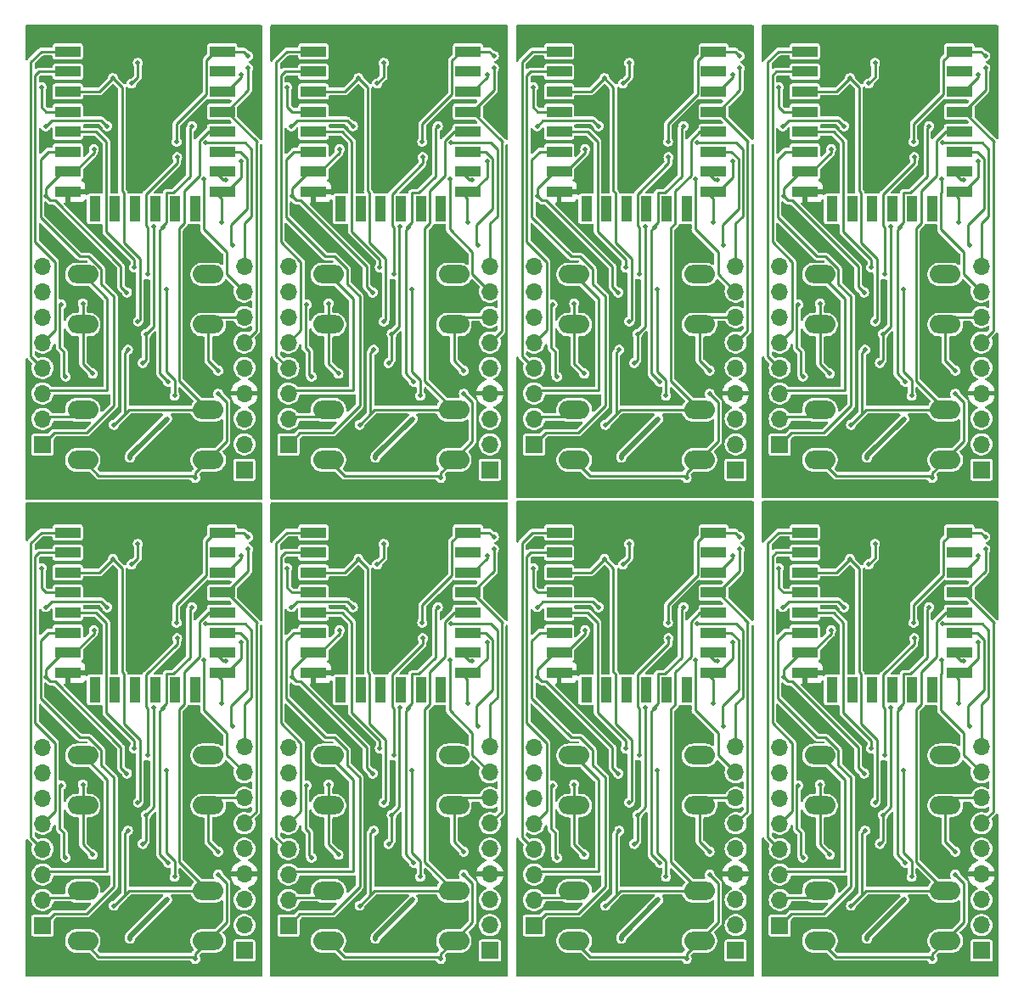
<source format=gbl>
G04 #@! TF.GenerationSoftware,KiCad,Pcbnew,7.0.7*
G04 #@! TF.CreationDate,2024-02-29T14:06:03-05:00*
G04 #@! TF.ProjectId,panelized,70616e65-6c69-47a6-9564-2e6b69636164,rev?*
G04 #@! TF.SameCoordinates,Original*
G04 #@! TF.FileFunction,Copper,L2,Bot*
G04 #@! TF.FilePolarity,Positive*
%FSLAX46Y46*%
G04 Gerber Fmt 4.6, Leading zero omitted, Abs format (unit mm)*
G04 Created by KiCad (PCBNEW 7.0.7) date 2024-02-29 14:06:03*
%MOMM*%
%LPD*%
G01*
G04 APERTURE LIST*
G04 #@! TA.AperFunction,SMDPad,CuDef*
%ADD10O,3.048000X1.850000*%
G04 #@! TD*
G04 #@! TA.AperFunction,SMDPad,CuDef*
%ADD11R,2.500000X1.100000*%
G04 #@! TD*
G04 #@! TA.AperFunction,SMDPad,CuDef*
%ADD12R,1.100000X2.500000*%
G04 #@! TD*
G04 #@! TA.AperFunction,ComponentPad*
%ADD13R,1.700000X1.700000*%
G04 #@! TD*
G04 #@! TA.AperFunction,ComponentPad*
%ADD14O,1.700000X1.700000*%
G04 #@! TD*
G04 #@! TA.AperFunction,ViaPad*
%ADD15C,0.500000*%
G04 #@! TD*
G04 #@! TA.AperFunction,Conductor*
%ADD16C,0.250000*%
G04 #@! TD*
G04 #@! TA.AperFunction,Conductor*
%ADD17C,0.500000*%
G04 #@! TD*
G04 APERTURE END LIST*
D10*
X130200000Y-111900000D03*
X142700000Y-111900000D03*
X130200000Y-106900000D03*
X142700000Y-106900000D03*
X105700000Y-111900000D03*
X118200000Y-111900000D03*
X105700000Y-106900000D03*
X118200000Y-106900000D03*
D11*
X119600000Y-71150000D03*
X119600000Y-73150000D03*
X119600000Y-75150000D03*
X119600000Y-77150000D03*
X119600000Y-79150000D03*
X119600000Y-81150000D03*
X119600000Y-83150000D03*
X119600000Y-85150000D03*
X104200000Y-85150000D03*
X104200000Y-83150000D03*
X104200000Y-81150000D03*
X104200000Y-79150000D03*
X104200000Y-77150000D03*
X104200000Y-75150000D03*
X104200000Y-73150000D03*
X104200000Y-71150000D03*
D12*
X116910000Y-86850000D03*
X114910000Y-86850000D03*
X112910000Y-86850000D03*
X110910000Y-86850000D03*
X108910000Y-86850000D03*
X106910000Y-86850000D03*
D10*
X105700000Y-63900000D03*
X118200000Y-63900000D03*
X105700000Y-58900000D03*
X118200000Y-58900000D03*
D11*
X119600000Y-23150000D03*
X119600000Y-25150000D03*
X119600000Y-27150000D03*
X119600000Y-29150000D03*
X119600000Y-31150000D03*
X119600000Y-33150000D03*
X119600000Y-35150000D03*
X119600000Y-37150000D03*
X104200000Y-37150000D03*
X104200000Y-35150000D03*
X104200000Y-33150000D03*
X104200000Y-31150000D03*
X104200000Y-29150000D03*
X104200000Y-27150000D03*
X104200000Y-25150000D03*
X104200000Y-23150000D03*
D12*
X116910000Y-38850000D03*
X114910000Y-38850000D03*
X112910000Y-38850000D03*
X110910000Y-38850000D03*
X108910000Y-38850000D03*
X106910000Y-38850000D03*
D11*
X168600000Y-23150000D03*
X168600000Y-25150000D03*
X168600000Y-27150000D03*
X168600000Y-29150000D03*
X168600000Y-31150000D03*
X168600000Y-33150000D03*
X168600000Y-35150000D03*
X168600000Y-37150000D03*
X153200000Y-37150000D03*
X153200000Y-35150000D03*
X153200000Y-33150000D03*
X153200000Y-31150000D03*
X153200000Y-29150000D03*
X153200000Y-27150000D03*
X153200000Y-25150000D03*
X153200000Y-23150000D03*
D12*
X165910000Y-38850000D03*
X163910000Y-38850000D03*
X161910000Y-38850000D03*
X159910000Y-38850000D03*
X157910000Y-38850000D03*
X155910000Y-38850000D03*
D10*
X154700000Y-50400000D03*
X167200000Y-50400000D03*
X154700000Y-45400000D03*
X167200000Y-45400000D03*
X179200000Y-98400000D03*
X191700000Y-98400000D03*
X179200000Y-93400000D03*
X191700000Y-93400000D03*
D11*
X193100000Y-23150000D03*
X193100000Y-25150000D03*
X193100000Y-27150000D03*
X193100000Y-29150000D03*
X193100000Y-31150000D03*
X193100000Y-33150000D03*
X193100000Y-35150000D03*
X193100000Y-37150000D03*
X177700000Y-37150000D03*
X177700000Y-35150000D03*
X177700000Y-33150000D03*
X177700000Y-31150000D03*
X177700000Y-29150000D03*
X177700000Y-27150000D03*
X177700000Y-25150000D03*
X177700000Y-23150000D03*
D12*
X190410000Y-38850000D03*
X188410000Y-38850000D03*
X186410000Y-38850000D03*
X184410000Y-38850000D03*
X182410000Y-38850000D03*
X180410000Y-38850000D03*
D10*
X130200000Y-63900000D03*
X142700000Y-63900000D03*
X130200000Y-58900000D03*
X142700000Y-58900000D03*
X105700000Y-50400000D03*
X118200000Y-50400000D03*
X105700000Y-45400000D03*
X118200000Y-45400000D03*
X130200000Y-50400000D03*
X142700000Y-50400000D03*
X130200000Y-45400000D03*
X142700000Y-45400000D03*
X179200000Y-50400000D03*
X191700000Y-50400000D03*
X179200000Y-45400000D03*
X191700000Y-45400000D03*
X154700000Y-111900000D03*
X167200000Y-111900000D03*
X154700000Y-106900000D03*
X167200000Y-106900000D03*
X154700000Y-98400000D03*
X167200000Y-98400000D03*
X154700000Y-93400000D03*
X167200000Y-93400000D03*
X154700000Y-63900000D03*
X167200000Y-63900000D03*
X154700000Y-58900000D03*
X167200000Y-58900000D03*
X179200000Y-111900000D03*
X191700000Y-111900000D03*
X179200000Y-106900000D03*
X191700000Y-106900000D03*
X105700000Y-98400000D03*
X118200000Y-98400000D03*
X105700000Y-93400000D03*
X118200000Y-93400000D03*
X130200000Y-98400000D03*
X142700000Y-98400000D03*
X130200000Y-93400000D03*
X142700000Y-93400000D03*
D11*
X144100000Y-23150000D03*
X144100000Y-25150000D03*
X144100000Y-27150000D03*
X144100000Y-29150000D03*
X144100000Y-31150000D03*
X144100000Y-33150000D03*
X144100000Y-35150000D03*
X144100000Y-37150000D03*
X128700000Y-37150000D03*
X128700000Y-35150000D03*
X128700000Y-33150000D03*
X128700000Y-31150000D03*
X128700000Y-29150000D03*
X128700000Y-27150000D03*
X128700000Y-25150000D03*
X128700000Y-23150000D03*
D12*
X141410000Y-38850000D03*
X139410000Y-38850000D03*
X137410000Y-38850000D03*
X135410000Y-38850000D03*
X133410000Y-38850000D03*
X131410000Y-38850000D03*
D10*
X179200000Y-63900000D03*
X191700000Y-63900000D03*
X179200000Y-58900000D03*
X191700000Y-58900000D03*
D11*
X193100000Y-71150000D03*
X193100000Y-73150000D03*
X193100000Y-75150000D03*
X193100000Y-77150000D03*
X193100000Y-79150000D03*
X193100000Y-81150000D03*
X193100000Y-83150000D03*
X193100000Y-85150000D03*
X177700000Y-85150000D03*
X177700000Y-83150000D03*
X177700000Y-81150000D03*
X177700000Y-79150000D03*
X177700000Y-77150000D03*
X177700000Y-75150000D03*
X177700000Y-73150000D03*
X177700000Y-71150000D03*
D12*
X190410000Y-86850000D03*
X188410000Y-86850000D03*
X186410000Y-86850000D03*
X184410000Y-86850000D03*
X182410000Y-86850000D03*
X180410000Y-86850000D03*
D11*
X168600000Y-71150000D03*
X168600000Y-73150000D03*
X168600000Y-75150000D03*
X168600000Y-77150000D03*
X168600000Y-79150000D03*
X168600000Y-81150000D03*
X168600000Y-83150000D03*
X168600000Y-85150000D03*
X153200000Y-85150000D03*
X153200000Y-83150000D03*
X153200000Y-81150000D03*
X153200000Y-79150000D03*
X153200000Y-77150000D03*
X153200000Y-75150000D03*
X153200000Y-73150000D03*
X153200000Y-71150000D03*
D12*
X165910000Y-86850000D03*
X163910000Y-86850000D03*
X161910000Y-86850000D03*
X159910000Y-86850000D03*
X157910000Y-86850000D03*
X155910000Y-86850000D03*
D11*
X144100000Y-71150000D03*
X144100000Y-73150000D03*
X144100000Y-75150000D03*
X144100000Y-77150000D03*
X144100000Y-79150000D03*
X144100000Y-81150000D03*
X144100000Y-83150000D03*
X144100000Y-85150000D03*
X128700000Y-85150000D03*
X128700000Y-83150000D03*
X128700000Y-81150000D03*
X128700000Y-79150000D03*
X128700000Y-77150000D03*
X128700000Y-75150000D03*
X128700000Y-73150000D03*
X128700000Y-71150000D03*
D12*
X141410000Y-86850000D03*
X139410000Y-86850000D03*
X137410000Y-86850000D03*
X135410000Y-86850000D03*
X133410000Y-86850000D03*
X131410000Y-86850000D03*
D13*
X195300000Y-112880000D03*
D14*
X195300000Y-110340000D03*
X195300000Y-107800000D03*
X195300000Y-105260000D03*
X195300000Y-102720000D03*
X195300000Y-100180000D03*
X195300000Y-97640000D03*
X195300000Y-95100000D03*
X195300000Y-92560000D03*
D13*
X170800000Y-112880000D03*
D14*
X170800000Y-110340000D03*
X170800000Y-107800000D03*
X170800000Y-105260000D03*
X170800000Y-102720000D03*
X170800000Y-100180000D03*
X170800000Y-97640000D03*
X170800000Y-95100000D03*
X170800000Y-92560000D03*
D13*
X150700000Y-110360000D03*
D14*
X150700000Y-107820000D03*
X150700000Y-105280000D03*
X150700000Y-102740000D03*
X150700000Y-100200000D03*
X150700000Y-97660000D03*
X150700000Y-95120000D03*
X150700000Y-92580000D03*
D13*
X126200000Y-62360000D03*
D14*
X126200000Y-59820000D03*
X126200000Y-57280000D03*
X126200000Y-54740000D03*
X126200000Y-52200000D03*
X126200000Y-49660000D03*
X126200000Y-47120000D03*
X126200000Y-44580000D03*
D13*
X126200000Y-110360000D03*
D14*
X126200000Y-107820000D03*
X126200000Y-105280000D03*
X126200000Y-102740000D03*
X126200000Y-100200000D03*
X126200000Y-97660000D03*
X126200000Y-95120000D03*
X126200000Y-92580000D03*
D13*
X195300000Y-64880000D03*
D14*
X195300000Y-62340000D03*
X195300000Y-59800000D03*
X195300000Y-57260000D03*
X195300000Y-54720000D03*
X195300000Y-52180000D03*
X195300000Y-49640000D03*
X195300000Y-47100000D03*
X195300000Y-44560000D03*
D13*
X175200000Y-110360000D03*
D14*
X175200000Y-107820000D03*
X175200000Y-105280000D03*
X175200000Y-102740000D03*
X175200000Y-100200000D03*
X175200000Y-97660000D03*
X175200000Y-95120000D03*
X175200000Y-92580000D03*
D13*
X101700000Y-62360000D03*
D14*
X101700000Y-59820000D03*
X101700000Y-57280000D03*
X101700000Y-54740000D03*
X101700000Y-52200000D03*
X101700000Y-49660000D03*
X101700000Y-47120000D03*
X101700000Y-44580000D03*
D13*
X121800000Y-112880000D03*
D14*
X121800000Y-110340000D03*
X121800000Y-107800000D03*
X121800000Y-105260000D03*
X121800000Y-102720000D03*
X121800000Y-100180000D03*
X121800000Y-97640000D03*
X121800000Y-95100000D03*
X121800000Y-92560000D03*
D13*
X150700000Y-62360000D03*
D14*
X150700000Y-59820000D03*
X150700000Y-57280000D03*
X150700000Y-54740000D03*
X150700000Y-52200000D03*
X150700000Y-49660000D03*
X150700000Y-47120000D03*
X150700000Y-44580000D03*
D13*
X121800000Y-64880000D03*
D14*
X121800000Y-62340000D03*
X121800000Y-59800000D03*
X121800000Y-57260000D03*
X121800000Y-54720000D03*
X121800000Y-52180000D03*
X121800000Y-49640000D03*
X121800000Y-47100000D03*
X121800000Y-44560000D03*
D13*
X101700000Y-110360000D03*
D14*
X101700000Y-107820000D03*
X101700000Y-105280000D03*
X101700000Y-102740000D03*
X101700000Y-100200000D03*
X101700000Y-97660000D03*
X101700000Y-95120000D03*
X101700000Y-92580000D03*
D13*
X146300000Y-112880000D03*
D14*
X146300000Y-110340000D03*
X146300000Y-107800000D03*
X146300000Y-105260000D03*
X146300000Y-102720000D03*
X146300000Y-100180000D03*
X146300000Y-97640000D03*
X146300000Y-95100000D03*
X146300000Y-92560000D03*
D13*
X146300000Y-64880000D03*
D14*
X146300000Y-62340000D03*
X146300000Y-59800000D03*
X146300000Y-57260000D03*
X146300000Y-54720000D03*
X146300000Y-52180000D03*
X146300000Y-49640000D03*
X146300000Y-47100000D03*
X146300000Y-44560000D03*
D13*
X175200000Y-62360000D03*
D14*
X175200000Y-59820000D03*
X175200000Y-57280000D03*
X175200000Y-54740000D03*
X175200000Y-52200000D03*
X175200000Y-49660000D03*
X175200000Y-47120000D03*
X175200000Y-44580000D03*
D13*
X170800000Y-64880000D03*
D14*
X170800000Y-62340000D03*
X170800000Y-59800000D03*
X170800000Y-57260000D03*
X170800000Y-54720000D03*
X170800000Y-52180000D03*
X170800000Y-49640000D03*
X170800000Y-47100000D03*
X170800000Y-44560000D03*
D15*
X187200000Y-88700000D03*
X187700000Y-104100000D03*
X184693483Y-72281017D03*
X190100000Y-78600000D03*
X184050353Y-74350353D03*
X194100000Y-90500000D03*
X191700000Y-93400000D03*
X179200000Y-93400000D03*
X182300000Y-108400000D03*
X183700000Y-100900000D03*
X177025500Y-96400000D03*
X175099113Y-74713173D03*
X177500000Y-103600000D03*
X184700000Y-98100000D03*
X182200000Y-73800000D03*
X190400000Y-113700000D03*
X180200000Y-103300000D03*
X179200000Y-96300000D03*
X192700000Y-103000000D03*
X175500000Y-78600000D03*
X192700000Y-105300000D03*
X181631673Y-78604981D03*
X191300000Y-83900000D03*
X183900000Y-111700000D03*
X187600000Y-107800000D03*
X193068733Y-88218733D03*
X195000000Y-82100000D03*
X195700000Y-71600000D03*
X185700000Y-93400000D03*
X188543767Y-80156233D03*
X188600000Y-81700000D03*
X184325500Y-92700000D03*
X186300000Y-88600000D03*
X185500000Y-99350000D03*
X185183250Y-102233250D03*
X195700000Y-72800000D03*
X190600000Y-104600000D03*
X192700000Y-69700000D03*
X183200000Y-73600000D03*
X185248500Y-71500000D03*
X195000000Y-73500000D03*
X180300000Y-80900000D03*
X183600000Y-95200000D03*
X175549500Y-85600000D03*
X187500000Y-94900000D03*
X188350000Y-105500000D03*
X193500000Y-84000000D03*
X191425000Y-80275000D03*
X162700000Y-88700000D03*
X160193483Y-72281017D03*
X165600000Y-78600000D03*
X163200000Y-104100000D03*
X159550353Y-74350353D03*
X167200000Y-93400000D03*
X154700000Y-93400000D03*
X169600000Y-90500000D03*
X159200000Y-100900000D03*
X157800000Y-108400000D03*
X150599113Y-74713173D03*
X152525500Y-96400000D03*
X153000000Y-103600000D03*
X157700000Y-73800000D03*
X160200000Y-98100000D03*
X157131673Y-78604981D03*
X165900000Y-113700000D03*
X154700000Y-96300000D03*
X155700000Y-103300000D03*
X168200000Y-103000000D03*
X168200000Y-105300000D03*
X151000000Y-78600000D03*
X166800000Y-83900000D03*
X163100000Y-107800000D03*
X159400000Y-111700000D03*
X170500000Y-82100000D03*
X168568733Y-88218733D03*
X164100000Y-81700000D03*
X161200000Y-93400000D03*
X164043767Y-80156233D03*
X171200000Y-71600000D03*
X159825500Y-92700000D03*
X161000000Y-99350000D03*
X161800000Y-88600000D03*
X160683250Y-102233250D03*
X171200000Y-72800000D03*
X166100000Y-104600000D03*
X158700000Y-73600000D03*
X168200000Y-69700000D03*
X160748500Y-71500000D03*
X170500000Y-73500000D03*
X159100000Y-95200000D03*
X163850000Y-105500000D03*
X151049500Y-85600000D03*
X155800000Y-80900000D03*
X163000000Y-94900000D03*
X169000000Y-84000000D03*
X166925000Y-80275000D03*
X135693483Y-72281017D03*
X135050353Y-74350353D03*
X138700000Y-104100000D03*
X138200000Y-88700000D03*
X141100000Y-78600000D03*
X130200000Y-93400000D03*
X142700000Y-93400000D03*
X145100000Y-90500000D03*
X133300000Y-108400000D03*
X134700000Y-100900000D03*
X126099113Y-74713173D03*
X128500000Y-103600000D03*
X128025500Y-96400000D03*
X135700000Y-98100000D03*
X133200000Y-73800000D03*
X132631673Y-78604981D03*
X130200000Y-96300000D03*
X143700000Y-105300000D03*
X126500000Y-78600000D03*
X141400000Y-113700000D03*
X143700000Y-103000000D03*
X131200000Y-103300000D03*
X142300000Y-83900000D03*
X138600000Y-107800000D03*
X134900000Y-111700000D03*
X144068733Y-88218733D03*
X146000000Y-82100000D03*
X136700000Y-93400000D03*
X146700000Y-71600000D03*
X139543767Y-80156233D03*
X139600000Y-81700000D03*
X135325500Y-92700000D03*
X136500000Y-99350000D03*
X136183250Y-102233250D03*
X137300000Y-88600000D03*
X146700000Y-72800000D03*
X141600000Y-104600000D03*
X136248500Y-71500000D03*
X143700000Y-69700000D03*
X134200000Y-73600000D03*
X146000000Y-73500000D03*
X126549500Y-85600000D03*
X134600000Y-95200000D03*
X131300000Y-80900000D03*
X139350000Y-105500000D03*
X138500000Y-94900000D03*
X144500000Y-84000000D03*
X142425000Y-80275000D03*
X110550353Y-74350353D03*
X116600000Y-78600000D03*
X113700000Y-88700000D03*
X114200000Y-104100000D03*
X111193483Y-72281017D03*
X105700000Y-93400000D03*
X120600000Y-90500000D03*
X118200000Y-93400000D03*
X110200000Y-100900000D03*
X108800000Y-108400000D03*
X104000000Y-103600000D03*
X103525500Y-96400000D03*
X101599113Y-74713173D03*
X111200000Y-98100000D03*
X108700000Y-73800000D03*
X108131673Y-78604981D03*
X105700000Y-96300000D03*
X119200000Y-105300000D03*
X116900000Y-113700000D03*
X119200000Y-103000000D03*
X102000000Y-78600000D03*
X106700000Y-103300000D03*
X117800000Y-83900000D03*
X114100000Y-107800000D03*
X110400000Y-111700000D03*
X119568733Y-88218733D03*
X121500000Y-82100000D03*
X112200000Y-93400000D03*
X115100000Y-81700000D03*
X115043767Y-80156233D03*
X122200000Y-71600000D03*
X110825500Y-92700000D03*
X112800000Y-88600000D03*
X111683250Y-102233250D03*
X112000000Y-99350000D03*
X122200000Y-72800000D03*
X109700000Y-73600000D03*
X119200000Y-69700000D03*
X111748500Y-71500000D03*
X117100000Y-104600000D03*
X121500000Y-73500000D03*
X114000000Y-94900000D03*
X106800000Y-80900000D03*
X114850000Y-105500000D03*
X110100000Y-95200000D03*
X102049500Y-85600000D03*
X120000000Y-84000000D03*
X117925000Y-80275000D03*
X187700000Y-56100000D03*
X184050353Y-26350353D03*
X187200000Y-40700000D03*
X184693483Y-24281017D03*
X190100000Y-30600000D03*
X194100000Y-42500000D03*
X191700000Y-45400000D03*
X179200000Y-45400000D03*
X183700000Y-52900000D03*
X182300000Y-60400000D03*
X177500000Y-55600000D03*
X175099113Y-26713173D03*
X177025500Y-48400000D03*
X182200000Y-25800000D03*
X184700000Y-50100000D03*
X180200000Y-55300000D03*
X190400000Y-65700000D03*
X175500000Y-30600000D03*
X192700000Y-57300000D03*
X181631673Y-30604981D03*
X192700000Y-55000000D03*
X179200000Y-48300000D03*
X191300000Y-35900000D03*
X187600000Y-59800000D03*
X183900000Y-63700000D03*
X195000000Y-34100000D03*
X193068733Y-40218733D03*
X195700000Y-23600000D03*
X188543767Y-32156233D03*
X185700000Y-45400000D03*
X188600000Y-33700000D03*
X184325500Y-44700000D03*
X186300000Y-40600000D03*
X185183250Y-54233250D03*
X185500000Y-51350000D03*
X195700000Y-24800000D03*
X192700000Y-21700000D03*
X190600000Y-56600000D03*
X185248500Y-23500000D03*
X183200000Y-25600000D03*
X195000000Y-25500000D03*
X180300000Y-32900000D03*
X175549500Y-37600000D03*
X183600000Y-47200000D03*
X188350000Y-57500000D03*
X187500000Y-46900000D03*
X193500000Y-36000000D03*
X191425000Y-32275000D03*
X159550353Y-26350353D03*
X162700000Y-40700000D03*
X165600000Y-30600000D03*
X160193483Y-24281017D03*
X163200000Y-56100000D03*
X167200000Y-45400000D03*
X154700000Y-45400000D03*
X169600000Y-42500000D03*
X159200000Y-52900000D03*
X157800000Y-60400000D03*
X152525500Y-48400000D03*
X153000000Y-55600000D03*
X150599113Y-26713173D03*
X157700000Y-25800000D03*
X160200000Y-50100000D03*
X168200000Y-57300000D03*
X168200000Y-55000000D03*
X151000000Y-30600000D03*
X155700000Y-55300000D03*
X165900000Y-65700000D03*
X154700000Y-48300000D03*
X157131673Y-30604981D03*
X166800000Y-35900000D03*
X159400000Y-63700000D03*
X163100000Y-59800000D03*
X170500000Y-34100000D03*
X168568733Y-40218733D03*
X164043767Y-32156233D03*
X171200000Y-23600000D03*
X161200000Y-45400000D03*
X164100000Y-33700000D03*
X159825500Y-44700000D03*
X160683250Y-54233250D03*
X161800000Y-40600000D03*
X161000000Y-51350000D03*
X171200000Y-24800000D03*
X168200000Y-21700000D03*
X166100000Y-56600000D03*
X160748500Y-23500000D03*
X158700000Y-25600000D03*
X170500000Y-25500000D03*
X163000000Y-46900000D03*
X159100000Y-47200000D03*
X151049500Y-37600000D03*
X155800000Y-32900000D03*
X163850000Y-57500000D03*
X169000000Y-36000000D03*
X166925000Y-32275000D03*
X141100000Y-30600000D03*
X135693483Y-24281017D03*
X135050353Y-26350353D03*
X138700000Y-56100000D03*
X138200000Y-40700000D03*
X145100000Y-42500000D03*
X130200000Y-45400000D03*
X142700000Y-45400000D03*
X133300000Y-60400000D03*
X134700000Y-52900000D03*
X126099113Y-26713173D03*
X128500000Y-55600000D03*
X128025500Y-48400000D03*
X135700000Y-50100000D03*
X133200000Y-25800000D03*
X126500000Y-30600000D03*
X143700000Y-55000000D03*
X130200000Y-48300000D03*
X143700000Y-57300000D03*
X141400000Y-65700000D03*
X132631673Y-30604981D03*
X131200000Y-55300000D03*
X142300000Y-35900000D03*
X134900000Y-63700000D03*
X138600000Y-59800000D03*
X144068733Y-40218733D03*
X146000000Y-34100000D03*
X146700000Y-23600000D03*
X139543767Y-32156233D03*
X139600000Y-33700000D03*
X136700000Y-45400000D03*
X135325500Y-44700000D03*
X137300000Y-40600000D03*
X136500000Y-51350000D03*
X136183250Y-54233250D03*
X146700000Y-24800000D03*
X143700000Y-21700000D03*
X136248500Y-23500000D03*
X141600000Y-56600000D03*
X134200000Y-25600000D03*
X146000000Y-25500000D03*
X126549500Y-37600000D03*
X131300000Y-32900000D03*
X134600000Y-47200000D03*
X138500000Y-46900000D03*
X139350000Y-57500000D03*
X144500000Y-36000000D03*
X142425000Y-32275000D03*
X111193483Y-24281017D03*
X116600000Y-30600000D03*
X113700000Y-40700000D03*
X110550353Y-26350353D03*
X114200000Y-56100000D03*
X118200000Y-45400000D03*
X105700000Y-45400000D03*
X120600000Y-42500000D03*
X110200000Y-52900000D03*
X108800000Y-60400000D03*
X104000000Y-55600000D03*
X103525500Y-48400000D03*
X101599113Y-26713173D03*
X108700000Y-25800000D03*
X111200000Y-50100000D03*
X105700000Y-48300000D03*
X108131673Y-30604981D03*
X116900000Y-65700000D03*
X119200000Y-55000000D03*
X106700000Y-55300000D03*
X102000000Y-30600000D03*
X119200000Y-57300000D03*
X117800000Y-35900000D03*
X114100000Y-59800000D03*
X110400000Y-63700000D03*
X121500000Y-34100000D03*
X119568733Y-40218733D03*
X122200000Y-23600000D03*
X112200000Y-45400000D03*
X115100000Y-33700000D03*
X115043767Y-32156233D03*
X110825500Y-44700000D03*
X111683250Y-54233250D03*
X112800000Y-40600000D03*
X112000000Y-51350000D03*
X122200000Y-24800000D03*
X117100000Y-56600000D03*
X109700000Y-25600000D03*
X119200000Y-21700000D03*
X111748500Y-23500000D03*
X121500000Y-25500000D03*
X102049500Y-37600000D03*
X114850000Y-57500000D03*
X106800000Y-32900000D03*
X110100000Y-47200000D03*
X114000000Y-46900000D03*
X120000000Y-36000000D03*
X117925000Y-32275000D03*
D16*
X188225000Y-85275000D02*
X187535000Y-85275000D01*
X184693483Y-73707223D02*
X184693483Y-72281017D01*
X184050353Y-74350353D02*
X184693483Y-73707223D01*
X189900000Y-83600000D02*
X188225000Y-85275000D01*
X187200000Y-88700000D02*
X186900000Y-89000000D01*
X186900000Y-103300000D02*
X187700000Y-104100000D01*
X187535000Y-88175000D02*
X187200000Y-88510000D01*
X187200000Y-88510000D02*
X187200000Y-88700000D01*
X186900000Y-89000000D02*
X186900000Y-103300000D01*
X189900000Y-78800000D02*
X189900000Y-83600000D01*
X187535000Y-85275000D02*
X187535000Y-88175000D01*
X190100000Y-78600000D02*
X189900000Y-78800000D01*
X174000000Y-72200000D02*
X174000000Y-101540000D01*
X175050000Y-71150000D02*
X174000000Y-72200000D01*
X174000000Y-101540000D02*
X175200000Y-102740000D01*
X177250000Y-71150000D02*
X175050000Y-71150000D01*
X181600000Y-105000000D02*
X175480000Y-105000000D01*
X192400000Y-81150000D02*
X194863173Y-81150000D01*
X181650000Y-95850000D02*
X181650000Y-104950000D01*
X175480000Y-105000000D02*
X175200000Y-105280000D01*
X195575000Y-86807538D02*
X193955698Y-88426840D01*
X194863173Y-81150000D02*
X195575000Y-81861827D01*
X181650000Y-104950000D02*
X181600000Y-105000000D01*
X193955698Y-88426840D02*
X193955698Y-90355698D01*
X179200000Y-93400000D02*
X181650000Y-95850000D01*
X193955698Y-90355698D02*
X194100000Y-90500000D01*
X195575000Y-81861827D02*
X195575000Y-86807538D01*
X190850000Y-83536827D02*
X189285000Y-85101827D01*
X190850000Y-80036827D02*
X190850000Y-83536827D01*
X183400000Y-107300000D02*
X182300000Y-108400000D01*
X188800000Y-104000000D02*
X191700000Y-106900000D01*
X192400000Y-79150000D02*
X191736827Y-79150000D01*
X183400000Y-101200000D02*
X183400000Y-107300000D01*
X191700000Y-106900000D02*
X183800000Y-106900000D01*
X183700000Y-100900000D02*
X183400000Y-101200000D01*
X189285000Y-85101827D02*
X189285000Y-88315000D01*
X175200000Y-107595000D02*
X178505000Y-107595000D01*
X189285000Y-88315000D02*
X188800000Y-88800000D01*
X191736827Y-79150000D02*
X190850000Y-80036827D01*
X188800000Y-88800000D02*
X188800000Y-104000000D01*
X183800000Y-106900000D02*
X182300000Y-108400000D01*
X177300000Y-101100000D02*
X177300000Y-103400000D01*
X176901000Y-96524500D02*
X176901000Y-100701000D01*
X175099113Y-76699113D02*
X175550000Y-77150000D01*
X175550000Y-77150000D02*
X178400000Y-77150000D01*
X176901000Y-100701000D02*
X177300000Y-101100000D01*
X177025500Y-96400000D02*
X176901000Y-96524500D01*
X175099113Y-74713173D02*
X175099113Y-76699113D01*
X177300000Y-103400000D02*
X177500000Y-103600000D01*
X180850000Y-75150000D02*
X182200000Y-73800000D01*
X183285000Y-90248604D02*
X184900000Y-91863604D01*
X183285000Y-85275000D02*
X183285000Y-90248604D01*
X184900000Y-91863604D02*
X184900000Y-97900000D01*
X183100000Y-74700000D02*
X183100000Y-85090000D01*
X182200000Y-73800000D02*
X183100000Y-74700000D01*
X184900000Y-97900000D02*
X184700000Y-98100000D01*
X178400000Y-75150000D02*
X180850000Y-75150000D01*
X183100000Y-85090000D02*
X183285000Y-85275000D01*
X190400000Y-113700000D02*
X190200000Y-113500000D01*
X180800000Y-113500000D02*
X179200000Y-111900000D01*
X179200000Y-102300000D02*
X179200000Y-98400000D01*
X181631673Y-78604981D02*
X181051692Y-78025000D01*
X181051692Y-78025000D02*
X176075000Y-78025000D01*
X190200000Y-113500000D02*
X180800000Y-113500000D01*
X191700000Y-102000000D02*
X192700000Y-103000000D01*
X190400000Y-113200000D02*
X191381802Y-112218198D01*
X191700000Y-98400000D02*
X191700000Y-102000000D01*
X179200000Y-96300000D02*
X179200000Y-98400000D01*
X193549000Y-110051000D02*
X191700000Y-111900000D01*
X190400000Y-113700000D02*
X190400000Y-113200000D01*
X192460000Y-97640000D02*
X191700000Y-98400000D01*
X180200000Y-103300000D02*
X179200000Y-102300000D01*
X192700000Y-105300000D02*
X193549000Y-106149000D01*
X193549000Y-106149000D02*
X193549000Y-110051000D01*
X176075000Y-78025000D02*
X175500000Y-78600000D01*
X195300000Y-97640000D02*
X192460000Y-97640000D01*
X193549000Y-91174000D02*
X193549000Y-93349000D01*
X191285000Y-88910000D02*
X193549000Y-91174000D01*
X191285000Y-85275000D02*
X191285000Y-88910000D01*
X191300000Y-83900000D02*
X191300000Y-85260000D01*
X191300000Y-85260000D02*
X191285000Y-85275000D01*
X193549000Y-93349000D02*
X195300000Y-95100000D01*
X176451000Y-92151000D02*
X176451000Y-98949000D01*
X176451000Y-98949000D02*
X175200000Y-100200000D01*
X174450000Y-90150000D02*
X176451000Y-92151000D01*
X174450000Y-73550000D02*
X174450000Y-90150000D01*
X178400000Y-73150000D02*
X174850000Y-73150000D01*
X174850000Y-73150000D02*
X174450000Y-73550000D01*
D17*
X183900000Y-111700000D02*
X183900000Y-111500000D01*
X183900000Y-111500000D02*
X187600000Y-107800000D01*
D16*
X193050000Y-88200000D02*
X193050000Y-85800000D01*
X195000000Y-83700000D02*
X193550000Y-85150000D01*
X193068733Y-88218733D02*
X193050000Y-88200000D01*
X193550000Y-85150000D02*
X192400000Y-85150000D01*
X195000000Y-82100000D02*
X195000000Y-83700000D01*
X193050000Y-85800000D02*
X192400000Y-85150000D01*
X185535000Y-88521827D02*
X185700000Y-88686827D01*
X188600000Y-82300000D02*
X185535000Y-85365000D01*
X195250000Y-71150000D02*
X195700000Y-71600000D01*
X191525000Y-75393010D02*
X191525000Y-72025000D01*
X185700000Y-88686827D02*
X185700000Y-93400000D01*
X188543767Y-78374243D02*
X191525000Y-75393010D01*
X185535000Y-85365000D02*
X185535000Y-88521827D01*
X192400000Y-71150000D02*
X195250000Y-71150000D01*
X191525000Y-72025000D02*
X192400000Y-71150000D01*
X188543767Y-80156233D02*
X188543767Y-78374243D01*
X188600000Y-81700000D02*
X188600000Y-82300000D01*
X180550000Y-79150000D02*
X178400000Y-79150000D01*
X184325500Y-92700000D02*
X184325500Y-91925500D01*
X184325500Y-91925500D02*
X181535000Y-89135000D01*
X181535000Y-80135000D02*
X180550000Y-79150000D01*
X181535000Y-89135000D02*
X181535000Y-80135000D01*
X185500000Y-99350000D02*
X185500000Y-101916500D01*
X186275000Y-98575000D02*
X185500000Y-99350000D01*
X186300000Y-88600000D02*
X186275000Y-88625000D01*
X186275000Y-88625000D02*
X186275000Y-98575000D01*
X185500000Y-101916500D02*
X185183250Y-102233250D01*
X174975000Y-87675000D02*
X178900000Y-91600000D01*
X181049000Y-94349000D02*
X182300000Y-95600000D01*
X181049000Y-92882233D02*
X181049000Y-94349000D01*
X175750000Y-81150000D02*
X174975000Y-81925000D01*
X176360000Y-109200000D02*
X175200000Y-110360000D01*
X178400000Y-81150000D02*
X175750000Y-81150000D01*
X182300000Y-95600000D02*
X182300000Y-106500000D01*
X174975000Y-81925000D02*
X174975000Y-87675000D01*
X179600000Y-109200000D02*
X176360000Y-109200000D01*
X178900000Y-91600000D02*
X179766767Y-91600000D01*
X182300000Y-106500000D02*
X179600000Y-109200000D01*
X179766767Y-91600000D02*
X181049000Y-92882233D01*
X196475000Y-80275000D02*
X196575000Y-80175000D01*
X192400000Y-77150000D02*
X193550000Y-77150000D01*
X195300000Y-100180000D02*
X196475000Y-99005000D01*
X195700000Y-75000000D02*
X193550000Y-77150000D01*
X195700000Y-72800000D02*
X195700000Y-75000000D01*
X193550000Y-77150000D02*
X196575000Y-80175000D01*
X196475000Y-99005000D02*
X196475000Y-80275000D01*
X195000000Y-73700000D02*
X193550000Y-75150000D01*
X193550000Y-75150000D02*
X192400000Y-75150000D01*
X195000000Y-73500000D02*
X195000000Y-73700000D01*
X175549500Y-85600000D02*
X175549500Y-84850500D01*
X183000000Y-94600000D02*
X183600000Y-95200000D01*
X187500000Y-94900000D02*
X187500000Y-103086827D01*
X177250000Y-83150000D02*
X178400000Y-83150000D01*
X188350000Y-103936827D02*
X188350000Y-105500000D01*
X175549500Y-84850500D02*
X177250000Y-83150000D01*
X180300000Y-80900000D02*
X180300000Y-81250000D01*
X175549500Y-85600000D02*
X175974500Y-86025000D01*
X180300000Y-81250000D02*
X178400000Y-83150000D01*
X187500000Y-103086827D02*
X188350000Y-103936827D01*
X175974500Y-86025000D02*
X176425000Y-86025000D01*
X183000000Y-92600000D02*
X183000000Y-94600000D01*
X176425000Y-86025000D02*
X183000000Y-92600000D01*
X193250000Y-84000000D02*
X192400000Y-83150000D01*
X193500000Y-84000000D02*
X193250000Y-84000000D01*
X191400000Y-80300000D02*
X191425000Y-80275000D01*
X195300000Y-88300000D02*
X196025000Y-87575000D01*
X195375000Y-80275000D02*
X196025000Y-80925000D01*
X195300000Y-92560000D02*
X195300000Y-88300000D01*
X196025000Y-80925000D02*
X196025000Y-87575000D01*
X191425000Y-80275000D02*
X195375000Y-80275000D01*
X165400000Y-83600000D02*
X163725000Y-85275000D01*
X162700000Y-88510000D02*
X162700000Y-88700000D01*
X163035000Y-85275000D02*
X163035000Y-88175000D01*
X160193483Y-73707223D02*
X160193483Y-72281017D01*
X165400000Y-78800000D02*
X165400000Y-83600000D01*
X162400000Y-103300000D02*
X163200000Y-104100000D01*
X163035000Y-88175000D02*
X162700000Y-88510000D01*
X165600000Y-78600000D02*
X165400000Y-78800000D01*
X162400000Y-89000000D02*
X162400000Y-103300000D01*
X159550353Y-74350353D02*
X160193483Y-73707223D01*
X163725000Y-85275000D02*
X163035000Y-85275000D01*
X162700000Y-88700000D02*
X162400000Y-89000000D01*
X150550000Y-71150000D02*
X149500000Y-72200000D01*
X149500000Y-72200000D02*
X149500000Y-101540000D01*
X152750000Y-71150000D02*
X150550000Y-71150000D01*
X149500000Y-101540000D02*
X150700000Y-102740000D01*
X169455698Y-88426840D02*
X169455698Y-90355698D01*
X170363173Y-81150000D02*
X171075000Y-81861827D01*
X157100000Y-105000000D02*
X150980000Y-105000000D01*
X171075000Y-81861827D02*
X171075000Y-86807538D01*
X157150000Y-95850000D02*
X157150000Y-104950000D01*
X171075000Y-86807538D02*
X169455698Y-88426840D01*
X150980000Y-105000000D02*
X150700000Y-105280000D01*
X167900000Y-81150000D02*
X170363173Y-81150000D01*
X157150000Y-104950000D02*
X157100000Y-105000000D01*
X169455698Y-90355698D02*
X169600000Y-90500000D01*
X154700000Y-93400000D02*
X157150000Y-95850000D01*
X164785000Y-85101827D02*
X164785000Y-88315000D01*
X158900000Y-101200000D02*
X158900000Y-107300000D01*
X164300000Y-104000000D02*
X167200000Y-106900000D01*
X167236827Y-79150000D02*
X166350000Y-80036827D01*
X164785000Y-88315000D02*
X164300000Y-88800000D01*
X167200000Y-106900000D02*
X159300000Y-106900000D01*
X166350000Y-80036827D02*
X166350000Y-83536827D01*
X150700000Y-107595000D02*
X154005000Y-107595000D01*
X164300000Y-88800000D02*
X164300000Y-104000000D01*
X166350000Y-83536827D02*
X164785000Y-85101827D01*
X167900000Y-79150000D02*
X167236827Y-79150000D01*
X159300000Y-106900000D02*
X157800000Y-108400000D01*
X158900000Y-107300000D02*
X157800000Y-108400000D01*
X159200000Y-100900000D02*
X158900000Y-101200000D01*
X152800000Y-103400000D02*
X153000000Y-103600000D01*
X152525500Y-96400000D02*
X152401000Y-96524500D01*
X152401000Y-100701000D02*
X152800000Y-101100000D01*
X152800000Y-101100000D02*
X152800000Y-103400000D01*
X150599113Y-74713173D02*
X150599113Y-76699113D01*
X152401000Y-96524500D02*
X152401000Y-100701000D01*
X151050000Y-77150000D02*
X153900000Y-77150000D01*
X150599113Y-76699113D02*
X151050000Y-77150000D01*
X160400000Y-91863604D02*
X160400000Y-97900000D01*
X158785000Y-85275000D02*
X158785000Y-90248604D01*
X158600000Y-74700000D02*
X158600000Y-85090000D01*
X158785000Y-90248604D02*
X160400000Y-91863604D01*
X158600000Y-85090000D02*
X158785000Y-85275000D01*
X156350000Y-75150000D02*
X157700000Y-73800000D01*
X157700000Y-73800000D02*
X158600000Y-74700000D01*
X153900000Y-75150000D02*
X156350000Y-75150000D01*
X160400000Y-97900000D02*
X160200000Y-98100000D01*
X165900000Y-113200000D02*
X166881802Y-112218198D01*
X169049000Y-106149000D02*
X169049000Y-110051000D01*
X154700000Y-102300000D02*
X154700000Y-98400000D01*
X168200000Y-105300000D02*
X169049000Y-106149000D01*
X155700000Y-103300000D02*
X154700000Y-102300000D01*
X165900000Y-113700000D02*
X165900000Y-113200000D01*
X167200000Y-98400000D02*
X167200000Y-102000000D01*
X151575000Y-78025000D02*
X151000000Y-78600000D01*
X165900000Y-113700000D02*
X165700000Y-113500000D01*
X157131673Y-78604981D02*
X156551692Y-78025000D01*
X156551692Y-78025000D02*
X151575000Y-78025000D01*
X167200000Y-102000000D02*
X168200000Y-103000000D01*
X167960000Y-97640000D02*
X167200000Y-98400000D01*
X169049000Y-110051000D02*
X167200000Y-111900000D01*
X154700000Y-96300000D02*
X154700000Y-98400000D01*
X170800000Y-97640000D02*
X167960000Y-97640000D01*
X156300000Y-113500000D02*
X154700000Y-111900000D01*
X165700000Y-113500000D02*
X156300000Y-113500000D01*
X166800000Y-83900000D02*
X166800000Y-85260000D01*
X169049000Y-91174000D02*
X169049000Y-93349000D01*
X166785000Y-85275000D02*
X166785000Y-88910000D01*
X166800000Y-85260000D02*
X166785000Y-85275000D01*
X166785000Y-88910000D02*
X169049000Y-91174000D01*
X169049000Y-93349000D02*
X170800000Y-95100000D01*
X151951000Y-92151000D02*
X151951000Y-98949000D01*
X149950000Y-90150000D02*
X151951000Y-92151000D01*
X150350000Y-73150000D02*
X149950000Y-73550000D01*
X153900000Y-73150000D02*
X150350000Y-73150000D01*
X151951000Y-98949000D02*
X150700000Y-100200000D01*
X149950000Y-73550000D02*
X149950000Y-90150000D01*
D17*
X159400000Y-111500000D02*
X163100000Y-107800000D01*
X159400000Y-111700000D02*
X159400000Y-111500000D01*
D16*
X170500000Y-82100000D02*
X170500000Y-83700000D01*
X168568733Y-88218733D02*
X168550000Y-88200000D01*
X170500000Y-83700000D02*
X169050000Y-85150000D01*
X168550000Y-88200000D02*
X168550000Y-85800000D01*
X169050000Y-85150000D02*
X167900000Y-85150000D01*
X168550000Y-85800000D02*
X167900000Y-85150000D01*
X164043767Y-80156233D02*
X164043767Y-78374243D01*
X167900000Y-71150000D02*
X170750000Y-71150000D01*
X170750000Y-71150000D02*
X171200000Y-71600000D01*
X167025000Y-75393010D02*
X167025000Y-72025000D01*
X161035000Y-85365000D02*
X161035000Y-88521827D01*
X161035000Y-88521827D02*
X161200000Y-88686827D01*
X164043767Y-78374243D02*
X167025000Y-75393010D01*
X164100000Y-82300000D02*
X161035000Y-85365000D01*
X167025000Y-72025000D02*
X167900000Y-71150000D01*
X161200000Y-88686827D02*
X161200000Y-93400000D01*
X164100000Y-81700000D02*
X164100000Y-82300000D01*
X159825500Y-92700000D02*
X159825500Y-91925500D01*
X157035000Y-80135000D02*
X156050000Y-79150000D01*
X157035000Y-89135000D02*
X157035000Y-80135000D01*
X159825500Y-91925500D02*
X157035000Y-89135000D01*
X156050000Y-79150000D02*
X153900000Y-79150000D01*
X161000000Y-99350000D02*
X161000000Y-101916500D01*
X161775000Y-98575000D02*
X161000000Y-99350000D01*
X161775000Y-88625000D02*
X161775000Y-98575000D01*
X161000000Y-101916500D02*
X160683250Y-102233250D01*
X161800000Y-88600000D02*
X161775000Y-88625000D01*
X151860000Y-109200000D02*
X150700000Y-110360000D01*
X156549000Y-92882233D02*
X156549000Y-94349000D01*
X154400000Y-91600000D02*
X155266767Y-91600000D01*
X155100000Y-109200000D02*
X151860000Y-109200000D01*
X153900000Y-81150000D02*
X151250000Y-81150000D01*
X151250000Y-81150000D02*
X150475000Y-81925000D01*
X150475000Y-87675000D02*
X154400000Y-91600000D01*
X150475000Y-81925000D02*
X150475000Y-87675000D01*
X156549000Y-94349000D02*
X157800000Y-95600000D01*
X157800000Y-95600000D02*
X157800000Y-106500000D01*
X157800000Y-106500000D02*
X155100000Y-109200000D01*
X155266767Y-91600000D02*
X156549000Y-92882233D01*
X169050000Y-77150000D02*
X172075000Y-80175000D01*
X171975000Y-80275000D02*
X172075000Y-80175000D01*
X171975000Y-99005000D02*
X171975000Y-80275000D01*
X170800000Y-100180000D02*
X171975000Y-99005000D01*
X167900000Y-77150000D02*
X169050000Y-77150000D01*
X171200000Y-72800000D02*
X171200000Y-75000000D01*
X171200000Y-75000000D02*
X169050000Y-77150000D01*
X170500000Y-73500000D02*
X170500000Y-73700000D01*
X169050000Y-75150000D02*
X167900000Y-75150000D01*
X170500000Y-73700000D02*
X169050000Y-75150000D01*
X163850000Y-103936827D02*
X163850000Y-105500000D01*
X152750000Y-83150000D02*
X153900000Y-83150000D01*
X151049500Y-84850500D02*
X152750000Y-83150000D01*
X163000000Y-94900000D02*
X163000000Y-103086827D01*
X158500000Y-94600000D02*
X159100000Y-95200000D01*
X163000000Y-103086827D02*
X163850000Y-103936827D01*
X151474500Y-86025000D02*
X151925000Y-86025000D01*
X151049500Y-85600000D02*
X151049500Y-84850500D01*
X155800000Y-80900000D02*
X155800000Y-81250000D01*
X151049500Y-85600000D02*
X151474500Y-86025000D01*
X155800000Y-81250000D02*
X153900000Y-83150000D01*
X158500000Y-92600000D02*
X158500000Y-94600000D01*
X151925000Y-86025000D02*
X158500000Y-92600000D01*
X169000000Y-84000000D02*
X168750000Y-84000000D01*
X168750000Y-84000000D02*
X167900000Y-83150000D01*
X166900000Y-80300000D02*
X166925000Y-80275000D01*
X170800000Y-92560000D02*
X170800000Y-88300000D01*
X171525000Y-80925000D02*
X171525000Y-87575000D01*
X170875000Y-80275000D02*
X171525000Y-80925000D01*
X166925000Y-80275000D02*
X170875000Y-80275000D01*
X170800000Y-88300000D02*
X171525000Y-87575000D01*
X138535000Y-85275000D02*
X138535000Y-88175000D01*
X140900000Y-83600000D02*
X139225000Y-85275000D01*
X138200000Y-88510000D02*
X138200000Y-88700000D01*
X138200000Y-88700000D02*
X137900000Y-89000000D01*
X140900000Y-78800000D02*
X140900000Y-83600000D01*
X139225000Y-85275000D02*
X138535000Y-85275000D01*
X137900000Y-103300000D02*
X138700000Y-104100000D01*
X141100000Y-78600000D02*
X140900000Y-78800000D01*
X135693483Y-73707223D02*
X135693483Y-72281017D01*
X138535000Y-88175000D02*
X138200000Y-88510000D01*
X137900000Y-89000000D02*
X137900000Y-103300000D01*
X135050353Y-74350353D02*
X135693483Y-73707223D01*
X125000000Y-101540000D02*
X126200000Y-102740000D01*
X128250000Y-71150000D02*
X126050000Y-71150000D01*
X126050000Y-71150000D02*
X125000000Y-72200000D01*
X125000000Y-72200000D02*
X125000000Y-101540000D01*
X132650000Y-95850000D02*
X132650000Y-104950000D01*
X144955698Y-90355698D02*
X145100000Y-90500000D01*
X146575000Y-81861827D02*
X146575000Y-86807538D01*
X132600000Y-105000000D02*
X126480000Y-105000000D01*
X132650000Y-104950000D02*
X132600000Y-105000000D01*
X126480000Y-105000000D02*
X126200000Y-105280000D01*
X130200000Y-93400000D02*
X132650000Y-95850000D01*
X144955698Y-88426840D02*
X144955698Y-90355698D01*
X145863173Y-81150000D02*
X146575000Y-81861827D01*
X146575000Y-86807538D02*
X144955698Y-88426840D01*
X143400000Y-81150000D02*
X145863173Y-81150000D01*
X139800000Y-88800000D02*
X139800000Y-104000000D01*
X142700000Y-106900000D02*
X134800000Y-106900000D01*
X134700000Y-100900000D02*
X134400000Y-101200000D01*
X134400000Y-107300000D02*
X133300000Y-108400000D01*
X140285000Y-85101827D02*
X140285000Y-88315000D01*
X140285000Y-88315000D02*
X139800000Y-88800000D01*
X141850000Y-83536827D02*
X140285000Y-85101827D01*
X126200000Y-107595000D02*
X129505000Y-107595000D01*
X134400000Y-101200000D02*
X134400000Y-107300000D01*
X142736827Y-79150000D02*
X141850000Y-80036827D01*
X139800000Y-104000000D02*
X142700000Y-106900000D01*
X143400000Y-79150000D02*
X142736827Y-79150000D01*
X141850000Y-80036827D02*
X141850000Y-83536827D01*
X134800000Y-106900000D02*
X133300000Y-108400000D01*
X128300000Y-101100000D02*
X128300000Y-103400000D01*
X126099113Y-74713173D02*
X126099113Y-76699113D01*
X128025500Y-96400000D02*
X127901000Y-96524500D01*
X127901000Y-96524500D02*
X127901000Y-100701000D01*
X126099113Y-76699113D02*
X126550000Y-77150000D01*
X127901000Y-100701000D02*
X128300000Y-101100000D01*
X128300000Y-103400000D02*
X128500000Y-103600000D01*
X126550000Y-77150000D02*
X129400000Y-77150000D01*
X129400000Y-75150000D02*
X131850000Y-75150000D01*
X134100000Y-74700000D02*
X134100000Y-85090000D01*
X134285000Y-85275000D02*
X134285000Y-90248604D01*
X134285000Y-90248604D02*
X135900000Y-91863604D01*
X133200000Y-73800000D02*
X134100000Y-74700000D01*
X135900000Y-91863604D02*
X135900000Y-97900000D01*
X135900000Y-97900000D02*
X135700000Y-98100000D01*
X131850000Y-75150000D02*
X133200000Y-73800000D01*
X134100000Y-85090000D02*
X134285000Y-85275000D01*
X144549000Y-106149000D02*
X144549000Y-110051000D01*
X130200000Y-96300000D02*
X130200000Y-98400000D01*
X130200000Y-102300000D02*
X130200000Y-98400000D01*
X143700000Y-105300000D02*
X144549000Y-106149000D01*
X143460000Y-97640000D02*
X142700000Y-98400000D01*
X141400000Y-113700000D02*
X141200000Y-113500000D01*
X127075000Y-78025000D02*
X126500000Y-78600000D01*
X131200000Y-103300000D02*
X130200000Y-102300000D01*
X141200000Y-113500000D02*
X131800000Y-113500000D01*
X144549000Y-110051000D02*
X142700000Y-111900000D01*
X141400000Y-113200000D02*
X142381802Y-112218198D01*
X142700000Y-98400000D02*
X142700000Y-102000000D01*
X142700000Y-102000000D02*
X143700000Y-103000000D01*
X146300000Y-97640000D02*
X143460000Y-97640000D01*
X132051692Y-78025000D02*
X127075000Y-78025000D01*
X132631673Y-78604981D02*
X132051692Y-78025000D01*
X141400000Y-113700000D02*
X141400000Y-113200000D01*
X131800000Y-113500000D02*
X130200000Y-111900000D01*
X144549000Y-93349000D02*
X146300000Y-95100000D01*
X142285000Y-88910000D02*
X144549000Y-91174000D01*
X144549000Y-91174000D02*
X144549000Y-93349000D01*
X142285000Y-85275000D02*
X142285000Y-88910000D01*
X142300000Y-85260000D02*
X142285000Y-85275000D01*
X142300000Y-83900000D02*
X142300000Y-85260000D01*
X129400000Y-73150000D02*
X125850000Y-73150000D01*
X125850000Y-73150000D02*
X125450000Y-73550000D01*
X127451000Y-98949000D02*
X126200000Y-100200000D01*
X125450000Y-90150000D02*
X127451000Y-92151000D01*
X127451000Y-92151000D02*
X127451000Y-98949000D01*
X125450000Y-73550000D02*
X125450000Y-90150000D01*
D17*
X134900000Y-111500000D02*
X138600000Y-107800000D01*
X134900000Y-111700000D02*
X134900000Y-111500000D01*
D16*
X146000000Y-83700000D02*
X144550000Y-85150000D01*
X144050000Y-88200000D02*
X144050000Y-85800000D01*
X144050000Y-85800000D02*
X143400000Y-85150000D01*
X146000000Y-82100000D02*
X146000000Y-83700000D01*
X144550000Y-85150000D02*
X143400000Y-85150000D01*
X144068733Y-88218733D02*
X144050000Y-88200000D01*
X142525000Y-72025000D02*
X143400000Y-71150000D01*
X139543767Y-80156233D02*
X139543767Y-78374243D01*
X139600000Y-82300000D02*
X136535000Y-85365000D01*
X142525000Y-75393010D02*
X142525000Y-72025000D01*
X136535000Y-88521827D02*
X136700000Y-88686827D01*
X139543767Y-78374243D02*
X142525000Y-75393010D01*
X139600000Y-81700000D02*
X139600000Y-82300000D01*
X136535000Y-85365000D02*
X136535000Y-88521827D01*
X146250000Y-71150000D02*
X146700000Y-71600000D01*
X136700000Y-88686827D02*
X136700000Y-93400000D01*
X143400000Y-71150000D02*
X146250000Y-71150000D01*
X135325500Y-91925500D02*
X132535000Y-89135000D01*
X132535000Y-80135000D02*
X131550000Y-79150000D01*
X131550000Y-79150000D02*
X129400000Y-79150000D01*
X132535000Y-89135000D02*
X132535000Y-80135000D01*
X135325500Y-92700000D02*
X135325500Y-91925500D01*
X136500000Y-101916500D02*
X136183250Y-102233250D01*
X137300000Y-88600000D02*
X137275000Y-88625000D01*
X136500000Y-99350000D02*
X136500000Y-101916500D01*
X137275000Y-98575000D02*
X136500000Y-99350000D01*
X137275000Y-88625000D02*
X137275000Y-98575000D01*
X132049000Y-94349000D02*
X133300000Y-95600000D01*
X125975000Y-81925000D02*
X125975000Y-87675000D01*
X125975000Y-87675000D02*
X129900000Y-91600000D01*
X126750000Y-81150000D02*
X125975000Y-81925000D01*
X133300000Y-95600000D02*
X133300000Y-106500000D01*
X133300000Y-106500000D02*
X130600000Y-109200000D01*
X132049000Y-92882233D02*
X132049000Y-94349000D01*
X130766767Y-91600000D02*
X132049000Y-92882233D01*
X129900000Y-91600000D02*
X130766767Y-91600000D01*
X127360000Y-109200000D02*
X126200000Y-110360000D01*
X129400000Y-81150000D02*
X126750000Y-81150000D01*
X130600000Y-109200000D02*
X127360000Y-109200000D01*
X144550000Y-77150000D02*
X147575000Y-80175000D01*
X143400000Y-77150000D02*
X144550000Y-77150000D01*
X147475000Y-80275000D02*
X147575000Y-80175000D01*
X147475000Y-99005000D02*
X147475000Y-80275000D01*
X146700000Y-75000000D02*
X144550000Y-77150000D01*
X146700000Y-72800000D02*
X146700000Y-75000000D01*
X146300000Y-100180000D02*
X147475000Y-99005000D01*
X146000000Y-73500000D02*
X146000000Y-73700000D01*
X144550000Y-75150000D02*
X143400000Y-75150000D01*
X146000000Y-73700000D02*
X144550000Y-75150000D01*
X126549500Y-85600000D02*
X126549500Y-84850500D01*
X139350000Y-103936827D02*
X139350000Y-105500000D01*
X138500000Y-103086827D02*
X139350000Y-103936827D01*
X127425000Y-86025000D02*
X134000000Y-92600000D01*
X126549500Y-85600000D02*
X126974500Y-86025000D01*
X126974500Y-86025000D02*
X127425000Y-86025000D01*
X138500000Y-94900000D02*
X138500000Y-103086827D01*
X126549500Y-84850500D02*
X128250000Y-83150000D01*
X131300000Y-81250000D02*
X129400000Y-83150000D01*
X134000000Y-94600000D02*
X134600000Y-95200000D01*
X131300000Y-80900000D02*
X131300000Y-81250000D01*
X134000000Y-92600000D02*
X134000000Y-94600000D01*
X128250000Y-83150000D02*
X129400000Y-83150000D01*
X144250000Y-84000000D02*
X143400000Y-83150000D01*
X144500000Y-84000000D02*
X144250000Y-84000000D01*
X146375000Y-80275000D02*
X147025000Y-80925000D01*
X147025000Y-80925000D02*
X147025000Y-87575000D01*
X146300000Y-88300000D02*
X147025000Y-87575000D01*
X146300000Y-92560000D02*
X146300000Y-88300000D01*
X142425000Y-80275000D02*
X146375000Y-80275000D01*
X142400000Y-80300000D02*
X142425000Y-80275000D01*
X113400000Y-103300000D02*
X114200000Y-104100000D01*
X116400000Y-83600000D02*
X114725000Y-85275000D01*
X114035000Y-85275000D02*
X114035000Y-88175000D01*
X113400000Y-89000000D02*
X113400000Y-103300000D01*
X111193483Y-73707223D02*
X111193483Y-72281017D01*
X114035000Y-88175000D02*
X113700000Y-88510000D01*
X116600000Y-78600000D02*
X116400000Y-78800000D01*
X113700000Y-88510000D02*
X113700000Y-88700000D01*
X114725000Y-85275000D02*
X114035000Y-85275000D01*
X113700000Y-88700000D02*
X113400000Y-89000000D01*
X116400000Y-78800000D02*
X116400000Y-83600000D01*
X110550353Y-74350353D02*
X111193483Y-73707223D01*
X101550000Y-71150000D02*
X100500000Y-72200000D01*
X103750000Y-71150000D02*
X101550000Y-71150000D01*
X100500000Y-72200000D02*
X100500000Y-101540000D01*
X100500000Y-101540000D02*
X101700000Y-102740000D01*
X108100000Y-105000000D02*
X101980000Y-105000000D01*
X122075000Y-81861827D02*
X122075000Y-86807538D01*
X108150000Y-104950000D02*
X108100000Y-105000000D01*
X105700000Y-93400000D02*
X108150000Y-95850000D01*
X120455698Y-88426840D02*
X120455698Y-90355698D01*
X121363173Y-81150000D02*
X122075000Y-81861827D01*
X118900000Y-81150000D02*
X121363173Y-81150000D01*
X122075000Y-86807538D02*
X120455698Y-88426840D01*
X120455698Y-90355698D02*
X120600000Y-90500000D01*
X108150000Y-95850000D02*
X108150000Y-104950000D01*
X101980000Y-105000000D02*
X101700000Y-105280000D01*
X109900000Y-107300000D02*
X108800000Y-108400000D01*
X115785000Y-88315000D02*
X115300000Y-88800000D01*
X110300000Y-106900000D02*
X108800000Y-108400000D01*
X115300000Y-88800000D02*
X115300000Y-104000000D01*
X115300000Y-104000000D02*
X118200000Y-106900000D01*
X110200000Y-100900000D02*
X109900000Y-101200000D01*
X101700000Y-107595000D02*
X105005000Y-107595000D01*
X117350000Y-80036827D02*
X117350000Y-83536827D01*
X115785000Y-85101827D02*
X115785000Y-88315000D01*
X118900000Y-79150000D02*
X118236827Y-79150000D01*
X118236827Y-79150000D02*
X117350000Y-80036827D01*
X118200000Y-106900000D02*
X110300000Y-106900000D01*
X117350000Y-83536827D02*
X115785000Y-85101827D01*
X109900000Y-101200000D02*
X109900000Y-107300000D01*
X103800000Y-101100000D02*
X103800000Y-103400000D01*
X101599113Y-74713173D02*
X101599113Y-76699113D01*
X103401000Y-100701000D02*
X103800000Y-101100000D01*
X102050000Y-77150000D02*
X104900000Y-77150000D01*
X103525500Y-96400000D02*
X103401000Y-96524500D01*
X103800000Y-103400000D02*
X104000000Y-103600000D01*
X101599113Y-76699113D02*
X102050000Y-77150000D01*
X103401000Y-96524500D02*
X103401000Y-100701000D01*
X111400000Y-91863604D02*
X111400000Y-97900000D01*
X109600000Y-74700000D02*
X109600000Y-85090000D01*
X108700000Y-73800000D02*
X109600000Y-74700000D01*
X109785000Y-90248604D02*
X111400000Y-91863604D01*
X111400000Y-97900000D02*
X111200000Y-98100000D01*
X109785000Y-85275000D02*
X109785000Y-90248604D01*
X109600000Y-85090000D02*
X109785000Y-85275000D01*
X107350000Y-75150000D02*
X108700000Y-73800000D01*
X104900000Y-75150000D02*
X107350000Y-75150000D01*
X102575000Y-78025000D02*
X102000000Y-78600000D01*
X116900000Y-113200000D02*
X117881802Y-112218198D01*
X116700000Y-113500000D02*
X107300000Y-113500000D01*
X118960000Y-97640000D02*
X118200000Y-98400000D01*
X118200000Y-102000000D02*
X119200000Y-103000000D01*
X119200000Y-105300000D02*
X120049000Y-106149000D01*
X105700000Y-96300000D02*
X105700000Y-98400000D01*
X107551692Y-78025000D02*
X102575000Y-78025000D01*
X121800000Y-97640000D02*
X118960000Y-97640000D01*
X105700000Y-102300000D02*
X105700000Y-98400000D01*
X116900000Y-113700000D02*
X116900000Y-113200000D01*
X106700000Y-103300000D02*
X105700000Y-102300000D01*
X118200000Y-98400000D02*
X118200000Y-102000000D01*
X120049000Y-106149000D02*
X120049000Y-110051000D01*
X108131673Y-78604981D02*
X107551692Y-78025000D01*
X116900000Y-113700000D02*
X116700000Y-113500000D01*
X107300000Y-113500000D02*
X105700000Y-111900000D01*
X120049000Y-110051000D02*
X118200000Y-111900000D01*
X117800000Y-85260000D02*
X117785000Y-85275000D01*
X120049000Y-93349000D02*
X121800000Y-95100000D01*
X117800000Y-83900000D02*
X117800000Y-85260000D01*
X117785000Y-85275000D02*
X117785000Y-88910000D01*
X117785000Y-88910000D02*
X120049000Y-91174000D01*
X120049000Y-91174000D02*
X120049000Y-93349000D01*
X100950000Y-73550000D02*
X100950000Y-90150000D01*
X101350000Y-73150000D02*
X100950000Y-73550000D01*
X100950000Y-90150000D02*
X102951000Y-92151000D01*
X102951000Y-92151000D02*
X102951000Y-98949000D01*
X104900000Y-73150000D02*
X101350000Y-73150000D01*
X102951000Y-98949000D02*
X101700000Y-100200000D01*
D17*
X110400000Y-111500000D02*
X114100000Y-107800000D01*
X110400000Y-111700000D02*
X110400000Y-111500000D01*
D16*
X120050000Y-85150000D02*
X118900000Y-85150000D01*
X119550000Y-88200000D02*
X119550000Y-85800000D01*
X121500000Y-83700000D02*
X120050000Y-85150000D01*
X119568733Y-88218733D02*
X119550000Y-88200000D01*
X119550000Y-85800000D02*
X118900000Y-85150000D01*
X121500000Y-82100000D02*
X121500000Y-83700000D01*
X115043767Y-78374243D02*
X118025000Y-75393010D01*
X118900000Y-71150000D02*
X121750000Y-71150000D01*
X112200000Y-88686827D02*
X112200000Y-93400000D01*
X121750000Y-71150000D02*
X122200000Y-71600000D01*
X118025000Y-75393010D02*
X118025000Y-72025000D01*
X112035000Y-85365000D02*
X112035000Y-88521827D01*
X115043767Y-80156233D02*
X115043767Y-78374243D01*
X118025000Y-72025000D02*
X118900000Y-71150000D01*
X115100000Y-81700000D02*
X115100000Y-82300000D01*
X115100000Y-82300000D02*
X112035000Y-85365000D01*
X112035000Y-88521827D02*
X112200000Y-88686827D01*
X108035000Y-89135000D02*
X108035000Y-80135000D01*
X110825500Y-91925500D02*
X108035000Y-89135000D01*
X110825500Y-92700000D02*
X110825500Y-91925500D01*
X108035000Y-80135000D02*
X107050000Y-79150000D01*
X107050000Y-79150000D02*
X104900000Y-79150000D01*
X112775000Y-88625000D02*
X112775000Y-98575000D01*
X112000000Y-101916500D02*
X111683250Y-102233250D01*
X112775000Y-98575000D02*
X112000000Y-99350000D01*
X112800000Y-88600000D02*
X112775000Y-88625000D01*
X112000000Y-99350000D02*
X112000000Y-101916500D01*
X101475000Y-81925000D02*
X101475000Y-87675000D01*
X106266767Y-91600000D02*
X107549000Y-92882233D01*
X107549000Y-94349000D02*
X108800000Y-95600000D01*
X108800000Y-106500000D02*
X106100000Y-109200000D01*
X102250000Y-81150000D02*
X101475000Y-81925000D01*
X105400000Y-91600000D02*
X106266767Y-91600000D01*
X107549000Y-92882233D02*
X107549000Y-94349000D01*
X101475000Y-87675000D02*
X105400000Y-91600000D01*
X108800000Y-95600000D02*
X108800000Y-106500000D01*
X104900000Y-81150000D02*
X102250000Y-81150000D01*
X102860000Y-109200000D02*
X101700000Y-110360000D01*
X106100000Y-109200000D02*
X102860000Y-109200000D01*
X120050000Y-77150000D02*
X123075000Y-80175000D01*
X121800000Y-100180000D02*
X122975000Y-99005000D01*
X122200000Y-75000000D02*
X120050000Y-77150000D01*
X122975000Y-80275000D02*
X123075000Y-80175000D01*
X122975000Y-99005000D02*
X122975000Y-80275000D01*
X118900000Y-77150000D02*
X120050000Y-77150000D01*
X122200000Y-72800000D02*
X122200000Y-75000000D01*
X120050000Y-75150000D02*
X118900000Y-75150000D01*
X121500000Y-73500000D02*
X121500000Y-73700000D01*
X121500000Y-73700000D02*
X120050000Y-75150000D01*
X102049500Y-84850500D02*
X103750000Y-83150000D01*
X114000000Y-103086827D02*
X114850000Y-103936827D01*
X102474500Y-86025000D02*
X102925000Y-86025000D01*
X102049500Y-85600000D02*
X102049500Y-84850500D01*
X106800000Y-81250000D02*
X104900000Y-83150000D01*
X102049500Y-85600000D02*
X102474500Y-86025000D01*
X109500000Y-94600000D02*
X110100000Y-95200000D01*
X114000000Y-94900000D02*
X114000000Y-103086827D01*
X106800000Y-80900000D02*
X106800000Y-81250000D01*
X109500000Y-92600000D02*
X109500000Y-94600000D01*
X102925000Y-86025000D02*
X109500000Y-92600000D01*
X114850000Y-103936827D02*
X114850000Y-105500000D01*
X103750000Y-83150000D02*
X104900000Y-83150000D01*
X119750000Y-84000000D02*
X118900000Y-83150000D01*
X120000000Y-84000000D02*
X119750000Y-84000000D01*
X121875000Y-80275000D02*
X122525000Y-80925000D01*
X121800000Y-88300000D02*
X122525000Y-87575000D01*
X121800000Y-92560000D02*
X121800000Y-88300000D01*
X122525000Y-80925000D02*
X122525000Y-87575000D01*
X117900000Y-80300000D02*
X117925000Y-80275000D01*
X117925000Y-80275000D02*
X121875000Y-80275000D01*
X186900000Y-41000000D02*
X186900000Y-55300000D01*
X187200000Y-40510000D02*
X187200000Y-40700000D01*
X186900000Y-55300000D02*
X187700000Y-56100000D01*
X184050353Y-26350353D02*
X184693483Y-25707223D01*
X187535000Y-37275000D02*
X187535000Y-40175000D01*
X187535000Y-40175000D02*
X187200000Y-40510000D01*
X190100000Y-30600000D02*
X189900000Y-30800000D01*
X188225000Y-37275000D02*
X187535000Y-37275000D01*
X189900000Y-30800000D02*
X189900000Y-35600000D01*
X189900000Y-35600000D02*
X188225000Y-37275000D01*
X184693483Y-25707223D02*
X184693483Y-24281017D01*
X187200000Y-40700000D02*
X186900000Y-41000000D01*
X177250000Y-23150000D02*
X175050000Y-23150000D01*
X174000000Y-53540000D02*
X175200000Y-54740000D01*
X175050000Y-23150000D02*
X174000000Y-24200000D01*
X174000000Y-24200000D02*
X174000000Y-53540000D01*
X195575000Y-33861827D02*
X195575000Y-38807538D01*
X181600000Y-57000000D02*
X175480000Y-57000000D01*
X179200000Y-45400000D02*
X181650000Y-47850000D01*
X181650000Y-56950000D02*
X181600000Y-57000000D01*
X175480000Y-57000000D02*
X175200000Y-57280000D01*
X192400000Y-33150000D02*
X194863173Y-33150000D01*
X193955698Y-42355698D02*
X194100000Y-42500000D01*
X195575000Y-38807538D02*
X193955698Y-40426840D01*
X193955698Y-40426840D02*
X193955698Y-42355698D01*
X181650000Y-47850000D02*
X181650000Y-56950000D01*
X194863173Y-33150000D02*
X195575000Y-33861827D01*
X191700000Y-58900000D02*
X183800000Y-58900000D01*
X188800000Y-40800000D02*
X188800000Y-56000000D01*
X188800000Y-56000000D02*
X191700000Y-58900000D01*
X189285000Y-37101827D02*
X189285000Y-40315000D01*
X183800000Y-58900000D02*
X182300000Y-60400000D01*
X183700000Y-52900000D02*
X183400000Y-53200000D01*
X190850000Y-35536827D02*
X189285000Y-37101827D01*
X190850000Y-32036827D02*
X190850000Y-35536827D01*
X192400000Y-31150000D02*
X191736827Y-31150000D01*
X183400000Y-53200000D02*
X183400000Y-59300000D01*
X191736827Y-31150000D02*
X190850000Y-32036827D01*
X189285000Y-40315000D02*
X188800000Y-40800000D01*
X183400000Y-59300000D02*
X182300000Y-60400000D01*
X175200000Y-59595000D02*
X178505000Y-59595000D01*
X175550000Y-29150000D02*
X178400000Y-29150000D01*
X175099113Y-26713173D02*
X175099113Y-28699113D01*
X175099113Y-28699113D02*
X175550000Y-29150000D01*
X177300000Y-53100000D02*
X177300000Y-55400000D01*
X177025500Y-48400000D02*
X176901000Y-48524500D01*
X176901000Y-52701000D02*
X177300000Y-53100000D01*
X176901000Y-48524500D02*
X176901000Y-52701000D01*
X177300000Y-55400000D02*
X177500000Y-55600000D01*
X183285000Y-42248604D02*
X184900000Y-43863604D01*
X184900000Y-43863604D02*
X184900000Y-49900000D01*
X183100000Y-26700000D02*
X183100000Y-37090000D01*
X183100000Y-37090000D02*
X183285000Y-37275000D01*
X183285000Y-37275000D02*
X183285000Y-42248604D01*
X180850000Y-27150000D02*
X182200000Y-25800000D01*
X184900000Y-49900000D02*
X184700000Y-50100000D01*
X178400000Y-27150000D02*
X180850000Y-27150000D01*
X182200000Y-25800000D02*
X183100000Y-26700000D01*
X195300000Y-49640000D02*
X192460000Y-49640000D01*
X179200000Y-48300000D02*
X179200000Y-50400000D01*
X193549000Y-58149000D02*
X193549000Y-62051000D01*
X180800000Y-65500000D02*
X179200000Y-63900000D01*
X181631673Y-30604981D02*
X181051692Y-30025000D01*
X191700000Y-54000000D02*
X192700000Y-55000000D01*
X179200000Y-54300000D02*
X179200000Y-50400000D01*
X180200000Y-55300000D02*
X179200000Y-54300000D01*
X191700000Y-50400000D02*
X191700000Y-54000000D01*
X190400000Y-65200000D02*
X191381802Y-64218198D01*
X190400000Y-65700000D02*
X190200000Y-65500000D01*
X192460000Y-49640000D02*
X191700000Y-50400000D01*
X190200000Y-65500000D02*
X180800000Y-65500000D01*
X181051692Y-30025000D02*
X176075000Y-30025000D01*
X176075000Y-30025000D02*
X175500000Y-30600000D01*
X193549000Y-62051000D02*
X191700000Y-63900000D01*
X192700000Y-57300000D02*
X193549000Y-58149000D01*
X190400000Y-65700000D02*
X190400000Y-65200000D01*
X193549000Y-45349000D02*
X195300000Y-47100000D01*
X191300000Y-37260000D02*
X191285000Y-37275000D01*
X193549000Y-43174000D02*
X193549000Y-45349000D01*
X191285000Y-40910000D02*
X193549000Y-43174000D01*
X191285000Y-37275000D02*
X191285000Y-40910000D01*
X191300000Y-35900000D02*
X191300000Y-37260000D01*
X178400000Y-25150000D02*
X174850000Y-25150000D01*
X174450000Y-42150000D02*
X176451000Y-44151000D01*
X174850000Y-25150000D02*
X174450000Y-25550000D01*
X176451000Y-50949000D02*
X175200000Y-52200000D01*
X174450000Y-25550000D02*
X174450000Y-42150000D01*
X176451000Y-44151000D02*
X176451000Y-50949000D01*
D17*
X183900000Y-63700000D02*
X183900000Y-63500000D01*
X183900000Y-63500000D02*
X187600000Y-59800000D01*
D16*
X193050000Y-40200000D02*
X193050000Y-37800000D01*
X195000000Y-35700000D02*
X193550000Y-37150000D01*
X195000000Y-34100000D02*
X195000000Y-35700000D01*
X193050000Y-37800000D02*
X192400000Y-37150000D01*
X193068733Y-40218733D02*
X193050000Y-40200000D01*
X193550000Y-37150000D02*
X192400000Y-37150000D01*
X188600000Y-33700000D02*
X188600000Y-34300000D01*
X192400000Y-23150000D02*
X195250000Y-23150000D01*
X188543767Y-30374243D02*
X191525000Y-27393010D01*
X188600000Y-34300000D02*
X185535000Y-37365000D01*
X191525000Y-27393010D02*
X191525000Y-24025000D01*
X185535000Y-37365000D02*
X185535000Y-40521827D01*
X195250000Y-23150000D02*
X195700000Y-23600000D01*
X185535000Y-40521827D02*
X185700000Y-40686827D01*
X185700000Y-40686827D02*
X185700000Y-45400000D01*
X191525000Y-24025000D02*
X192400000Y-23150000D01*
X188543767Y-32156233D02*
X188543767Y-30374243D01*
X184325500Y-44700000D02*
X184325500Y-43925500D01*
X180550000Y-31150000D02*
X178400000Y-31150000D01*
X181535000Y-41135000D02*
X181535000Y-32135000D01*
X184325500Y-43925500D02*
X181535000Y-41135000D01*
X181535000Y-32135000D02*
X180550000Y-31150000D01*
X185500000Y-51350000D02*
X185500000Y-53916500D01*
X186275000Y-50575000D02*
X185500000Y-51350000D01*
X185500000Y-53916500D02*
X185183250Y-54233250D01*
X186300000Y-40600000D02*
X186275000Y-40625000D01*
X186275000Y-40625000D02*
X186275000Y-50575000D01*
X179766767Y-43600000D02*
X181049000Y-44882233D01*
X174975000Y-33925000D02*
X174975000Y-39675000D01*
X182300000Y-58500000D02*
X179600000Y-61200000D01*
X174975000Y-39675000D02*
X178900000Y-43600000D01*
X178400000Y-33150000D02*
X175750000Y-33150000D01*
X181049000Y-44882233D02*
X181049000Y-46349000D01*
X176360000Y-61200000D02*
X175200000Y-62360000D01*
X179600000Y-61200000D02*
X176360000Y-61200000D01*
X181049000Y-46349000D02*
X182300000Y-47600000D01*
X175750000Y-33150000D02*
X174975000Y-33925000D01*
X182300000Y-47600000D02*
X182300000Y-58500000D01*
X178900000Y-43600000D02*
X179766767Y-43600000D01*
X195700000Y-27000000D02*
X193550000Y-29150000D01*
X195300000Y-52180000D02*
X196475000Y-51005000D01*
X193550000Y-29150000D02*
X196575000Y-32175000D01*
X196475000Y-51005000D02*
X196475000Y-32275000D01*
X192400000Y-29150000D02*
X193550000Y-29150000D01*
X195700000Y-24800000D02*
X195700000Y-27000000D01*
X196475000Y-32275000D02*
X196575000Y-32175000D01*
X195000000Y-25500000D02*
X195000000Y-25700000D01*
X195000000Y-25700000D02*
X193550000Y-27150000D01*
X193550000Y-27150000D02*
X192400000Y-27150000D01*
X183000000Y-46600000D02*
X183600000Y-47200000D01*
X187500000Y-55086827D02*
X188350000Y-55936827D01*
X187500000Y-46900000D02*
X187500000Y-55086827D01*
X188350000Y-55936827D02*
X188350000Y-57500000D01*
X175549500Y-37600000D02*
X175974500Y-38025000D01*
X177250000Y-35150000D02*
X178400000Y-35150000D01*
X175549500Y-36850500D02*
X177250000Y-35150000D01*
X176425000Y-38025000D02*
X183000000Y-44600000D01*
X180300000Y-32900000D02*
X180300000Y-33250000D01*
X183000000Y-44600000D02*
X183000000Y-46600000D01*
X175549500Y-37600000D02*
X175549500Y-36850500D01*
X175974500Y-38025000D02*
X176425000Y-38025000D01*
X180300000Y-33250000D02*
X178400000Y-35150000D01*
X193500000Y-36000000D02*
X193250000Y-36000000D01*
X193250000Y-36000000D02*
X192400000Y-35150000D01*
X196025000Y-32925000D02*
X196025000Y-39575000D01*
X195300000Y-40300000D02*
X196025000Y-39575000D01*
X191425000Y-32275000D02*
X195375000Y-32275000D01*
X195375000Y-32275000D02*
X196025000Y-32925000D01*
X191400000Y-32300000D02*
X191425000Y-32275000D01*
X195300000Y-44560000D02*
X195300000Y-40300000D01*
X165400000Y-35600000D02*
X163725000Y-37275000D01*
X165600000Y-30600000D02*
X165400000Y-30800000D01*
X162400000Y-41000000D02*
X162400000Y-55300000D01*
X163035000Y-37275000D02*
X163035000Y-40175000D01*
X159550353Y-26350353D02*
X160193483Y-25707223D01*
X160193483Y-25707223D02*
X160193483Y-24281017D01*
X162700000Y-40700000D02*
X162400000Y-41000000D01*
X163035000Y-40175000D02*
X162700000Y-40510000D01*
X165400000Y-30800000D02*
X165400000Y-35600000D01*
X163725000Y-37275000D02*
X163035000Y-37275000D01*
X162700000Y-40510000D02*
X162700000Y-40700000D01*
X162400000Y-55300000D02*
X163200000Y-56100000D01*
X150550000Y-23150000D02*
X149500000Y-24200000D01*
X149500000Y-24200000D02*
X149500000Y-53540000D01*
X152750000Y-23150000D02*
X150550000Y-23150000D01*
X149500000Y-53540000D02*
X150700000Y-54740000D01*
X170363173Y-33150000D02*
X171075000Y-33861827D01*
X171075000Y-38807538D02*
X169455698Y-40426840D01*
X171075000Y-33861827D02*
X171075000Y-38807538D01*
X169455698Y-40426840D02*
X169455698Y-42355698D01*
X154700000Y-45400000D02*
X157150000Y-47850000D01*
X167900000Y-33150000D02*
X170363173Y-33150000D01*
X150980000Y-57000000D02*
X150700000Y-57280000D01*
X157150000Y-47850000D02*
X157150000Y-56950000D01*
X157100000Y-57000000D02*
X150980000Y-57000000D01*
X169455698Y-42355698D02*
X169600000Y-42500000D01*
X157150000Y-56950000D02*
X157100000Y-57000000D01*
X167900000Y-31150000D02*
X167236827Y-31150000D01*
X167236827Y-31150000D02*
X166350000Y-32036827D01*
X167200000Y-58900000D02*
X159300000Y-58900000D01*
X164300000Y-56000000D02*
X167200000Y-58900000D01*
X158900000Y-53200000D02*
X158900000Y-59300000D01*
X159200000Y-52900000D02*
X158900000Y-53200000D01*
X166350000Y-35536827D02*
X164785000Y-37101827D01*
X164785000Y-40315000D02*
X164300000Y-40800000D01*
X164300000Y-40800000D02*
X164300000Y-56000000D01*
X164785000Y-37101827D02*
X164785000Y-40315000D01*
X150700000Y-59595000D02*
X154005000Y-59595000D01*
X159300000Y-58900000D02*
X157800000Y-60400000D01*
X166350000Y-32036827D02*
X166350000Y-35536827D01*
X158900000Y-59300000D02*
X157800000Y-60400000D01*
X152800000Y-55400000D02*
X153000000Y-55600000D01*
X152401000Y-48524500D02*
X152401000Y-52701000D01*
X151050000Y-29150000D02*
X153900000Y-29150000D01*
X150599113Y-26713173D02*
X150599113Y-28699113D01*
X152401000Y-52701000D02*
X152800000Y-53100000D01*
X152525500Y-48400000D02*
X152401000Y-48524500D01*
X152800000Y-53100000D02*
X152800000Y-55400000D01*
X150599113Y-28699113D02*
X151050000Y-29150000D01*
X156350000Y-27150000D02*
X157700000Y-25800000D01*
X158600000Y-37090000D02*
X158785000Y-37275000D01*
X160400000Y-49900000D02*
X160200000Y-50100000D01*
X157700000Y-25800000D02*
X158600000Y-26700000D01*
X158600000Y-26700000D02*
X158600000Y-37090000D01*
X153900000Y-27150000D02*
X156350000Y-27150000D01*
X160400000Y-43863604D02*
X160400000Y-49900000D01*
X158785000Y-37275000D02*
X158785000Y-42248604D01*
X158785000Y-42248604D02*
X160400000Y-43863604D01*
X168200000Y-57300000D02*
X169049000Y-58149000D01*
X155700000Y-55300000D02*
X154700000Y-54300000D01*
X154700000Y-48300000D02*
X154700000Y-50400000D01*
X157131673Y-30604981D02*
X156551692Y-30025000D01*
X156551692Y-30025000D02*
X151575000Y-30025000D01*
X165900000Y-65700000D02*
X165900000Y-65200000D01*
X169049000Y-58149000D02*
X169049000Y-62051000D01*
X170800000Y-49640000D02*
X167960000Y-49640000D01*
X167960000Y-49640000D02*
X167200000Y-50400000D01*
X156300000Y-65500000D02*
X154700000Y-63900000D01*
X165900000Y-65700000D02*
X165700000Y-65500000D01*
X167200000Y-54000000D02*
X168200000Y-55000000D01*
X165700000Y-65500000D02*
X156300000Y-65500000D01*
X167200000Y-50400000D02*
X167200000Y-54000000D01*
X154700000Y-54300000D02*
X154700000Y-50400000D01*
X165900000Y-65200000D02*
X166881802Y-64218198D01*
X151575000Y-30025000D02*
X151000000Y-30600000D01*
X169049000Y-62051000D02*
X167200000Y-63900000D01*
X166785000Y-37275000D02*
X166785000Y-40910000D01*
X166785000Y-40910000D02*
X169049000Y-43174000D01*
X166800000Y-37260000D02*
X166785000Y-37275000D01*
X169049000Y-45349000D02*
X170800000Y-47100000D01*
X169049000Y-43174000D02*
X169049000Y-45349000D01*
X166800000Y-35900000D02*
X166800000Y-37260000D01*
X153900000Y-25150000D02*
X150350000Y-25150000D01*
X151951000Y-44151000D02*
X151951000Y-50949000D01*
X149950000Y-42150000D02*
X151951000Y-44151000D01*
X150350000Y-25150000D02*
X149950000Y-25550000D01*
X151951000Y-50949000D02*
X150700000Y-52200000D01*
X149950000Y-25550000D02*
X149950000Y-42150000D01*
D17*
X159400000Y-63700000D02*
X159400000Y-63500000D01*
X159400000Y-63500000D02*
X163100000Y-59800000D01*
D16*
X170500000Y-35700000D02*
X169050000Y-37150000D01*
X168550000Y-40200000D02*
X168550000Y-37800000D01*
X169050000Y-37150000D02*
X167900000Y-37150000D01*
X170500000Y-34100000D02*
X170500000Y-35700000D01*
X168550000Y-37800000D02*
X167900000Y-37150000D01*
X168568733Y-40218733D02*
X168550000Y-40200000D01*
X167025000Y-27393010D02*
X167025000Y-24025000D01*
X164100000Y-34300000D02*
X161035000Y-37365000D01*
X164100000Y-33700000D02*
X164100000Y-34300000D01*
X164043767Y-32156233D02*
X164043767Y-30374243D01*
X170750000Y-23150000D02*
X171200000Y-23600000D01*
X161200000Y-40686827D02*
X161200000Y-45400000D01*
X161035000Y-40521827D02*
X161200000Y-40686827D01*
X167900000Y-23150000D02*
X170750000Y-23150000D01*
X167025000Y-24025000D02*
X167900000Y-23150000D01*
X164043767Y-30374243D02*
X167025000Y-27393010D01*
X161035000Y-37365000D02*
X161035000Y-40521827D01*
X157035000Y-41135000D02*
X157035000Y-32135000D01*
X157035000Y-32135000D02*
X156050000Y-31150000D01*
X156050000Y-31150000D02*
X153900000Y-31150000D01*
X159825500Y-43925500D02*
X157035000Y-41135000D01*
X159825500Y-44700000D02*
X159825500Y-43925500D01*
X161800000Y-40600000D02*
X161775000Y-40625000D01*
X161775000Y-50575000D02*
X161000000Y-51350000D01*
X161000000Y-53916500D02*
X160683250Y-54233250D01*
X161000000Y-51350000D02*
X161000000Y-53916500D01*
X161775000Y-40625000D02*
X161775000Y-50575000D01*
X157800000Y-47600000D02*
X157800000Y-58500000D01*
X155266767Y-43600000D02*
X156549000Y-44882233D01*
X153900000Y-33150000D02*
X151250000Y-33150000D01*
X155100000Y-61200000D02*
X151860000Y-61200000D01*
X151860000Y-61200000D02*
X150700000Y-62360000D01*
X156549000Y-46349000D02*
X157800000Y-47600000D01*
X156549000Y-44882233D02*
X156549000Y-46349000D01*
X154400000Y-43600000D02*
X155266767Y-43600000D01*
X150475000Y-33925000D02*
X150475000Y-39675000D01*
X150475000Y-39675000D02*
X154400000Y-43600000D01*
X157800000Y-58500000D02*
X155100000Y-61200000D01*
X151250000Y-33150000D02*
X150475000Y-33925000D01*
X171200000Y-27000000D02*
X169050000Y-29150000D01*
X171975000Y-32275000D02*
X172075000Y-32175000D01*
X169050000Y-29150000D02*
X172075000Y-32175000D01*
X170800000Y-52180000D02*
X171975000Y-51005000D01*
X171975000Y-51005000D02*
X171975000Y-32275000D01*
X171200000Y-24800000D02*
X171200000Y-27000000D01*
X167900000Y-29150000D02*
X169050000Y-29150000D01*
X170500000Y-25700000D02*
X169050000Y-27150000D01*
X170500000Y-25500000D02*
X170500000Y-25700000D01*
X169050000Y-27150000D02*
X167900000Y-27150000D01*
X151049500Y-37600000D02*
X151474500Y-38025000D01*
X155800000Y-32900000D02*
X155800000Y-33250000D01*
X163000000Y-55086827D02*
X163850000Y-55936827D01*
X151925000Y-38025000D02*
X158500000Y-44600000D01*
X151049500Y-37600000D02*
X151049500Y-36850500D01*
X158500000Y-44600000D02*
X158500000Y-46600000D01*
X155800000Y-33250000D02*
X153900000Y-35150000D01*
X152750000Y-35150000D02*
X153900000Y-35150000D01*
X151474500Y-38025000D02*
X151925000Y-38025000D01*
X158500000Y-46600000D02*
X159100000Y-47200000D01*
X163000000Y-46900000D02*
X163000000Y-55086827D01*
X151049500Y-36850500D02*
X152750000Y-35150000D01*
X163850000Y-55936827D02*
X163850000Y-57500000D01*
X168750000Y-36000000D02*
X167900000Y-35150000D01*
X169000000Y-36000000D02*
X168750000Y-36000000D01*
X170800000Y-40300000D02*
X171525000Y-39575000D01*
X170800000Y-44560000D02*
X170800000Y-40300000D01*
X171525000Y-32925000D02*
X171525000Y-39575000D01*
X166900000Y-32300000D02*
X166925000Y-32275000D01*
X166925000Y-32275000D02*
X170875000Y-32275000D01*
X170875000Y-32275000D02*
X171525000Y-32925000D01*
X137900000Y-55300000D02*
X138700000Y-56100000D01*
X135693483Y-25707223D02*
X135693483Y-24281017D01*
X138535000Y-37275000D02*
X138535000Y-40175000D01*
X141100000Y-30600000D02*
X140900000Y-30800000D01*
X138535000Y-40175000D02*
X138200000Y-40510000D01*
X138200000Y-40700000D02*
X137900000Y-41000000D01*
X138200000Y-40510000D02*
X138200000Y-40700000D01*
X140900000Y-35600000D02*
X139225000Y-37275000D01*
X137900000Y-41000000D02*
X137900000Y-55300000D01*
X140900000Y-30800000D02*
X140900000Y-35600000D01*
X135050353Y-26350353D02*
X135693483Y-25707223D01*
X139225000Y-37275000D02*
X138535000Y-37275000D01*
X126050000Y-23150000D02*
X125000000Y-24200000D01*
X128250000Y-23150000D02*
X126050000Y-23150000D01*
X125000000Y-24200000D02*
X125000000Y-53540000D01*
X125000000Y-53540000D02*
X126200000Y-54740000D01*
X144955698Y-42355698D02*
X145100000Y-42500000D01*
X132650000Y-56950000D02*
X132600000Y-57000000D01*
X145863173Y-33150000D02*
X146575000Y-33861827D01*
X144955698Y-40426840D02*
X144955698Y-42355698D01*
X132600000Y-57000000D02*
X126480000Y-57000000D01*
X146575000Y-38807538D02*
X144955698Y-40426840D01*
X126480000Y-57000000D02*
X126200000Y-57280000D01*
X146575000Y-33861827D02*
X146575000Y-38807538D01*
X143400000Y-33150000D02*
X145863173Y-33150000D01*
X130200000Y-45400000D02*
X132650000Y-47850000D01*
X132650000Y-47850000D02*
X132650000Y-56950000D01*
X134700000Y-52900000D02*
X134400000Y-53200000D01*
X134800000Y-58900000D02*
X133300000Y-60400000D01*
X126200000Y-59595000D02*
X129505000Y-59595000D01*
X141850000Y-32036827D02*
X141850000Y-35536827D01*
X142700000Y-58900000D02*
X134800000Y-58900000D01*
X143400000Y-31150000D02*
X142736827Y-31150000D01*
X139800000Y-56000000D02*
X142700000Y-58900000D01*
X134400000Y-53200000D02*
X134400000Y-59300000D01*
X134400000Y-59300000D02*
X133300000Y-60400000D01*
X142736827Y-31150000D02*
X141850000Y-32036827D01*
X141850000Y-35536827D02*
X140285000Y-37101827D01*
X140285000Y-40315000D02*
X139800000Y-40800000D01*
X139800000Y-40800000D02*
X139800000Y-56000000D01*
X140285000Y-37101827D02*
X140285000Y-40315000D01*
X128300000Y-53100000D02*
X128300000Y-55400000D01*
X126099113Y-26713173D02*
X126099113Y-28699113D01*
X126550000Y-29150000D02*
X129400000Y-29150000D01*
X126099113Y-28699113D02*
X126550000Y-29150000D01*
X127901000Y-48524500D02*
X127901000Y-52701000D01*
X128300000Y-55400000D02*
X128500000Y-55600000D01*
X127901000Y-52701000D02*
X128300000Y-53100000D01*
X128025500Y-48400000D02*
X127901000Y-48524500D01*
X134100000Y-37090000D02*
X134285000Y-37275000D01*
X134285000Y-42248604D02*
X135900000Y-43863604D01*
X134100000Y-26700000D02*
X134100000Y-37090000D01*
X134285000Y-37275000D02*
X134285000Y-42248604D01*
X135900000Y-49900000D02*
X135700000Y-50100000D01*
X129400000Y-27150000D02*
X131850000Y-27150000D01*
X135900000Y-43863604D02*
X135900000Y-49900000D01*
X133200000Y-25800000D02*
X134100000Y-26700000D01*
X131850000Y-27150000D02*
X133200000Y-25800000D01*
X141400000Y-65200000D02*
X142381802Y-64218198D01*
X146300000Y-49640000D02*
X143460000Y-49640000D01*
X141400000Y-65700000D02*
X141200000Y-65500000D01*
X131800000Y-65500000D02*
X130200000Y-63900000D01*
X141200000Y-65500000D02*
X131800000Y-65500000D01*
X132051692Y-30025000D02*
X127075000Y-30025000D01*
X143700000Y-57300000D02*
X144549000Y-58149000D01*
X132631673Y-30604981D02*
X132051692Y-30025000D01*
X143460000Y-49640000D02*
X142700000Y-50400000D01*
X130200000Y-54300000D02*
X130200000Y-50400000D01*
X142700000Y-54000000D02*
X143700000Y-55000000D01*
X130200000Y-48300000D02*
X130200000Y-50400000D01*
X144549000Y-62051000D02*
X142700000Y-63900000D01*
X144549000Y-58149000D02*
X144549000Y-62051000D01*
X131200000Y-55300000D02*
X130200000Y-54300000D01*
X142700000Y-50400000D02*
X142700000Y-54000000D01*
X127075000Y-30025000D02*
X126500000Y-30600000D01*
X141400000Y-65700000D02*
X141400000Y-65200000D01*
X144549000Y-43174000D02*
X144549000Y-45349000D01*
X142285000Y-40910000D02*
X144549000Y-43174000D01*
X142300000Y-35900000D02*
X142300000Y-37260000D01*
X142285000Y-37275000D02*
X142285000Y-40910000D01*
X144549000Y-45349000D02*
X146300000Y-47100000D01*
X142300000Y-37260000D02*
X142285000Y-37275000D01*
X125850000Y-25150000D02*
X125450000Y-25550000D01*
X127451000Y-44151000D02*
X127451000Y-50949000D01*
X125450000Y-25550000D02*
X125450000Y-42150000D01*
X125450000Y-42150000D02*
X127451000Y-44151000D01*
X129400000Y-25150000D02*
X125850000Y-25150000D01*
X127451000Y-50949000D02*
X126200000Y-52200000D01*
D17*
X134900000Y-63500000D02*
X138600000Y-59800000D01*
X134900000Y-63700000D02*
X134900000Y-63500000D01*
D16*
X144068733Y-40218733D02*
X144050000Y-40200000D01*
X144550000Y-37150000D02*
X143400000Y-37150000D01*
X144050000Y-37800000D02*
X143400000Y-37150000D01*
X146000000Y-35700000D02*
X144550000Y-37150000D01*
X144050000Y-40200000D02*
X144050000Y-37800000D01*
X146000000Y-34100000D02*
X146000000Y-35700000D01*
X136535000Y-37365000D02*
X136535000Y-40521827D01*
X143400000Y-23150000D02*
X146250000Y-23150000D01*
X136535000Y-40521827D02*
X136700000Y-40686827D01*
X139600000Y-33700000D02*
X139600000Y-34300000D01*
X142525000Y-27393010D02*
X142525000Y-24025000D01*
X146250000Y-23150000D02*
X146700000Y-23600000D01*
X139600000Y-34300000D02*
X136535000Y-37365000D01*
X139543767Y-32156233D02*
X139543767Y-30374243D01*
X142525000Y-24025000D02*
X143400000Y-23150000D01*
X139543767Y-30374243D02*
X142525000Y-27393010D01*
X136700000Y-40686827D02*
X136700000Y-45400000D01*
X135325500Y-43925500D02*
X132535000Y-41135000D01*
X131550000Y-31150000D02*
X129400000Y-31150000D01*
X132535000Y-32135000D02*
X131550000Y-31150000D01*
X135325500Y-44700000D02*
X135325500Y-43925500D01*
X132535000Y-41135000D02*
X132535000Y-32135000D01*
X136500000Y-51350000D02*
X136500000Y-53916500D01*
X137275000Y-50575000D02*
X136500000Y-51350000D01*
X137275000Y-40625000D02*
X137275000Y-50575000D01*
X136500000Y-53916500D02*
X136183250Y-54233250D01*
X137300000Y-40600000D02*
X137275000Y-40625000D01*
X130600000Y-61200000D02*
X127360000Y-61200000D01*
X129900000Y-43600000D02*
X130766767Y-43600000D01*
X132049000Y-44882233D02*
X132049000Y-46349000D01*
X133300000Y-58500000D02*
X130600000Y-61200000D01*
X126750000Y-33150000D02*
X125975000Y-33925000D01*
X125975000Y-33925000D02*
X125975000Y-39675000D01*
X133300000Y-47600000D02*
X133300000Y-58500000D01*
X130766767Y-43600000D02*
X132049000Y-44882233D01*
X127360000Y-61200000D02*
X126200000Y-62360000D01*
X125975000Y-39675000D02*
X129900000Y-43600000D01*
X129400000Y-33150000D02*
X126750000Y-33150000D01*
X132049000Y-46349000D02*
X133300000Y-47600000D01*
X143400000Y-29150000D02*
X144550000Y-29150000D01*
X147475000Y-32275000D02*
X147575000Y-32175000D01*
X147475000Y-51005000D02*
X147475000Y-32275000D01*
X146700000Y-24800000D02*
X146700000Y-27000000D01*
X146300000Y-52180000D02*
X147475000Y-51005000D01*
X144550000Y-29150000D02*
X147575000Y-32175000D01*
X146700000Y-27000000D02*
X144550000Y-29150000D01*
X144550000Y-27150000D02*
X143400000Y-27150000D01*
X146000000Y-25500000D02*
X146000000Y-25700000D01*
X146000000Y-25700000D02*
X144550000Y-27150000D01*
X138500000Y-46900000D02*
X138500000Y-55086827D01*
X126549500Y-36850500D02*
X128250000Y-35150000D01*
X134000000Y-46600000D02*
X134600000Y-47200000D01*
X127425000Y-38025000D02*
X134000000Y-44600000D01*
X126549500Y-37600000D02*
X126974500Y-38025000D01*
X138500000Y-55086827D02*
X139350000Y-55936827D01*
X131300000Y-32900000D02*
X131300000Y-33250000D01*
X131300000Y-33250000D02*
X129400000Y-35150000D01*
X134000000Y-44600000D02*
X134000000Y-46600000D01*
X128250000Y-35150000D02*
X129400000Y-35150000D01*
X126549500Y-37600000D02*
X126549500Y-36850500D01*
X126974500Y-38025000D02*
X127425000Y-38025000D01*
X139350000Y-55936827D02*
X139350000Y-57500000D01*
X144500000Y-36000000D02*
X144250000Y-36000000D01*
X144250000Y-36000000D02*
X143400000Y-35150000D01*
X146300000Y-44560000D02*
X146300000Y-40300000D01*
X146300000Y-40300000D02*
X147025000Y-39575000D01*
X146375000Y-32275000D02*
X147025000Y-32925000D01*
X142425000Y-32275000D02*
X146375000Y-32275000D01*
X147025000Y-32925000D02*
X147025000Y-39575000D01*
X142400000Y-32300000D02*
X142425000Y-32275000D01*
X113400000Y-41000000D02*
X113400000Y-55300000D01*
X111193483Y-25707223D02*
X111193483Y-24281017D01*
X114035000Y-40175000D02*
X113700000Y-40510000D01*
X113400000Y-55300000D02*
X114200000Y-56100000D01*
X113700000Y-40510000D02*
X113700000Y-40700000D01*
X113700000Y-40700000D02*
X113400000Y-41000000D01*
X114035000Y-37275000D02*
X114035000Y-40175000D01*
X116400000Y-30800000D02*
X116400000Y-35600000D01*
X110550353Y-26350353D02*
X111193483Y-25707223D01*
X114725000Y-37275000D02*
X114035000Y-37275000D01*
X116600000Y-30600000D02*
X116400000Y-30800000D01*
X116400000Y-35600000D02*
X114725000Y-37275000D01*
X100500000Y-53540000D02*
X101700000Y-54740000D01*
X101550000Y-23150000D02*
X100500000Y-24200000D01*
X100500000Y-24200000D02*
X100500000Y-53540000D01*
X103750000Y-23150000D02*
X101550000Y-23150000D01*
X122075000Y-38807538D02*
X120455698Y-40426840D01*
X121363173Y-33150000D02*
X122075000Y-33861827D01*
X122075000Y-33861827D02*
X122075000Y-38807538D01*
X120455698Y-40426840D02*
X120455698Y-42355698D01*
X118900000Y-33150000D02*
X121363173Y-33150000D01*
X108150000Y-56950000D02*
X108100000Y-57000000D01*
X108150000Y-47850000D02*
X108150000Y-56950000D01*
X120455698Y-42355698D02*
X120600000Y-42500000D01*
X101980000Y-57000000D02*
X101700000Y-57280000D01*
X108100000Y-57000000D02*
X101980000Y-57000000D01*
X105700000Y-45400000D02*
X108150000Y-47850000D01*
X115300000Y-40800000D02*
X115300000Y-56000000D01*
X110300000Y-58900000D02*
X108800000Y-60400000D01*
X101700000Y-59595000D02*
X105005000Y-59595000D01*
X115785000Y-40315000D02*
X115300000Y-40800000D01*
X115300000Y-56000000D02*
X118200000Y-58900000D01*
X109900000Y-59300000D02*
X108800000Y-60400000D01*
X117350000Y-32036827D02*
X117350000Y-35536827D01*
X110200000Y-52900000D02*
X109900000Y-53200000D01*
X118236827Y-31150000D02*
X117350000Y-32036827D01*
X115785000Y-37101827D02*
X115785000Y-40315000D01*
X109900000Y-53200000D02*
X109900000Y-59300000D01*
X118900000Y-31150000D02*
X118236827Y-31150000D01*
X117350000Y-35536827D02*
X115785000Y-37101827D01*
X118200000Y-58900000D02*
X110300000Y-58900000D01*
X103800000Y-55400000D02*
X104000000Y-55600000D01*
X102050000Y-29150000D02*
X104900000Y-29150000D01*
X103525500Y-48400000D02*
X103401000Y-48524500D01*
X103800000Y-53100000D02*
X103800000Y-55400000D01*
X101599113Y-26713173D02*
X101599113Y-28699113D01*
X103401000Y-48524500D02*
X103401000Y-52701000D01*
X103401000Y-52701000D02*
X103800000Y-53100000D01*
X101599113Y-28699113D02*
X102050000Y-29150000D01*
X111400000Y-43863604D02*
X111400000Y-49900000D01*
X107350000Y-27150000D02*
X108700000Y-25800000D01*
X111400000Y-49900000D02*
X111200000Y-50100000D01*
X109785000Y-37275000D02*
X109785000Y-42248604D01*
X104900000Y-27150000D02*
X107350000Y-27150000D01*
X108700000Y-25800000D02*
X109600000Y-26700000D01*
X109600000Y-37090000D02*
X109785000Y-37275000D01*
X109785000Y-42248604D02*
X111400000Y-43863604D01*
X109600000Y-26700000D02*
X109600000Y-37090000D01*
X107551692Y-30025000D02*
X102575000Y-30025000D01*
X107300000Y-65500000D02*
X105700000Y-63900000D01*
X102575000Y-30025000D02*
X102000000Y-30600000D01*
X108131673Y-30604981D02*
X107551692Y-30025000D01*
X105700000Y-48300000D02*
X105700000Y-50400000D01*
X116700000Y-65500000D02*
X107300000Y-65500000D01*
X116900000Y-65200000D02*
X117881802Y-64218198D01*
X121800000Y-49640000D02*
X118960000Y-49640000D01*
X106700000Y-55300000D02*
X105700000Y-54300000D01*
X120049000Y-62051000D02*
X118200000Y-63900000D01*
X118200000Y-50400000D02*
X118200000Y-54000000D01*
X116900000Y-65700000D02*
X116700000Y-65500000D01*
X119200000Y-57300000D02*
X120049000Y-58149000D01*
X118960000Y-49640000D02*
X118200000Y-50400000D01*
X120049000Y-58149000D02*
X120049000Y-62051000D01*
X105700000Y-54300000D02*
X105700000Y-50400000D01*
X116900000Y-65700000D02*
X116900000Y-65200000D01*
X118200000Y-54000000D02*
X119200000Y-55000000D01*
X117785000Y-37275000D02*
X117785000Y-40910000D01*
X117800000Y-37260000D02*
X117785000Y-37275000D01*
X117800000Y-35900000D02*
X117800000Y-37260000D01*
X117785000Y-40910000D02*
X120049000Y-43174000D01*
X120049000Y-45349000D02*
X121800000Y-47100000D01*
X120049000Y-43174000D02*
X120049000Y-45349000D01*
X102951000Y-50949000D02*
X101700000Y-52200000D01*
X102951000Y-44151000D02*
X102951000Y-50949000D01*
X104900000Y-25150000D02*
X101350000Y-25150000D01*
X100950000Y-42150000D02*
X102951000Y-44151000D01*
X101350000Y-25150000D02*
X100950000Y-25550000D01*
X100950000Y-25550000D02*
X100950000Y-42150000D01*
D17*
X110400000Y-63700000D02*
X110400000Y-63500000D01*
X110400000Y-63500000D02*
X114100000Y-59800000D01*
D16*
X119568733Y-40218733D02*
X119550000Y-40200000D01*
X121500000Y-34100000D02*
X121500000Y-35700000D01*
X120050000Y-37150000D02*
X118900000Y-37150000D01*
X121500000Y-35700000D02*
X120050000Y-37150000D01*
X119550000Y-37800000D02*
X118900000Y-37150000D01*
X119550000Y-40200000D02*
X119550000Y-37800000D01*
X118025000Y-24025000D02*
X118900000Y-23150000D01*
X112200000Y-40686827D02*
X112200000Y-45400000D01*
X118025000Y-27393010D02*
X118025000Y-24025000D01*
X115100000Y-33700000D02*
X115100000Y-34300000D01*
X115043767Y-30374243D02*
X118025000Y-27393010D01*
X118900000Y-23150000D02*
X121750000Y-23150000D01*
X115043767Y-32156233D02*
X115043767Y-30374243D01*
X112035000Y-40521827D02*
X112200000Y-40686827D01*
X112035000Y-37365000D02*
X112035000Y-40521827D01*
X121750000Y-23150000D02*
X122200000Y-23600000D01*
X115100000Y-34300000D02*
X112035000Y-37365000D01*
X108035000Y-41135000D02*
X108035000Y-32135000D01*
X108035000Y-32135000D02*
X107050000Y-31150000D01*
X107050000Y-31150000D02*
X104900000Y-31150000D01*
X110825500Y-44700000D02*
X110825500Y-43925500D01*
X110825500Y-43925500D02*
X108035000Y-41135000D01*
X112000000Y-51350000D02*
X112000000Y-53916500D01*
X112800000Y-40600000D02*
X112775000Y-40625000D01*
X112775000Y-50575000D02*
X112000000Y-51350000D01*
X112000000Y-53916500D02*
X111683250Y-54233250D01*
X112775000Y-40625000D02*
X112775000Y-50575000D01*
X108800000Y-47600000D02*
X108800000Y-58500000D01*
X108800000Y-58500000D02*
X106100000Y-61200000D01*
X107549000Y-46349000D02*
X108800000Y-47600000D01*
X102250000Y-33150000D02*
X101475000Y-33925000D01*
X107549000Y-44882233D02*
X107549000Y-46349000D01*
X104900000Y-33150000D02*
X102250000Y-33150000D01*
X101475000Y-33925000D02*
X101475000Y-39675000D01*
X101475000Y-39675000D02*
X105400000Y-43600000D01*
X106266767Y-43600000D02*
X107549000Y-44882233D01*
X106100000Y-61200000D02*
X102860000Y-61200000D01*
X102860000Y-61200000D02*
X101700000Y-62360000D01*
X105400000Y-43600000D02*
X106266767Y-43600000D01*
X120050000Y-29150000D02*
X123075000Y-32175000D01*
X118900000Y-29150000D02*
X120050000Y-29150000D01*
X122975000Y-32275000D02*
X123075000Y-32175000D01*
X122975000Y-51005000D02*
X122975000Y-32275000D01*
X122200000Y-24800000D02*
X122200000Y-27000000D01*
X121800000Y-52180000D02*
X122975000Y-51005000D01*
X122200000Y-27000000D02*
X120050000Y-29150000D01*
X121500000Y-25700000D02*
X120050000Y-27150000D01*
X121500000Y-25500000D02*
X121500000Y-25700000D01*
X120050000Y-27150000D02*
X118900000Y-27150000D01*
X102474500Y-38025000D02*
X102925000Y-38025000D01*
X102925000Y-38025000D02*
X109500000Y-44600000D01*
X106800000Y-32900000D02*
X106800000Y-33250000D01*
X114000000Y-55086827D02*
X114850000Y-55936827D01*
X103750000Y-35150000D02*
X104900000Y-35150000D01*
X114850000Y-55936827D02*
X114850000Y-57500000D01*
X102049500Y-36850500D02*
X103750000Y-35150000D01*
X109500000Y-46600000D02*
X110100000Y-47200000D01*
X109500000Y-44600000D02*
X109500000Y-46600000D01*
X106800000Y-33250000D02*
X104900000Y-35150000D01*
X102049500Y-37600000D02*
X102474500Y-38025000D01*
X114000000Y-46900000D02*
X114000000Y-55086827D01*
X102049500Y-37600000D02*
X102049500Y-36850500D01*
X120000000Y-36000000D02*
X119750000Y-36000000D01*
X119750000Y-36000000D02*
X118900000Y-35150000D01*
X121800000Y-44560000D02*
X121800000Y-40300000D01*
X117900000Y-32300000D02*
X117925000Y-32275000D01*
X121800000Y-40300000D02*
X122525000Y-39575000D01*
X122525000Y-32925000D02*
X122525000Y-39575000D01*
X121875000Y-32275000D02*
X122525000Y-32925000D01*
X117925000Y-32275000D02*
X121875000Y-32275000D01*
G04 #@! TA.AperFunction,Conductor*
G36*
X127142539Y-30738831D02*
G01*
X127188294Y-30791635D01*
X127199500Y-30843146D01*
X127199500Y-31724678D01*
X127214032Y-31797735D01*
X127214033Y-31797739D01*
X127223290Y-31811593D01*
X127269399Y-31880601D01*
X127331774Y-31922278D01*
X127352260Y-31935966D01*
X127352264Y-31935967D01*
X127425321Y-31950499D01*
X127425324Y-31950500D01*
X127425326Y-31950500D01*
X129974676Y-31950500D01*
X129974677Y-31950499D01*
X130047740Y-31935966D01*
X130130601Y-31880601D01*
X130185966Y-31797740D01*
X130200500Y-31724674D01*
X130200500Y-31649500D01*
X130220185Y-31582461D01*
X130272989Y-31536706D01*
X130324500Y-31525500D01*
X131343101Y-31525500D01*
X131410140Y-31545185D01*
X131430782Y-31561819D01*
X132123181Y-32254217D01*
X132156666Y-32315540D01*
X132159500Y-32341898D01*
X132159500Y-37233180D01*
X132139815Y-37300219D01*
X132087011Y-37345974D01*
X132017853Y-37355918D01*
X132011310Y-37354798D01*
X131984674Y-37349500D01*
X130835326Y-37349500D01*
X130835323Y-37349500D01*
X130762264Y-37364032D01*
X130762260Y-37364033D01*
X130679398Y-37419400D01*
X130677102Y-37422837D01*
X130623489Y-37467642D01*
X130554164Y-37476349D01*
X130491137Y-37446194D01*
X130482965Y-37432965D01*
X130450000Y-37400000D01*
X128950000Y-37400000D01*
X128950000Y-38200000D01*
X129997828Y-38200000D01*
X129997844Y-38199999D01*
X130057372Y-38193598D01*
X130057379Y-38193596D01*
X130192086Y-38143354D01*
X130192093Y-38143350D01*
X130307186Y-38057190D01*
X130386233Y-37951599D01*
X130442167Y-37909728D01*
X130511859Y-37904744D01*
X130573182Y-37938229D01*
X130606666Y-37999553D01*
X130609500Y-38025910D01*
X130609500Y-40124678D01*
X130624032Y-40197735D01*
X130624033Y-40197739D01*
X130635377Y-40214716D01*
X130679399Y-40280601D01*
X130741436Y-40322052D01*
X130762260Y-40335966D01*
X130762264Y-40335967D01*
X130835321Y-40350499D01*
X130835324Y-40350500D01*
X130835326Y-40350500D01*
X131984674Y-40350500D01*
X132011307Y-40345202D01*
X132080898Y-40351428D01*
X132136076Y-40394290D01*
X132159322Y-40460180D01*
X132159500Y-40466819D01*
X132159499Y-41083196D01*
X132156862Y-41108634D01*
X132154633Y-41119267D01*
X132154633Y-41119270D01*
X132159023Y-41154491D01*
X132159500Y-41162167D01*
X132159500Y-41166116D01*
X132163342Y-41189141D01*
X132170134Y-41243627D01*
X132172373Y-41251147D01*
X132174934Y-41258608D01*
X132174935Y-41258610D01*
X132201055Y-41306876D01*
X132201055Y-41306877D01*
X132225174Y-41356211D01*
X132229742Y-41362609D01*
X132234582Y-41368827D01*
X132274971Y-41406009D01*
X134913681Y-44044718D01*
X134947166Y-44106041D01*
X134950000Y-44132399D01*
X134950000Y-44322815D01*
X134930315Y-44389854D01*
X134919715Y-44404016D01*
X134900123Y-44426627D01*
X134900122Y-44426628D01*
X134840334Y-44557543D01*
X134819853Y-44699999D01*
X134840334Y-44842456D01*
X134893672Y-44959247D01*
X134900123Y-44973373D01*
X134994372Y-45082143D01*
X135115447Y-45159953D01*
X135115450Y-45159954D01*
X135115449Y-45159954D01*
X135222607Y-45191417D01*
X135229569Y-45193462D01*
X135253536Y-45200499D01*
X135253538Y-45200500D01*
X135400500Y-45200500D01*
X135467539Y-45220185D01*
X135513294Y-45272989D01*
X135524500Y-45324500D01*
X135524500Y-49550131D01*
X135504815Y-49617170D01*
X135467540Y-49654446D01*
X135368874Y-49717855D01*
X135274623Y-49826626D01*
X135274622Y-49826628D01*
X135214834Y-49957543D01*
X135194353Y-50099999D01*
X135214834Y-50242456D01*
X135237038Y-50291074D01*
X135274623Y-50373373D01*
X135368872Y-50482143D01*
X135489947Y-50559953D01*
X135489950Y-50559954D01*
X135489949Y-50559954D01*
X135628036Y-50600499D01*
X135628038Y-50600500D01*
X135628039Y-50600500D01*
X135771962Y-50600500D01*
X135771962Y-50600499D01*
X135910053Y-50559953D01*
X136031128Y-50482143D01*
X136125377Y-50373373D01*
X136185165Y-50242457D01*
X136197675Y-50155441D01*
X136222562Y-50096923D01*
X136234809Y-50081189D01*
X136234810Y-50081183D01*
X136238547Y-50074280D01*
X136242003Y-50067207D01*
X136242010Y-50067199D01*
X136257670Y-50014596D01*
X136275500Y-49962660D01*
X136275500Y-49962655D01*
X136276790Y-49954924D01*
X136277768Y-49947085D01*
X136275500Y-49892244D01*
X136275500Y-45949225D01*
X136295185Y-45882186D01*
X136347989Y-45836431D01*
X136417147Y-45826487D01*
X136466539Y-45844909D01*
X136477763Y-45852123D01*
X136489949Y-45859954D01*
X136628036Y-45900499D01*
X136628038Y-45900500D01*
X136775500Y-45900500D01*
X136842539Y-45920185D01*
X136888294Y-45972989D01*
X136899500Y-46024500D01*
X136899500Y-50368100D01*
X136879815Y-50435139D01*
X136863181Y-50455781D01*
X136505601Y-50813360D01*
X136444278Y-50846845D01*
X136435571Y-50848416D01*
X136428040Y-50849498D01*
X136289949Y-50890045D01*
X136168873Y-50967856D01*
X136074623Y-51076626D01*
X136074622Y-51076628D01*
X136014834Y-51207543D01*
X136000514Y-51307149D01*
X135994353Y-51350000D01*
X135995352Y-51356949D01*
X136014834Y-51492456D01*
X136061750Y-51595185D01*
X136074623Y-51623373D01*
X136094212Y-51645980D01*
X136123238Y-51709534D01*
X136124500Y-51727183D01*
X136124500Y-53636045D01*
X136104815Y-53703084D01*
X136052011Y-53748839D01*
X136035435Y-53755022D01*
X135973198Y-53773295D01*
X135852123Y-53851106D01*
X135852122Y-53851106D01*
X135852122Y-53851107D01*
X135846133Y-53858019D01*
X135757873Y-53959876D01*
X135757872Y-53959878D01*
X135698084Y-54090793D01*
X135677603Y-54233250D01*
X135698084Y-54375706D01*
X135742005Y-54471877D01*
X135757873Y-54506623D01*
X135852122Y-54615393D01*
X135973197Y-54693203D01*
X135973200Y-54693204D01*
X135973199Y-54693204D01*
X136064457Y-54719999D01*
X136087033Y-54726628D01*
X136111286Y-54733749D01*
X136111288Y-54733750D01*
X136111289Y-54733750D01*
X136255212Y-54733750D01*
X136255212Y-54733749D01*
X136393303Y-54693203D01*
X136514378Y-54615393D01*
X136608627Y-54506623D01*
X136668415Y-54375707D01*
X136678759Y-54303752D01*
X136707783Y-54240199D01*
X136713802Y-54233733D01*
X136728889Y-54218646D01*
X136748746Y-54202522D01*
X136757836Y-54196584D01*
X136779638Y-54168571D01*
X136784733Y-54162803D01*
X136787519Y-54160018D01*
X136788833Y-54158178D01*
X136801086Y-54141016D01*
X136834807Y-54097692D01*
X136838547Y-54090780D01*
X136842003Y-54083707D01*
X136842010Y-54083699D01*
X136857670Y-54031096D01*
X136875500Y-53979160D01*
X136875500Y-53979155D01*
X136876790Y-53971424D01*
X136877768Y-53963585D01*
X136875500Y-53908744D01*
X136875500Y-51727183D01*
X136895185Y-51660144D01*
X136905783Y-51645985D01*
X136925377Y-51623373D01*
X136928189Y-51617217D01*
X136954120Y-51560435D01*
X136985165Y-51492457D01*
X136995509Y-51420502D01*
X137024533Y-51356949D01*
X137030552Y-51350483D01*
X137312821Y-51068214D01*
X137374142Y-51034731D01*
X137443834Y-51039715D01*
X137499767Y-51081587D01*
X137524184Y-51147051D01*
X137524500Y-51155897D01*
X137524500Y-55248196D01*
X137521862Y-55273634D01*
X137519633Y-55284268D01*
X137519633Y-55284269D01*
X137519633Y-55284271D01*
X137524023Y-55319491D01*
X137524500Y-55327167D01*
X137524500Y-55331116D01*
X137528342Y-55354141D01*
X137535134Y-55408627D01*
X137537373Y-55416147D01*
X137539934Y-55423608D01*
X137539935Y-55423610D01*
X137550135Y-55442458D01*
X137566055Y-55471877D01*
X137590174Y-55521211D01*
X137594742Y-55527609D01*
X137599582Y-55533827D01*
X137639970Y-55571008D01*
X138169432Y-56100470D01*
X138202917Y-56161793D01*
X138204489Y-56170503D01*
X138214834Y-56242453D01*
X138214835Y-56242458D01*
X138274622Y-56373371D01*
X138274623Y-56373373D01*
X138368872Y-56482143D01*
X138489947Y-56559953D01*
X138489950Y-56559954D01*
X138489949Y-56559954D01*
X138628036Y-56600499D01*
X138628038Y-56600500D01*
X138628039Y-56600500D01*
X138771961Y-56600500D01*
X138815565Y-56587697D01*
X138885435Y-56587697D01*
X138944213Y-56625471D01*
X138973238Y-56689027D01*
X138974500Y-56706674D01*
X138974500Y-57122815D01*
X138954815Y-57189854D01*
X138944215Y-57204016D01*
X138924623Y-57226627D01*
X138924622Y-57226628D01*
X138864834Y-57357543D01*
X138844353Y-57499999D01*
X138864834Y-57642456D01*
X138893313Y-57704815D01*
X138924623Y-57773373D01*
X139018872Y-57882143D01*
X139139947Y-57959953D01*
X139139950Y-57959954D01*
X139139949Y-57959954D01*
X139278036Y-58000499D01*
X139278038Y-58000500D01*
X139278039Y-58000500D01*
X139421962Y-58000500D01*
X139421962Y-58000499D01*
X139560053Y-57959953D01*
X139681128Y-57882143D01*
X139775377Y-57773373D01*
X139835165Y-57642457D01*
X139855647Y-57500000D01*
X139835165Y-57357543D01*
X139775377Y-57226627D01*
X139755785Y-57204016D01*
X139726762Y-57140460D01*
X139725500Y-57122815D01*
X139725500Y-56755898D01*
X139745185Y-56688859D01*
X139797989Y-56643104D01*
X139867147Y-56633160D01*
X139930703Y-56662185D01*
X139937166Y-56668203D01*
X140578789Y-57309826D01*
X141217597Y-57948634D01*
X141251082Y-58009957D01*
X141246098Y-58079649D01*
X141221553Y-58119853D01*
X141158913Y-58188565D01*
X141044229Y-58373786D01*
X141044226Y-58373792D01*
X141016527Y-58445294D01*
X140973955Y-58500696D01*
X140908188Y-58524286D01*
X140900901Y-58524500D01*
X134899500Y-58524500D01*
X134832461Y-58504815D01*
X134786706Y-58452011D01*
X134775500Y-58400500D01*
X134775500Y-53492285D01*
X134795185Y-53425246D01*
X134847989Y-53379491D01*
X134864558Y-53373311D01*
X134910053Y-53359953D01*
X135031128Y-53282143D01*
X135125377Y-53173373D01*
X135185165Y-53042457D01*
X135205647Y-52900000D01*
X135185165Y-52757543D01*
X135125377Y-52626627D01*
X135031128Y-52517857D01*
X134910053Y-52440047D01*
X134910051Y-52440046D01*
X134910049Y-52440045D01*
X134910050Y-52440045D01*
X134771963Y-52399500D01*
X134771961Y-52399500D01*
X134628039Y-52399500D01*
X134628036Y-52399500D01*
X134489949Y-52440045D01*
X134368873Y-52517856D01*
X134274623Y-52626626D01*
X134274622Y-52626628D01*
X134214835Y-52757541D01*
X134214834Y-52757546D01*
X134204581Y-52828854D01*
X134175555Y-52892410D01*
X134149669Y-52915011D01*
X134142168Y-52919911D01*
X134142164Y-52919915D01*
X134120363Y-52947923D01*
X134115286Y-52953674D01*
X134112484Y-52956477D01*
X134112474Y-52956488D01*
X134098905Y-52975495D01*
X134065192Y-53018808D01*
X134061447Y-53025729D01*
X134057988Y-53032804D01*
X134042329Y-53085403D01*
X134024500Y-53137338D01*
X134023206Y-53145092D01*
X134022231Y-53152911D01*
X134024500Y-53207755D01*
X134024500Y-59093100D01*
X134004815Y-59160139D01*
X133988181Y-59180781D01*
X133588878Y-59580084D01*
X133305601Y-59863360D01*
X133244278Y-59896845D01*
X133235571Y-59898416D01*
X133228040Y-59899498D01*
X133089949Y-59940045D01*
X132968873Y-60017856D01*
X132874623Y-60126626D01*
X132874622Y-60126628D01*
X132814834Y-60257543D01*
X132794353Y-60400000D01*
X132814834Y-60542456D01*
X132874621Y-60673369D01*
X132874623Y-60673373D01*
X132968872Y-60782143D01*
X133089947Y-60859953D01*
X133089950Y-60859954D01*
X133089949Y-60859954D01*
X133192861Y-60890171D01*
X133224909Y-60899581D01*
X133228036Y-60900499D01*
X133228038Y-60900500D01*
X133228039Y-60900500D01*
X133371962Y-60900500D01*
X133371962Y-60900499D01*
X133510053Y-60859953D01*
X133631128Y-60782143D01*
X133725377Y-60673373D01*
X133785165Y-60542457D01*
X133795509Y-60470502D01*
X133824533Y-60406949D01*
X133830552Y-60400484D01*
X134628892Y-59602144D01*
X134648741Y-59586025D01*
X134657836Y-59580084D01*
X134679639Y-59552070D01*
X134684717Y-59546320D01*
X134687520Y-59543518D01*
X134687522Y-59543514D01*
X134688020Y-59543015D01*
X134694570Y-59536468D01*
X134694581Y-59536454D01*
X134919219Y-59311816D01*
X134980541Y-59278334D01*
X135006899Y-59275500D01*
X138117323Y-59275500D01*
X138184362Y-59295185D01*
X138230117Y-59347989D01*
X138240061Y-59417147D01*
X138211036Y-59480703D01*
X138205004Y-59487181D01*
X134593568Y-63098616D01*
X134572938Y-63115243D01*
X134568876Y-63117854D01*
X134568867Y-63117861D01*
X134534905Y-63157055D01*
X134531892Y-63160291D01*
X134520781Y-63171402D01*
X134511354Y-63183996D01*
X134508587Y-63187428D01*
X134495375Y-63202676D01*
X134474623Y-63226626D01*
X134474617Y-63226636D01*
X134472615Y-63231020D01*
X134459100Y-63253799D01*
X134456206Y-63257664D01*
X134456200Y-63257675D01*
X134438078Y-63306264D01*
X134436385Y-63310353D01*
X134414835Y-63357543D01*
X134414833Y-63357550D01*
X134414146Y-63362327D01*
X134407598Y-63387986D01*
X134405910Y-63392513D01*
X134405909Y-63392517D01*
X134402207Y-63444260D01*
X134401734Y-63448656D01*
X134399500Y-63464199D01*
X134399500Y-63479904D01*
X134399342Y-63484329D01*
X134395641Y-63536069D01*
X134395641Y-63536073D01*
X134396666Y-63540785D01*
X134399500Y-63567143D01*
X134399500Y-63655331D01*
X134398238Y-63672977D01*
X134394353Y-63699999D01*
X134399500Y-63735798D01*
X134414834Y-63842456D01*
X134418005Y-63849399D01*
X134474623Y-63973373D01*
X134568872Y-64082143D01*
X134689947Y-64159953D01*
X134689950Y-64159954D01*
X134689949Y-64159954D01*
X134828036Y-64200499D01*
X134828038Y-64200500D01*
X134828039Y-64200500D01*
X134971962Y-64200500D01*
X134971962Y-64200499D01*
X135110053Y-64159953D01*
X135231128Y-64082143D01*
X135325377Y-63973373D01*
X135385165Y-63842457D01*
X135399410Y-63743378D01*
X135428433Y-63679825D01*
X135434452Y-63673360D01*
X138906431Y-60201381D01*
X138927068Y-60184751D01*
X138931128Y-60182143D01*
X138965109Y-60142925D01*
X138968092Y-60139720D01*
X138979221Y-60128593D01*
X138988637Y-60116014D01*
X138991417Y-60112564D01*
X139025377Y-60073373D01*
X139027375Y-60068995D01*
X139040907Y-60046189D01*
X139043796Y-60042331D01*
X139061922Y-59993728D01*
X139063614Y-59989645D01*
X139071711Y-59971915D01*
X139085165Y-59942457D01*
X139085850Y-59937685D01*
X139092409Y-59911992D01*
X139094091Y-59907483D01*
X139097791Y-59855736D01*
X139098260Y-59851369D01*
X139105647Y-59800000D01*
X139104961Y-59795234D01*
X139104015Y-59768729D01*
X139104359Y-59763927D01*
X139093330Y-59713234D01*
X139092547Y-59708895D01*
X139085165Y-59657543D01*
X139083162Y-59653158D01*
X139074788Y-59627995D01*
X139073765Y-59623291D01*
X139048904Y-59577763D01*
X139046921Y-59573802D01*
X139025378Y-59526629D01*
X139025376Y-59526626D01*
X139022218Y-59522981D01*
X139007103Y-59501210D01*
X139004791Y-59496977D01*
X139004789Y-59496974D01*
X138994996Y-59487181D01*
X138961511Y-59425858D01*
X138966495Y-59356166D01*
X139008367Y-59300233D01*
X139073831Y-59275816D01*
X139082677Y-59275500D01*
X140900901Y-59275500D01*
X140967940Y-59295185D01*
X141013695Y-59347989D01*
X141016527Y-59354706D01*
X141044226Y-59426207D01*
X141044230Y-59426213D01*
X141149924Y-59596917D01*
X141158912Y-59611432D01*
X141305678Y-59772427D01*
X141479528Y-59903712D01*
X141674541Y-60000817D01*
X141884077Y-60060435D01*
X142046653Y-60075500D01*
X142046656Y-60075500D01*
X143353344Y-60075500D01*
X143353347Y-60075500D01*
X143515923Y-60060435D01*
X143725459Y-60000817D01*
X143920472Y-59903712D01*
X143974773Y-59862705D01*
X144040133Y-59838013D01*
X144108468Y-59852578D01*
X144158081Y-59901774D01*
X144173500Y-59961659D01*
X144173500Y-61844099D01*
X144153815Y-61911138D01*
X144137181Y-61931780D01*
X143380781Y-62688181D01*
X143319458Y-62721666D01*
X143293100Y-62724500D01*
X142046653Y-62724500D01*
X141996845Y-62729115D01*
X141884081Y-62739564D01*
X141674537Y-62799184D01*
X141479527Y-62896288D01*
X141305676Y-63027574D01*
X141158913Y-63188566D01*
X141158906Y-63188576D01*
X141044229Y-63373786D01*
X141044226Y-63373792D01*
X140984435Y-63528130D01*
X140965530Y-63576931D01*
X140925500Y-63791074D01*
X140925500Y-64008926D01*
X140965530Y-64223069D01*
X141003341Y-64320670D01*
X141044226Y-64426207D01*
X141044229Y-64426213D01*
X141158913Y-64611434D01*
X141221552Y-64680145D01*
X141252169Y-64742949D01*
X141243972Y-64812336D01*
X141217596Y-64851364D01*
X141171108Y-64897852D01*
X141151254Y-64913976D01*
X141142165Y-64919914D01*
X141142164Y-64919915D01*
X141120363Y-64947923D01*
X141115286Y-64953674D01*
X141112484Y-64956477D01*
X141112474Y-64956488D01*
X141098905Y-64975495D01*
X141065192Y-65018808D01*
X141061447Y-65025729D01*
X141057990Y-65032800D01*
X141057989Y-65032801D01*
X141057990Y-65032801D01*
X141057071Y-65035884D01*
X141054674Y-65039584D01*
X141053479Y-65042030D01*
X141053183Y-65041885D01*
X141019077Y-65094518D01*
X140955412Y-65123304D01*
X140938228Y-65124500D01*
X132006899Y-65124500D01*
X131939860Y-65104815D01*
X131919218Y-65088181D01*
X131682402Y-64851365D01*
X131648917Y-64790042D01*
X131653901Y-64720350D01*
X131678447Y-64680145D01*
X131741088Y-64611432D01*
X131855772Y-64426210D01*
X131934470Y-64223069D01*
X131974500Y-64008926D01*
X131974500Y-63791074D01*
X131934470Y-63576931D01*
X131855772Y-63373790D01*
X131848674Y-63362327D01*
X131741093Y-63188576D01*
X131741092Y-63188575D01*
X131741088Y-63188568D01*
X131594322Y-63027573D01*
X131420472Y-62896288D01*
X131225462Y-62799184D01*
X131225459Y-62799183D01*
X131015923Y-62739565D01*
X131015920Y-62739564D01*
X131015918Y-62739564D01*
X130908819Y-62729640D01*
X130853347Y-62724500D01*
X129546653Y-62724500D01*
X129496845Y-62729115D01*
X129384081Y-62739564D01*
X129174537Y-62799184D01*
X128979527Y-62896288D01*
X128805676Y-63027574D01*
X128658913Y-63188566D01*
X128658906Y-63188576D01*
X128544229Y-63373786D01*
X128544226Y-63373792D01*
X128484435Y-63528130D01*
X128474487Y-63553812D01*
X128465530Y-63576932D01*
X128465530Y-63576933D01*
X128425499Y-63791075D01*
X128425499Y-64008924D01*
X128446616Y-64121889D01*
X128465530Y-64223069D01*
X128503341Y-64320670D01*
X128544226Y-64426207D01*
X128544229Y-64426213D01*
X128658906Y-64611423D01*
X128658912Y-64611432D01*
X128805678Y-64772427D01*
X128979528Y-64903712D01*
X129174541Y-65000817D01*
X129384077Y-65060435D01*
X129546653Y-65075500D01*
X130793101Y-65075500D01*
X130860140Y-65095185D01*
X130880782Y-65111819D01*
X131497849Y-65728886D01*
X131513977Y-65748745D01*
X131517853Y-65754678D01*
X131519916Y-65757836D01*
X131547929Y-65779639D01*
X131553691Y-65784728D01*
X131556483Y-65787520D01*
X131575486Y-65801088D01*
X131618811Y-65834809D01*
X131618813Y-65834809D01*
X131625718Y-65838546D01*
X131632796Y-65842006D01*
X131632801Y-65842010D01*
X131685402Y-65857670D01*
X131685403Y-65857670D01*
X131737338Y-65875500D01*
X131745072Y-65876790D01*
X131752910Y-65877767D01*
X131752912Y-65877768D01*
X131752913Y-65877767D01*
X131752914Y-65877768D01*
X131807756Y-65875500D01*
X140850236Y-65875500D01*
X140917275Y-65895185D01*
X140963030Y-65947989D01*
X140974620Y-65973369D01*
X140974623Y-65973373D01*
X141068872Y-66082143D01*
X141189947Y-66159953D01*
X141189950Y-66159954D01*
X141189949Y-66159954D01*
X141328036Y-66200499D01*
X141328038Y-66200500D01*
X141328039Y-66200500D01*
X141471962Y-66200500D01*
X141471962Y-66200499D01*
X141610053Y-66159953D01*
X141731128Y-66082143D01*
X141825377Y-65973373D01*
X141885165Y-65842457D01*
X141897786Y-65754676D01*
X145199499Y-65754676D01*
X145199500Y-65754678D01*
X145214032Y-65827735D01*
X145214033Y-65827739D01*
X145218757Y-65834809D01*
X145269399Y-65910601D01*
X145352260Y-65965966D01*
X145352264Y-65965967D01*
X145425321Y-65980499D01*
X145425324Y-65980500D01*
X145425326Y-65980500D01*
X147174676Y-65980500D01*
X147174677Y-65980499D01*
X147247740Y-65965966D01*
X147330601Y-65910601D01*
X147385966Y-65827740D01*
X147400500Y-65754674D01*
X147400500Y-64005326D01*
X147400500Y-64005325D01*
X147400500Y-64005323D01*
X147400499Y-64005321D01*
X147385967Y-63932264D01*
X147385966Y-63932260D01*
X147385965Y-63932259D01*
X147330601Y-63849399D01*
X147247740Y-63794034D01*
X147247739Y-63794033D01*
X147247735Y-63794032D01*
X147174677Y-63779500D01*
X147174674Y-63779500D01*
X145425326Y-63779500D01*
X145425323Y-63779500D01*
X145352264Y-63794032D01*
X145352260Y-63794033D01*
X145269399Y-63849399D01*
X145214033Y-63932260D01*
X145214032Y-63932264D01*
X145199500Y-64005321D01*
X145199499Y-64005323D01*
X145199499Y-65754676D01*
X141897786Y-65754676D01*
X141905647Y-65700000D01*
X141885165Y-65557543D01*
X141825377Y-65426627D01*
X141825375Y-65426625D01*
X141823217Y-65421899D01*
X141813273Y-65352741D01*
X141842297Y-65289185D01*
X141848316Y-65282720D01*
X142019218Y-65111819D01*
X142080541Y-65078334D01*
X142106899Y-65075500D01*
X143353344Y-65075500D01*
X143353347Y-65075500D01*
X143515923Y-65060435D01*
X143725459Y-65000817D01*
X143920472Y-64903712D01*
X144094322Y-64772427D01*
X144241088Y-64611432D01*
X144355772Y-64426210D01*
X144434470Y-64223069D01*
X144474500Y-64008926D01*
X144474500Y-63791074D01*
X144434470Y-63576931D01*
X144355772Y-63373790D01*
X144348674Y-63362327D01*
X144241089Y-63188569D01*
X144241087Y-63188566D01*
X144178446Y-63119852D01*
X144147829Y-63057048D01*
X144156027Y-62987661D01*
X144182399Y-62948636D01*
X144777892Y-62353144D01*
X144794078Y-62340000D01*
X145194785Y-62340000D01*
X145213602Y-62543082D01*
X145269417Y-62739247D01*
X145269422Y-62739260D01*
X145360327Y-62921821D01*
X145483237Y-63084581D01*
X145633958Y-63221980D01*
X145633960Y-63221982D01*
X145654462Y-63234676D01*
X145807363Y-63329348D01*
X145997544Y-63403024D01*
X146198024Y-63440500D01*
X146198026Y-63440500D01*
X146401974Y-63440500D01*
X146401976Y-63440500D01*
X146602456Y-63403024D01*
X146792637Y-63329348D01*
X146966041Y-63221981D01*
X147116764Y-63084579D01*
X147239673Y-62921821D01*
X147330582Y-62739250D01*
X147386397Y-62543083D01*
X147405215Y-62340000D01*
X147386397Y-62136917D01*
X147330582Y-61940750D01*
X147326115Y-61931780D01*
X147247979Y-61774860D01*
X147239673Y-61758179D01*
X147116764Y-61595421D01*
X147116762Y-61595418D01*
X146966041Y-61458019D01*
X146966039Y-61458017D01*
X146792642Y-61350655D01*
X146792635Y-61350651D01*
X146697546Y-61313814D01*
X146602456Y-61276976D01*
X146401976Y-61239500D01*
X146198024Y-61239500D01*
X145997544Y-61276976D01*
X145997541Y-61276976D01*
X145997541Y-61276977D01*
X145807364Y-61350651D01*
X145807357Y-61350655D01*
X145633960Y-61458017D01*
X145633958Y-61458019D01*
X145483237Y-61595418D01*
X145360327Y-61758178D01*
X145269422Y-61940739D01*
X145269417Y-61940752D01*
X145213602Y-62136917D01*
X145194785Y-62339999D01*
X145194785Y-62340000D01*
X144794078Y-62340000D01*
X144797741Y-62337025D01*
X144806836Y-62331084D01*
X144828644Y-62303062D01*
X144833721Y-62297316D01*
X144836520Y-62294518D01*
X144850094Y-62275504D01*
X144883809Y-62232189D01*
X144883809Y-62232187D01*
X144887547Y-62225280D01*
X144891003Y-62218207D01*
X144891010Y-62218199D01*
X144906670Y-62165596D01*
X144924500Y-62113660D01*
X144924500Y-62113655D01*
X144925790Y-62105924D01*
X144926768Y-62098085D01*
X144924500Y-62043244D01*
X144924500Y-58200803D01*
X144927139Y-58175358D01*
X144927785Y-58172274D01*
X144929367Y-58164731D01*
X144925173Y-58131082D01*
X144924977Y-58129508D01*
X144924500Y-58121832D01*
X144924500Y-58117889D01*
X144924499Y-58117883D01*
X144920655Y-58094846D01*
X144914006Y-58041505D01*
X144925247Y-57972546D01*
X144947332Y-57948004D01*
X144905002Y-57948341D01*
X144855009Y-57920320D01*
X144836242Y-57903044D01*
X144809041Y-57878003D01*
X144441038Y-57510000D01*
X144969364Y-57510000D01*
X145026567Y-57723486D01*
X145026570Y-57723492D01*
X145051374Y-57776685D01*
X145061866Y-57845763D01*
X145036253Y-57903044D01*
X145039383Y-57902189D01*
X145106041Y-57923129D01*
X145138629Y-57955043D01*
X145261894Y-58131082D01*
X145428917Y-58298105D01*
X145622421Y-58433600D01*
X145836507Y-58533429D01*
X145836516Y-58533433D01*
X145875583Y-58543901D01*
X145935244Y-58580266D01*
X145965773Y-58643113D01*
X145957479Y-58712488D01*
X145912993Y-58766366D01*
X145888284Y-58779302D01*
X145807373Y-58810647D01*
X145807357Y-58810655D01*
X145633960Y-58918017D01*
X145633958Y-58918019D01*
X145483237Y-59055418D01*
X145360327Y-59218178D01*
X145269422Y-59400739D01*
X145269417Y-59400752D01*
X145213602Y-59596917D01*
X145194785Y-59799999D01*
X145194785Y-59800000D01*
X145213602Y-60003082D01*
X145269417Y-60199247D01*
X145269422Y-60199260D01*
X145360327Y-60381821D01*
X145483237Y-60544581D01*
X145633958Y-60681980D01*
X145633960Y-60681982D01*
X145733141Y-60743392D01*
X145807363Y-60789348D01*
X145997544Y-60863024D01*
X146198024Y-60900500D01*
X146198026Y-60900500D01*
X146401974Y-60900500D01*
X146401976Y-60900500D01*
X146602456Y-60863024D01*
X146792637Y-60789348D01*
X146966041Y-60681981D01*
X147116764Y-60544579D01*
X147239673Y-60381821D01*
X147330582Y-60199250D01*
X147386397Y-60003083D01*
X147405215Y-59800000D01*
X147386397Y-59596917D01*
X147330582Y-59400750D01*
X147239673Y-59218179D01*
X147116764Y-59055421D01*
X147116762Y-59055418D01*
X146966041Y-58918019D01*
X146966039Y-58918017D01*
X146792642Y-58810655D01*
X146792635Y-58810651D01*
X146711715Y-58779303D01*
X146656313Y-58736730D01*
X146632723Y-58670963D01*
X146648434Y-58602883D01*
X146698458Y-58554104D01*
X146724417Y-58543901D01*
X146763481Y-58533434D01*
X146763492Y-58533429D01*
X146977578Y-58433600D01*
X147171082Y-58298105D01*
X147338105Y-58131082D01*
X147473600Y-57937578D01*
X147573429Y-57723492D01*
X147573432Y-57723486D01*
X147630636Y-57510000D01*
X146913347Y-57510000D01*
X146846308Y-57490315D01*
X146800553Y-57437511D01*
X146790609Y-57368353D01*
X146794369Y-57351067D01*
X146796143Y-57345022D01*
X146800000Y-57331889D01*
X146800000Y-57188111D01*
X146794368Y-57168933D01*
X146794370Y-57099064D01*
X146832145Y-57040286D01*
X146895701Y-57011262D01*
X146913347Y-57010000D01*
X147630636Y-57010000D01*
X147630635Y-57009999D01*
X147573432Y-56796513D01*
X147573429Y-56796507D01*
X147473600Y-56582422D01*
X147473599Y-56582420D01*
X147338113Y-56388926D01*
X147338108Y-56388920D01*
X147171082Y-56221894D01*
X146977578Y-56086399D01*
X146763492Y-55986570D01*
X146763477Y-55986564D01*
X146724414Y-55976097D01*
X146664754Y-55939732D01*
X146634226Y-55876885D01*
X146642521Y-55807509D01*
X146687007Y-55753632D01*
X146711710Y-55740698D01*
X146792637Y-55709348D01*
X146966041Y-55601981D01*
X147099531Y-55480289D01*
X147116762Y-55464581D01*
X147116764Y-55464579D01*
X147239673Y-55301821D01*
X147330582Y-55119250D01*
X147386397Y-54923083D01*
X147405215Y-54720000D01*
X147386397Y-54516917D01*
X147330582Y-54320750D01*
X147329955Y-54319491D01*
X147268755Y-54196584D01*
X147239673Y-54138179D01*
X147116764Y-53975421D01*
X147116762Y-53975418D01*
X146966041Y-53838019D01*
X146966039Y-53838017D01*
X146792642Y-53730655D01*
X146792635Y-53730651D01*
X146674872Y-53685030D01*
X146602456Y-53656976D01*
X146401976Y-53619500D01*
X146198024Y-53619500D01*
X145997544Y-53656976D01*
X145997541Y-53656976D01*
X145997541Y-53656977D01*
X145807364Y-53730651D01*
X145807357Y-53730655D01*
X145633960Y-53838017D01*
X145633958Y-53838019D01*
X145483237Y-53975418D01*
X145360327Y-54138178D01*
X145269422Y-54320739D01*
X145269417Y-54320752D01*
X145213602Y-54516917D01*
X145194785Y-54719999D01*
X145194785Y-54720000D01*
X145213602Y-54923082D01*
X145269417Y-55119247D01*
X145269422Y-55119260D01*
X145360327Y-55301821D01*
X145483237Y-55464581D01*
X145633958Y-55601980D01*
X145633960Y-55601982D01*
X145670553Y-55624639D01*
X145807363Y-55709348D01*
X145888283Y-55740696D01*
X145943685Y-55783269D01*
X145967276Y-55849035D01*
X145951565Y-55917116D01*
X145901542Y-55965895D01*
X145875586Y-55976097D01*
X145836519Y-55986565D01*
X145836507Y-55986570D01*
X145622422Y-56086399D01*
X145622420Y-56086400D01*
X145428926Y-56221886D01*
X145428920Y-56221891D01*
X145261891Y-56388920D01*
X145261886Y-56388926D01*
X145126400Y-56582420D01*
X145126399Y-56582422D01*
X145026570Y-56796507D01*
X145026567Y-56796513D01*
X144969364Y-57009999D01*
X144969364Y-57010000D01*
X145686653Y-57010000D01*
X145753692Y-57029685D01*
X145799447Y-57082489D01*
X145809391Y-57151647D01*
X145805631Y-57168933D01*
X145800000Y-57188111D01*
X145800000Y-57331889D01*
X145803856Y-57345022D01*
X145805631Y-57351067D01*
X145805630Y-57420936D01*
X145767855Y-57479714D01*
X145704299Y-57508738D01*
X145686653Y-57510000D01*
X144969364Y-57510000D01*
X144441038Y-57510000D01*
X144230566Y-57299528D01*
X144197081Y-57238205D01*
X144195509Y-57229492D01*
X144195097Y-57226628D01*
X144185165Y-57157543D01*
X144125377Y-57026627D01*
X144031128Y-56917857D01*
X143910053Y-56840047D01*
X143910051Y-56840046D01*
X143910049Y-56840045D01*
X143910050Y-56840045D01*
X143771963Y-56799500D01*
X143771961Y-56799500D01*
X143628039Y-56799500D01*
X143628036Y-56799500D01*
X143489949Y-56840045D01*
X143368873Y-56917856D01*
X143274623Y-57026626D01*
X143274622Y-57026628D01*
X143214834Y-57157543D01*
X143194353Y-57299999D01*
X143214834Y-57442456D01*
X143263487Y-57548988D01*
X143273431Y-57618146D01*
X143244406Y-57681702D01*
X143185629Y-57719477D01*
X143150693Y-57724500D01*
X142106900Y-57724500D01*
X142039861Y-57704815D01*
X142019219Y-57688181D01*
X140211819Y-55880780D01*
X140178334Y-55819457D01*
X140175500Y-55793099D01*
X140175500Y-41006898D01*
X140195185Y-40939859D01*
X140211815Y-40919221D01*
X140513885Y-40617150D01*
X140533748Y-40601021D01*
X140533970Y-40600876D01*
X140542836Y-40595084D01*
X140564651Y-40567054D01*
X140569719Y-40561316D01*
X140572520Y-40558517D01*
X140586088Y-40539513D01*
X140619809Y-40496189D01*
X140619810Y-40496183D01*
X140623543Y-40489287D01*
X140627006Y-40482203D01*
X140627010Y-40482199D01*
X140642673Y-40429587D01*
X140645211Y-40422193D01*
X140685590Y-40365174D01*
X140750386Y-40339036D01*
X140786688Y-40340826D01*
X140835321Y-40350499D01*
X140835324Y-40350500D01*
X140835326Y-40350500D01*
X141785500Y-40350500D01*
X141852539Y-40370185D01*
X141898294Y-40422989D01*
X141909500Y-40474500D01*
X141909500Y-40858196D01*
X141906862Y-40883634D01*
X141904633Y-40894268D01*
X141904633Y-40894269D01*
X141904633Y-40894271D01*
X141909023Y-40929491D01*
X141909500Y-40937167D01*
X141909500Y-40941116D01*
X141913342Y-40964141D01*
X141920134Y-41018627D01*
X141922373Y-41026147D01*
X141924934Y-41033608D01*
X141924935Y-41033610D01*
X141951055Y-41081876D01*
X141951055Y-41081877D01*
X141975174Y-41131211D01*
X141979742Y-41137609D01*
X141984582Y-41143827D01*
X142024971Y-41181009D01*
X144137181Y-43293218D01*
X144170666Y-43354541D01*
X144173500Y-43380899D01*
X144173500Y-44338340D01*
X144153815Y-44405379D01*
X144101011Y-44451134D01*
X144031853Y-44461078D01*
X143974773Y-44437294D01*
X143920472Y-44396288D01*
X143725462Y-44299184D01*
X143725459Y-44299183D01*
X143515923Y-44239565D01*
X143515920Y-44239564D01*
X143515918Y-44239564D01*
X143408819Y-44229640D01*
X143353347Y-44224500D01*
X142046653Y-44224500D01*
X141996845Y-44229115D01*
X141884081Y-44239564D01*
X141674537Y-44299184D01*
X141479527Y-44396288D01*
X141305676Y-44527574D01*
X141158913Y-44688566D01*
X141158906Y-44688576D01*
X141044229Y-44873786D01*
X141044226Y-44873792D01*
X141005649Y-44973373D01*
X140965530Y-45076931D01*
X140925500Y-45291074D01*
X140925500Y-45508926D01*
X140965530Y-45723069D01*
X140988416Y-45782143D01*
X141044226Y-45926207D01*
X141044229Y-45926213D01*
X141158906Y-46111423D01*
X141158912Y-46111432D01*
X141176432Y-46130651D01*
X141304258Y-46270870D01*
X141305678Y-46272427D01*
X141479528Y-46403712D01*
X141674541Y-46500817D01*
X141884077Y-46560435D01*
X142046653Y-46575500D01*
X142046656Y-46575500D01*
X143353344Y-46575500D01*
X143353347Y-46575500D01*
X143515923Y-46560435D01*
X143725459Y-46500817D01*
X143920472Y-46403712D01*
X144094322Y-46272427D01*
X144241088Y-46111432D01*
X144355772Y-45926210D01*
X144355777Y-45926196D01*
X144358328Y-45921076D01*
X144360705Y-45922259D01*
X144396339Y-45875784D01*
X144462080Y-45852123D01*
X144530178Y-45867761D01*
X144557182Y-45888220D01*
X145240290Y-46571328D01*
X145273775Y-46632651D01*
X145269332Y-46694766D01*
X145270987Y-46695237D01*
X145269418Y-46700748D01*
X145269418Y-46700750D01*
X145258237Y-46740047D01*
X145213602Y-46896917D01*
X145194785Y-47099999D01*
X145194785Y-47100000D01*
X145213602Y-47303082D01*
X145269417Y-47499247D01*
X145269422Y-47499260D01*
X145360327Y-47681821D01*
X145483237Y-47844581D01*
X145633958Y-47981980D01*
X145633960Y-47981982D01*
X145712385Y-48030540D01*
X145807363Y-48089348D01*
X145997544Y-48163024D01*
X146198024Y-48200500D01*
X146198026Y-48200500D01*
X146401974Y-48200500D01*
X146401976Y-48200500D01*
X146602456Y-48163024D01*
X146792637Y-48089348D01*
X146910223Y-48016541D01*
X146977583Y-47997986D01*
X147044282Y-48018794D01*
X147089144Y-48072360D01*
X147099500Y-48121969D01*
X147099500Y-48618030D01*
X147079815Y-48685069D01*
X147027011Y-48730824D01*
X146957853Y-48740768D01*
X146910223Y-48723457D01*
X146792642Y-48650655D01*
X146792635Y-48650651D01*
X146651511Y-48595980D01*
X146602456Y-48576976D01*
X146401976Y-48539500D01*
X146198024Y-48539500D01*
X145997544Y-48576976D01*
X145997541Y-48576976D01*
X145997541Y-48576977D01*
X145807364Y-48650651D01*
X145807357Y-48650655D01*
X145633960Y-48758017D01*
X145633958Y-48758019D01*
X145483237Y-48895418D01*
X145360329Y-49058176D01*
X145360327Y-49058179D01*
X145291813Y-49195773D01*
X145244313Y-49247008D01*
X145180815Y-49264500D01*
X143620857Y-49264500D01*
X143586923Y-49259766D01*
X143515925Y-49239565D01*
X143515922Y-49239564D01*
X143391473Y-49228032D01*
X143353347Y-49224500D01*
X142046653Y-49224500D01*
X141996845Y-49229115D01*
X141884081Y-49239564D01*
X141884077Y-49239564D01*
X141884077Y-49239565D01*
X141857918Y-49247008D01*
X141674537Y-49299184D01*
X141479527Y-49396288D01*
X141305676Y-49527574D01*
X141158913Y-49688566D01*
X141158906Y-49688576D01*
X141044229Y-49873786D01*
X141044226Y-49873792D01*
X141009801Y-49962655D01*
X140965530Y-50076931D01*
X140925500Y-50291074D01*
X140925500Y-50508926D01*
X140965530Y-50723069D01*
X140997175Y-50804753D01*
X141044226Y-50926207D01*
X141044229Y-50926213D01*
X141151524Y-51099500D01*
X141158912Y-51111432D01*
X141170308Y-51123933D01*
X141266548Y-51229504D01*
X141305678Y-51272427D01*
X141479528Y-51403712D01*
X141674541Y-51500817D01*
X141884077Y-51560435D01*
X142046653Y-51575500D01*
X142200500Y-51575500D01*
X142267539Y-51595185D01*
X142313294Y-51647989D01*
X142324500Y-51699500D01*
X142324500Y-53948196D01*
X142321862Y-53973634D01*
X142319633Y-53984268D01*
X142319633Y-53984269D01*
X142319633Y-53984271D01*
X142324023Y-54019491D01*
X142324500Y-54027167D01*
X142324500Y-54031116D01*
X142328342Y-54054141D01*
X142335134Y-54108627D01*
X142337373Y-54116147D01*
X142339934Y-54123608D01*
X142339935Y-54123610D01*
X142359639Y-54160020D01*
X142366055Y-54171877D01*
X142390174Y-54221211D01*
X142394742Y-54227609D01*
X142399582Y-54233827D01*
X142439971Y-54271009D01*
X143169432Y-55000469D01*
X143202917Y-55061792D01*
X143204489Y-55070502D01*
X143214834Y-55142454D01*
X143214835Y-55142458D01*
X143232403Y-55180926D01*
X143274623Y-55273373D01*
X143368872Y-55382143D01*
X143489947Y-55459953D01*
X143489950Y-55459954D01*
X143489949Y-55459954D01*
X143628036Y-55500499D01*
X143628038Y-55500500D01*
X143628039Y-55500500D01*
X143771962Y-55500500D01*
X143771962Y-55500499D01*
X143910053Y-55459953D01*
X144031128Y-55382143D01*
X144125377Y-55273373D01*
X144185165Y-55142457D01*
X144205647Y-55000000D01*
X144185165Y-54857543D01*
X144125377Y-54726627D01*
X144031128Y-54617857D01*
X143910053Y-54540047D01*
X143910051Y-54540046D01*
X143910049Y-54540045D01*
X143910050Y-54540045D01*
X143771965Y-54499500D01*
X143764429Y-54498417D01*
X143700874Y-54469391D01*
X143694397Y-54463360D01*
X143111819Y-53880781D01*
X143078334Y-53819458D01*
X143075500Y-53793100D01*
X143075500Y-51699500D01*
X143095185Y-51632461D01*
X143147989Y-51586706D01*
X143199500Y-51575500D01*
X143353344Y-51575500D01*
X143353347Y-51575500D01*
X143515923Y-51560435D01*
X143725459Y-51500817D01*
X143920472Y-51403712D01*
X144094322Y-51272427D01*
X144241088Y-51111432D01*
X144355772Y-50926210D01*
X144434470Y-50723069D01*
X144474500Y-50508926D01*
X144474500Y-50291074D01*
X144450425Y-50162283D01*
X144457456Y-50092770D01*
X144500954Y-50038091D01*
X144567108Y-50015609D01*
X144572314Y-50015500D01*
X145180815Y-50015500D01*
X145247854Y-50035185D01*
X145291813Y-50084225D01*
X145360327Y-50221821D01*
X145360329Y-50221823D01*
X145483237Y-50384581D01*
X145633958Y-50521980D01*
X145633960Y-50521982D01*
X145733141Y-50583392D01*
X145807363Y-50629348D01*
X145997544Y-50703024D01*
X146198024Y-50740500D01*
X146198026Y-50740500D01*
X146401974Y-50740500D01*
X146401976Y-50740500D01*
X146602456Y-50703024D01*
X146792637Y-50629348D01*
X146910223Y-50556541D01*
X146977583Y-50537986D01*
X147044282Y-50558794D01*
X147089144Y-50612360D01*
X147099500Y-50661969D01*
X147099500Y-50798100D01*
X147079815Y-50865139D01*
X147063181Y-50885781D01*
X146825028Y-51123933D01*
X146763705Y-51157418D01*
X146694013Y-51152434D01*
X146692554Y-51151879D01*
X146602461Y-51116977D01*
X146572803Y-51111433D01*
X146401976Y-51079500D01*
X146198024Y-51079500D01*
X145997544Y-51116976D01*
X145997541Y-51116976D01*
X145997541Y-51116977D01*
X145807364Y-51190651D01*
X145807357Y-51190655D01*
X145633960Y-51298017D01*
X145633958Y-51298019D01*
X145483237Y-51435418D01*
X145360327Y-51598178D01*
X145269422Y-51780739D01*
X145269417Y-51780752D01*
X145213602Y-51976917D01*
X145194785Y-52179999D01*
X145194785Y-52180000D01*
X145213602Y-52383082D01*
X145269417Y-52579247D01*
X145269422Y-52579260D01*
X145360327Y-52761821D01*
X145483237Y-52924581D01*
X145633958Y-53061980D01*
X145633960Y-53061982D01*
X145720765Y-53115729D01*
X145807363Y-53169348D01*
X145997544Y-53243024D01*
X146198024Y-53280500D01*
X146198026Y-53280500D01*
X146401974Y-53280500D01*
X146401976Y-53280500D01*
X146602456Y-53243024D01*
X146792637Y-53169348D01*
X146966041Y-53061981D01*
X147094825Y-52944579D01*
X147116762Y-52924581D01*
X147123989Y-52915011D01*
X147239673Y-52761821D01*
X147330582Y-52579250D01*
X147386397Y-52383083D01*
X147405215Y-52180000D01*
X147386397Y-51976917D01*
X147330582Y-51780750D01*
X147330581Y-51780749D01*
X147329013Y-51775236D01*
X147331001Y-51774670D01*
X147325895Y-51714210D01*
X147358588Y-51652462D01*
X147359628Y-51651408D01*
X147703892Y-51307144D01*
X147723741Y-51291025D01*
X147732836Y-51285084D01*
X147754644Y-51257062D01*
X147759721Y-51251316D01*
X147762520Y-51248518D01*
X147776094Y-51229504D01*
X147776094Y-51229503D01*
X147809807Y-51186192D01*
X147813547Y-51179280D01*
X147817003Y-51172207D01*
X147817010Y-51172199D01*
X147832670Y-51119596D01*
X147850500Y-51067660D01*
X147850500Y-51067655D01*
X147851790Y-51059925D01*
X147852952Y-51050611D01*
X147854076Y-51048020D01*
X147852106Y-51036072D01*
X147850500Y-50997244D01*
X147850500Y-32480357D01*
X147867981Y-32416877D01*
X147869481Y-32414360D01*
X147920710Y-32366849D01*
X147989494Y-32354576D01*
X148053993Y-32381439D01*
X148093730Y-32438909D01*
X148100000Y-32477840D01*
X148100000Y-51030948D01*
X148096645Y-51042373D01*
X148098385Y-51046001D01*
X148100000Y-51065950D01*
X148100000Y-67776000D01*
X148080315Y-67843039D01*
X148027511Y-67888794D01*
X147976000Y-67900000D01*
X124524000Y-67900000D01*
X124456961Y-67880315D01*
X124411206Y-67827511D01*
X124400000Y-67776000D01*
X124400000Y-60782143D01*
X124400000Y-53707788D01*
X124419684Y-53640753D01*
X124472488Y-53594998D01*
X124541646Y-53585054D01*
X124605202Y-53614079D01*
X124633211Y-53655570D01*
X124635047Y-53654577D01*
X124666055Y-53711877D01*
X124690174Y-53761211D01*
X124694742Y-53767609D01*
X124699582Y-53773827D01*
X124739971Y-53811009D01*
X125140289Y-54211326D01*
X125173774Y-54272649D01*
X125169331Y-54334765D01*
X125170986Y-54335236D01*
X125113603Y-54536915D01*
X125113602Y-54536917D01*
X125094785Y-54739999D01*
X125094785Y-54740000D01*
X125113602Y-54943082D01*
X125169417Y-55139247D01*
X125169422Y-55139260D01*
X125260327Y-55321821D01*
X125383237Y-55484581D01*
X125533958Y-55621980D01*
X125533960Y-55621982D01*
X125597710Y-55661454D01*
X125707363Y-55729348D01*
X125897544Y-55803024D01*
X126098024Y-55840500D01*
X126098026Y-55840500D01*
X126301974Y-55840500D01*
X126301976Y-55840500D01*
X126502456Y-55803024D01*
X126692637Y-55729348D01*
X126866041Y-55621981D01*
X126994122Y-55505219D01*
X127016762Y-55484581D01*
X127016764Y-55484579D01*
X127139673Y-55321821D01*
X127230582Y-55139250D01*
X127286397Y-54943083D01*
X127305215Y-54740000D01*
X127286397Y-54536917D01*
X127230582Y-54340750D01*
X127227836Y-54335236D01*
X127150927Y-54180781D01*
X127139673Y-54158179D01*
X127061107Y-54054141D01*
X127016762Y-53995418D01*
X126866041Y-53858019D01*
X126866039Y-53858017D01*
X126692642Y-53750655D01*
X126692635Y-53750651D01*
X126569849Y-53703084D01*
X126502456Y-53676976D01*
X126301976Y-53639500D01*
X126098024Y-53639500D01*
X125969046Y-53663610D01*
X125897538Y-53676977D01*
X125807445Y-53711879D01*
X125737821Y-53717740D01*
X125676081Y-53685030D01*
X125674971Y-53683933D01*
X125411819Y-53420781D01*
X125378334Y-53359458D01*
X125375500Y-53333100D01*
X125375500Y-53206490D01*
X125395185Y-53139451D01*
X125447989Y-53093696D01*
X125517147Y-53083752D01*
X125564777Y-53101063D01*
X125588470Y-53115733D01*
X125707363Y-53189348D01*
X125897544Y-53263024D01*
X126098024Y-53300500D01*
X126098026Y-53300500D01*
X126301974Y-53300500D01*
X126301976Y-53300500D01*
X126502456Y-53263024D01*
X126692637Y-53189348D01*
X126866041Y-53081981D01*
X126994122Y-52965219D01*
X127016762Y-52944581D01*
X127024129Y-52934826D01*
X127139673Y-52781821D01*
X127230582Y-52599250D01*
X127282234Y-52417712D01*
X127319512Y-52358621D01*
X127382822Y-52329064D01*
X127452061Y-52338426D01*
X127505248Y-52383736D01*
X127525495Y-52450607D01*
X127525499Y-52451649D01*
X127525499Y-52649197D01*
X127522861Y-52674636D01*
X127520633Y-52685263D01*
X127520633Y-52685270D01*
X127525023Y-52720491D01*
X127525500Y-52728167D01*
X127525500Y-52732116D01*
X127529342Y-52755141D01*
X127536134Y-52809627D01*
X127538373Y-52817147D01*
X127540934Y-52824608D01*
X127540935Y-52824610D01*
X127563426Y-52866171D01*
X127567055Y-52872877D01*
X127591174Y-52922211D01*
X127595742Y-52928609D01*
X127600582Y-52934827D01*
X127640971Y-52972009D01*
X127888181Y-53219218D01*
X127921666Y-53280541D01*
X127924500Y-53306899D01*
X127924500Y-55348196D01*
X127921862Y-55373634D01*
X127919633Y-55384268D01*
X127919633Y-55384269D01*
X127919633Y-55384271D01*
X127924023Y-55419491D01*
X127924500Y-55427167D01*
X127924500Y-55431116D01*
X127928342Y-55454141D01*
X127935134Y-55508627D01*
X127937373Y-55516147D01*
X127939934Y-55523608D01*
X127939935Y-55523610D01*
X127945464Y-55533827D01*
X127966055Y-55571877D01*
X127991850Y-55624639D01*
X128003188Y-55661454D01*
X128014834Y-55742453D01*
X128014835Y-55742458D01*
X128050000Y-55819457D01*
X128074623Y-55873373D01*
X128168872Y-55982143D01*
X128289947Y-56059953D01*
X128289950Y-56059954D01*
X128289949Y-56059954D01*
X128428036Y-56100499D01*
X128428038Y-56100500D01*
X128428039Y-56100500D01*
X128571962Y-56100500D01*
X128571962Y-56100499D01*
X128710053Y-56059953D01*
X128831128Y-55982143D01*
X128925377Y-55873373D01*
X128985165Y-55742457D01*
X129005647Y-55600000D01*
X128985165Y-55457543D01*
X128925377Y-55326627D01*
X128831128Y-55217857D01*
X128831125Y-55217855D01*
X128732460Y-55154446D01*
X128686705Y-55101642D01*
X128675500Y-55050131D01*
X128675500Y-53151804D01*
X128678139Y-53126359D01*
X128678785Y-53123275D01*
X128680367Y-53115732D01*
X128678498Y-53100740D01*
X128675977Y-53080506D01*
X128675500Y-53072830D01*
X128675500Y-53068889D01*
X128675498Y-53068876D01*
X128674347Y-53061981D01*
X128671657Y-53045859D01*
X128664866Y-52991374D01*
X128664864Y-52991370D01*
X128662622Y-52983840D01*
X128660065Y-52976392D01*
X128660065Y-52976390D01*
X128633944Y-52928122D01*
X128609826Y-52878789D01*
X128609824Y-52878787D01*
X128609824Y-52878786D01*
X128605276Y-52872416D01*
X128600420Y-52866176D01*
X128600419Y-52866174D01*
X128560030Y-52828993D01*
X128312819Y-52581781D01*
X128279334Y-52520458D01*
X128276500Y-52494100D01*
X128276500Y-50898466D01*
X128296185Y-50831427D01*
X128348989Y-50785672D01*
X128418147Y-50775728D01*
X128481703Y-50804753D01*
X128516127Y-50853673D01*
X128544225Y-50926204D01*
X128544229Y-50926213D01*
X128651524Y-51099500D01*
X128658912Y-51111432D01*
X128670308Y-51123933D01*
X128766548Y-51229504D01*
X128805678Y-51272427D01*
X128979528Y-51403712D01*
X129174541Y-51500817D01*
X129384077Y-51560435D01*
X129546653Y-51575500D01*
X129700500Y-51575500D01*
X129767539Y-51595185D01*
X129813294Y-51647989D01*
X129824500Y-51699500D01*
X129824499Y-54248196D01*
X129821862Y-54273634D01*
X129819633Y-54284267D01*
X129819633Y-54284270D01*
X129824023Y-54319491D01*
X129824500Y-54327167D01*
X129824500Y-54331116D01*
X129828342Y-54354141D01*
X129835134Y-54408627D01*
X129837373Y-54416147D01*
X129839934Y-54423608D01*
X129839935Y-54423610D01*
X129861446Y-54463360D01*
X129866055Y-54471877D01*
X129890174Y-54521211D01*
X129894742Y-54527609D01*
X129899582Y-54533827D01*
X129939971Y-54571009D01*
X130669432Y-55300469D01*
X130702917Y-55361792D01*
X130704489Y-55370502D01*
X130714834Y-55442454D01*
X130714835Y-55442458D01*
X130745054Y-55508627D01*
X130774623Y-55573373D01*
X130868872Y-55682143D01*
X130989947Y-55759953D01*
X130989950Y-55759954D01*
X130989949Y-55759954D01*
X131128036Y-55800499D01*
X131128038Y-55800500D01*
X131128039Y-55800500D01*
X131271962Y-55800500D01*
X131271962Y-55800499D01*
X131410053Y-55759953D01*
X131531128Y-55682143D01*
X131625377Y-55573373D01*
X131685165Y-55442457D01*
X131705647Y-55300000D01*
X131685165Y-55157543D01*
X131625377Y-55026627D01*
X131531128Y-54917857D01*
X131410053Y-54840047D01*
X131410051Y-54840046D01*
X131410049Y-54840045D01*
X131410050Y-54840045D01*
X131271965Y-54799500D01*
X131264429Y-54798417D01*
X131200874Y-54769391D01*
X131194397Y-54763360D01*
X130611819Y-54180781D01*
X130578334Y-54119458D01*
X130575500Y-54093100D01*
X130575500Y-51699500D01*
X130595185Y-51632461D01*
X130647989Y-51586706D01*
X130699500Y-51575500D01*
X130853344Y-51575500D01*
X130853347Y-51575500D01*
X131015923Y-51560435D01*
X131225459Y-51500817D01*
X131420472Y-51403712D01*
X131594322Y-51272427D01*
X131741088Y-51111432D01*
X131855772Y-50926210D01*
X131934470Y-50723069D01*
X131974500Y-50508926D01*
X131974500Y-50291074D01*
X131934470Y-50076931D01*
X131855772Y-49873790D01*
X131826569Y-49826626D01*
X131741093Y-49688576D01*
X131741092Y-49688575D01*
X131741088Y-49688568D01*
X131594322Y-49527573D01*
X131420472Y-49396288D01*
X131420471Y-49396288D01*
X131225462Y-49299184D01*
X131225459Y-49299183D01*
X131015923Y-49239565D01*
X131015920Y-49239564D01*
X131015918Y-49239564D01*
X130908819Y-49229640D01*
X130853347Y-49224500D01*
X130853344Y-49224500D01*
X130699500Y-49224500D01*
X130632461Y-49204815D01*
X130586706Y-49152011D01*
X130575500Y-49100500D01*
X130575499Y-48677184D01*
X130595183Y-48610145D01*
X130605787Y-48595980D01*
X130605788Y-48595979D01*
X130625377Y-48573373D01*
X130685165Y-48442457D01*
X130705647Y-48300000D01*
X130685165Y-48157543D01*
X130625377Y-48026627D01*
X130531128Y-47917857D01*
X130410053Y-47840047D01*
X130410051Y-47840046D01*
X130410049Y-47840045D01*
X130410050Y-47840045D01*
X130271963Y-47799500D01*
X130271961Y-47799500D01*
X130128039Y-47799500D01*
X130128036Y-47799500D01*
X129989949Y-47840045D01*
X129868873Y-47917856D01*
X129774623Y-48026626D01*
X129774622Y-48026628D01*
X129714834Y-48157543D01*
X129694353Y-48299999D01*
X129714834Y-48442456D01*
X129760504Y-48542457D01*
X129774623Y-48573373D01*
X129794212Y-48595980D01*
X129823238Y-48659534D01*
X129824500Y-48677183D01*
X129824500Y-49100500D01*
X129804815Y-49167539D01*
X129752011Y-49213294D01*
X129700500Y-49224500D01*
X129546653Y-49224500D01*
X129496845Y-49229115D01*
X129384081Y-49239564D01*
X129384077Y-49239564D01*
X129384077Y-49239565D01*
X129357918Y-49247008D01*
X129174537Y-49299184D01*
X128979527Y-49396288D01*
X128805676Y-49527574D01*
X128658913Y-49688566D01*
X128658906Y-49688576D01*
X128544229Y-49873786D01*
X128544226Y-49873792D01*
X128516127Y-49946327D01*
X128473554Y-50001728D01*
X128407787Y-50025319D01*
X128339707Y-50009608D01*
X128290928Y-49959584D01*
X128276500Y-49901533D01*
X128276500Y-48901347D01*
X128296185Y-48834308D01*
X128333462Y-48797031D01*
X128356625Y-48782145D01*
X128356625Y-48782144D01*
X128356628Y-48782143D01*
X128450877Y-48673373D01*
X128510665Y-48542457D01*
X128531147Y-48400000D01*
X128510665Y-48257543D01*
X128450877Y-48126627D01*
X128356628Y-48017857D01*
X128235553Y-47940047D01*
X128235551Y-47940046D01*
X128235549Y-47940045D01*
X128235550Y-47940045D01*
X128097463Y-47899500D01*
X128097461Y-47899500D01*
X127953539Y-47899500D01*
X127950500Y-47899500D01*
X127883461Y-47879815D01*
X127837706Y-47827011D01*
X127826500Y-47775500D01*
X127826500Y-44202803D01*
X127829139Y-44177358D01*
X127829785Y-44174274D01*
X127831367Y-44166731D01*
X127828513Y-44143834D01*
X127826977Y-44131508D01*
X127826500Y-44123832D01*
X127826500Y-44119889D01*
X127826499Y-44119883D01*
X127822655Y-44096846D01*
X127815865Y-44042373D01*
X127813617Y-44034827D01*
X127811065Y-44027390D01*
X127784942Y-43979119D01*
X127783173Y-43975500D01*
X127760826Y-43929788D01*
X127760823Y-43929785D01*
X127760823Y-43929784D01*
X127756267Y-43923402D01*
X127751423Y-43917178D01*
X127751419Y-43917174D01*
X127711041Y-43880003D01*
X125861818Y-42030780D01*
X125828334Y-41969458D01*
X125825500Y-41943100D01*
X125825500Y-40355898D01*
X125845185Y-40288859D01*
X125897989Y-40243104D01*
X125967147Y-40233160D01*
X126030703Y-40262185D01*
X126037180Y-40268216D01*
X127822599Y-42053636D01*
X129597849Y-43828886D01*
X129613977Y-43848745D01*
X129619916Y-43857836D01*
X129647932Y-43879641D01*
X129653693Y-43884730D01*
X129656482Y-43887519D01*
X129675483Y-43901085D01*
X129712355Y-43929784D01*
X129718811Y-43934809D01*
X129725722Y-43938549D01*
X129732800Y-43942010D01*
X129785404Y-43957671D01*
X129785405Y-43957671D01*
X129837340Y-43975500D01*
X129837342Y-43975500D01*
X129845079Y-43976791D01*
X129850377Y-43977452D01*
X129855317Y-43979596D01*
X129859331Y-43980182D01*
X129881015Y-43976606D01*
X129907755Y-43975500D01*
X130559868Y-43975500D01*
X130626907Y-43995185D01*
X130647549Y-44011819D01*
X130648549Y-44012819D01*
X130682034Y-44074142D01*
X130677050Y-44143834D01*
X130635178Y-44199767D01*
X130569714Y-44224184D01*
X130560868Y-44224500D01*
X129886139Y-44224500D01*
X129864728Y-44218213D01*
X129854987Y-44222885D01*
X129835038Y-44224500D01*
X129546653Y-44224500D01*
X129496845Y-44229115D01*
X129384081Y-44239564D01*
X129174537Y-44299184D01*
X128979527Y-44396288D01*
X128805676Y-44527574D01*
X128658913Y-44688566D01*
X128658906Y-44688576D01*
X128544229Y-44873786D01*
X128544226Y-44873792D01*
X128505649Y-44973373D01*
X128468578Y-45069065D01*
X128465530Y-45076932D01*
X128465530Y-45076933D01*
X128425499Y-45291075D01*
X128425499Y-45508924D01*
X128439154Y-45581969D01*
X128465530Y-45723069D01*
X128488416Y-45782143D01*
X128544226Y-45926207D01*
X128544229Y-45926213D01*
X128658906Y-46111423D01*
X128658912Y-46111432D01*
X128676432Y-46130651D01*
X128804258Y-46270870D01*
X128805678Y-46272427D01*
X128979528Y-46403712D01*
X129174541Y-46500817D01*
X129384077Y-46560435D01*
X129546653Y-46575500D01*
X130793101Y-46575500D01*
X130860140Y-46595185D01*
X130880782Y-46611819D01*
X132238180Y-47969217D01*
X132271665Y-48030540D01*
X132274499Y-48056898D01*
X132274500Y-56500500D01*
X132254815Y-56567539D01*
X132202011Y-56613294D01*
X132150500Y-56624500D01*
X127145777Y-56624500D01*
X127078738Y-56604815D01*
X127046823Y-56575226D01*
X127035290Y-56559954D01*
X127016764Y-56535421D01*
X127016760Y-56535417D01*
X127016758Y-56535415D01*
X126866041Y-56398019D01*
X126866039Y-56398017D01*
X126692642Y-56290655D01*
X126692635Y-56290651D01*
X126568220Y-56242453D01*
X126502456Y-56216976D01*
X126301976Y-56179500D01*
X126098024Y-56179500D01*
X125897544Y-56216976D01*
X125897541Y-56216976D01*
X125897541Y-56216977D01*
X125707364Y-56290651D01*
X125707357Y-56290655D01*
X125533960Y-56398017D01*
X125533958Y-56398019D01*
X125383237Y-56535418D01*
X125260327Y-56698178D01*
X125169422Y-56880739D01*
X125169417Y-56880752D01*
X125113602Y-57076917D01*
X125094785Y-57279999D01*
X125094785Y-57280000D01*
X125113602Y-57483082D01*
X125169417Y-57679247D01*
X125169422Y-57679260D01*
X125260327Y-57861821D01*
X125383237Y-58024581D01*
X125533958Y-58161980D01*
X125533960Y-58161982D01*
X125576911Y-58188576D01*
X125707363Y-58269348D01*
X125897544Y-58343024D01*
X126098024Y-58380500D01*
X126098026Y-58380500D01*
X126301974Y-58380500D01*
X126301976Y-58380500D01*
X126502456Y-58343024D01*
X126692637Y-58269348D01*
X126866041Y-58161981D01*
X127013480Y-58027573D01*
X127016762Y-58024581D01*
X127016764Y-58024579D01*
X127139673Y-57861821D01*
X127230582Y-57679250D01*
X127286397Y-57483083D01*
X127286397Y-57483079D01*
X127287451Y-57477445D01*
X127289961Y-57477914D01*
X127311730Y-57423111D01*
X127368535Y-57382430D01*
X127409407Y-57375500D01*
X132548196Y-57375500D01*
X132573641Y-57378139D01*
X132577440Y-57378935D01*
X132584268Y-57380367D01*
X132605225Y-57377754D01*
X132619492Y-57375977D01*
X132627168Y-57375500D01*
X132631112Y-57375500D01*
X132631114Y-57375500D01*
X132631116Y-57375499D01*
X132631122Y-57375499D01*
X132646487Y-57372934D01*
X132654140Y-57371657D01*
X132708626Y-57364866D01*
X132708627Y-57364865D01*
X132708629Y-57364865D01*
X132716141Y-57362628D01*
X132723604Y-57360066D01*
X132723603Y-57360066D01*
X132723610Y-57360065D01*
X132741483Y-57350392D01*
X132809808Y-57335797D01*
X132875180Y-57360459D01*
X132916842Y-57416548D01*
X132924499Y-57459447D01*
X132924499Y-58293100D01*
X132904814Y-58360139D01*
X132888180Y-58380781D01*
X132186181Y-59082781D01*
X132124858Y-59116266D01*
X132055167Y-59111282D01*
X131999233Y-59069411D01*
X131974816Y-59003946D01*
X131974500Y-58995100D01*
X131974500Y-58791075D01*
X131973555Y-58786020D01*
X131934470Y-58576931D01*
X131866120Y-58400500D01*
X131855773Y-58373792D01*
X131855770Y-58373786D01*
X131741093Y-58188576D01*
X131741092Y-58188575D01*
X131741088Y-58188568D01*
X131594322Y-58027573D01*
X131420472Y-57896288D01*
X131351253Y-57861821D01*
X131225462Y-57799184D01*
X131225459Y-57799183D01*
X131015923Y-57739565D01*
X131015920Y-57739564D01*
X131015918Y-57739564D01*
X130908819Y-57729640D01*
X130853347Y-57724500D01*
X129546653Y-57724500D01*
X129496845Y-57729115D01*
X129384081Y-57739564D01*
X129174537Y-57799184D01*
X128979527Y-57896288D01*
X128805676Y-58027574D01*
X128658913Y-58188566D01*
X128658906Y-58188576D01*
X128544229Y-58373786D01*
X128544226Y-58373792D01*
X128495064Y-58500696D01*
X128474374Y-58554104D01*
X128465530Y-58576932D01*
X128465530Y-58576933D01*
X128425499Y-58791075D01*
X128425500Y-59008925D01*
X128425499Y-59008925D01*
X128437424Y-59072716D01*
X128430392Y-59142231D01*
X128386894Y-59196909D01*
X128320740Y-59219391D01*
X128315535Y-59219500D01*
X127187312Y-59219500D01*
X127120273Y-59199815D01*
X127088358Y-59170227D01*
X127016762Y-59075418D01*
X126866041Y-58938019D01*
X126866039Y-58938017D01*
X126692642Y-58830655D01*
X126692635Y-58830651D01*
X126560086Y-58779302D01*
X126502456Y-58756976D01*
X126301976Y-58719500D01*
X126098024Y-58719500D01*
X125897544Y-58756976D01*
X125897541Y-58756976D01*
X125897541Y-58756977D01*
X125707364Y-58830651D01*
X125707357Y-58830655D01*
X125533960Y-58938017D01*
X125533958Y-58938019D01*
X125383237Y-59075418D01*
X125260327Y-59238178D01*
X125169422Y-59420739D01*
X125169417Y-59420752D01*
X125113602Y-59616917D01*
X125094785Y-59819999D01*
X125094785Y-59820000D01*
X125113602Y-60023082D01*
X125169417Y-60219247D01*
X125169422Y-60219260D01*
X125260327Y-60401821D01*
X125383237Y-60564581D01*
X125533958Y-60701980D01*
X125533960Y-60701982D01*
X125633141Y-60763392D01*
X125707363Y-60809348D01*
X125897544Y-60883024D01*
X126098024Y-60920500D01*
X126098026Y-60920500D01*
X126301974Y-60920500D01*
X126301976Y-60920500D01*
X126502456Y-60883024D01*
X126692637Y-60809348D01*
X126866041Y-60701981D01*
X127016764Y-60564579D01*
X127139673Y-60401821D01*
X127230582Y-60219250D01*
X127275732Y-60060564D01*
X127313011Y-60001472D01*
X127376321Y-59971915D01*
X127394998Y-59970500D01*
X129084492Y-59970500D01*
X129139765Y-59983501D01*
X129174535Y-60000815D01*
X129174539Y-60000816D01*
X129174541Y-60000817D01*
X129384077Y-60060435D01*
X129546653Y-60075500D01*
X129546656Y-60075500D01*
X130853343Y-60075500D01*
X130853347Y-60075500D01*
X130886235Y-60072452D01*
X130954804Y-60085867D01*
X131005236Y-60134223D01*
X131021519Y-60202169D01*
X130998482Y-60268132D01*
X130985357Y-60283604D01*
X130480781Y-60788181D01*
X130419458Y-60821666D01*
X130393100Y-60824500D01*
X127411803Y-60824500D01*
X127386358Y-60821861D01*
X127375732Y-60819633D01*
X127375729Y-60819633D01*
X127340507Y-60824023D01*
X127332831Y-60824500D01*
X127328886Y-60824500D01*
X127311615Y-60827381D01*
X127305858Y-60828342D01*
X127251370Y-60835134D01*
X127243857Y-60837371D01*
X127236387Y-60839936D01*
X127188122Y-60866055D01*
X127138792Y-60890171D01*
X127132375Y-60894753D01*
X127126175Y-60899578D01*
X127088992Y-60939970D01*
X126805782Y-61223181D01*
X126744459Y-61256666D01*
X126718101Y-61259500D01*
X125325323Y-61259500D01*
X125252264Y-61274032D01*
X125252260Y-61274033D01*
X125169399Y-61329399D01*
X125114033Y-61412260D01*
X125114032Y-61412264D01*
X125099500Y-61485321D01*
X125099500Y-63234678D01*
X125114032Y-63307735D01*
X125114033Y-63307739D01*
X125114034Y-63307740D01*
X125169399Y-63390601D01*
X125249707Y-63444260D01*
X125252260Y-63445966D01*
X125252264Y-63445967D01*
X125325321Y-63460499D01*
X125325324Y-63460500D01*
X125325326Y-63460500D01*
X127074676Y-63460500D01*
X127074677Y-63460499D01*
X127147740Y-63445966D01*
X127230601Y-63390601D01*
X127285966Y-63307740D01*
X127300500Y-63234674D01*
X127300500Y-61841899D01*
X127320185Y-61774860D01*
X127336819Y-61754218D01*
X127479218Y-61611819D01*
X127540541Y-61578334D01*
X127566899Y-61575500D01*
X130548196Y-61575500D01*
X130573641Y-61578139D01*
X130577440Y-61578935D01*
X130584268Y-61580367D01*
X130605225Y-61577754D01*
X130619492Y-61575977D01*
X130627168Y-61575500D01*
X130631112Y-61575500D01*
X130631114Y-61575500D01*
X130631116Y-61575499D01*
X130631122Y-61575499D01*
X130646487Y-61572934D01*
X130654140Y-61571657D01*
X130708626Y-61564866D01*
X130708627Y-61564865D01*
X130708629Y-61564865D01*
X130716141Y-61562628D01*
X130723606Y-61560066D01*
X130723606Y-61560065D01*
X130723610Y-61560065D01*
X130771877Y-61533944D01*
X130821211Y-61509826D01*
X130821213Y-61509823D01*
X130827594Y-61505268D01*
X130833819Y-61500422D01*
X130833826Y-61500419D01*
X130871008Y-61460028D01*
X133528889Y-58802146D01*
X133548746Y-58786022D01*
X133557836Y-58780084D01*
X133579651Y-58752054D01*
X133584719Y-58746316D01*
X133587520Y-58743517D01*
X133601088Y-58724513D01*
X133634809Y-58681189D01*
X133634810Y-58681183D01*
X133638543Y-58674287D01*
X133642005Y-58667205D01*
X133642010Y-58667199D01*
X133649399Y-58642376D01*
X133657674Y-58614587D01*
X133675498Y-58562665D01*
X133675500Y-58562660D01*
X133675499Y-58562653D01*
X133676797Y-58554876D01*
X133677769Y-58547087D01*
X133675500Y-58492230D01*
X133675500Y-47651804D01*
X133678139Y-47626359D01*
X133678785Y-47623275D01*
X133680367Y-47615732D01*
X133678498Y-47600740D01*
X133675977Y-47580506D01*
X133675500Y-47572830D01*
X133675500Y-47568889D01*
X133675498Y-47568876D01*
X133671657Y-47545859D01*
X133665849Y-47499260D01*
X133664866Y-47491374D01*
X133664864Y-47491370D01*
X133662622Y-47483840D01*
X133660065Y-47476392D01*
X133660065Y-47476390D01*
X133633944Y-47428122D01*
X133609826Y-47378789D01*
X133609824Y-47378787D01*
X133609824Y-47378786D01*
X133605276Y-47372416D01*
X133600420Y-47366176D01*
X133600419Y-47366174D01*
X133574652Y-47342454D01*
X133560030Y-47328993D01*
X132460819Y-46229781D01*
X132427334Y-46168458D01*
X132424500Y-46142100D01*
X132424500Y-44934037D01*
X132427139Y-44908592D01*
X132427785Y-44905508D01*
X132429367Y-44897965D01*
X132426354Y-44873792D01*
X132424977Y-44862742D01*
X132424500Y-44855066D01*
X132424500Y-44851123D01*
X132424499Y-44851115D01*
X132420655Y-44828079D01*
X132413865Y-44773606D01*
X132411617Y-44766060D01*
X132409066Y-44758626D01*
X132409065Y-44758624D01*
X132409065Y-44758623D01*
X132382939Y-44710347D01*
X132358826Y-44661022D01*
X132358823Y-44661019D01*
X132358823Y-44661018D01*
X132354280Y-44654654D01*
X132349420Y-44648409D01*
X132349419Y-44648407D01*
X132339138Y-44638943D01*
X132309030Y-44611226D01*
X131068916Y-43371111D01*
X131052789Y-43351252D01*
X131046853Y-43342167D01*
X131046850Y-43342163D01*
X131018841Y-43320363D01*
X131013077Y-43315272D01*
X131010282Y-43312477D01*
X130991272Y-43298906D01*
X130947956Y-43265190D01*
X130941041Y-43261448D01*
X130933967Y-43257990D01*
X130881363Y-43242329D01*
X130829425Y-43224499D01*
X130821690Y-43223208D01*
X130813852Y-43222231D01*
X130759011Y-43224500D01*
X130106899Y-43224500D01*
X130039860Y-43204815D01*
X130019218Y-43188181D01*
X126386818Y-39555780D01*
X126353333Y-39494457D01*
X126350499Y-39468107D01*
X126350499Y-38231398D01*
X126370184Y-38164360D01*
X126422988Y-38118605D01*
X126492146Y-38108661D01*
X126555702Y-38137686D01*
X126562180Y-38143718D01*
X126672350Y-38253888D01*
X126688475Y-38273744D01*
X126694413Y-38282832D01*
X126694416Y-38282836D01*
X126722425Y-38304636D01*
X126728187Y-38309725D01*
X126730982Y-38312520D01*
X126749995Y-38326094D01*
X126793311Y-38359809D01*
X126793318Y-38359811D01*
X126800220Y-38363547D01*
X126807296Y-38367006D01*
X126807301Y-38367010D01*
X126859903Y-38382670D01*
X126911838Y-38400500D01*
X126919572Y-38401790D01*
X126927410Y-38402767D01*
X126927412Y-38402768D01*
X126927413Y-38402767D01*
X126927414Y-38402768D01*
X126982256Y-38400500D01*
X127218101Y-38400500D01*
X127285140Y-38420185D01*
X127305781Y-38436819D01*
X133588182Y-44719219D01*
X133621666Y-44780540D01*
X133624500Y-44806898D01*
X133624500Y-46548196D01*
X133621861Y-46573641D01*
X133619633Y-46584266D01*
X133619633Y-46584270D01*
X133624023Y-46619493D01*
X133624499Y-46627156D01*
X133624499Y-46631105D01*
X133624500Y-46631114D01*
X133628342Y-46654142D01*
X133635134Y-46708627D01*
X133637373Y-46716147D01*
X133639934Y-46723608D01*
X133639935Y-46723610D01*
X133648829Y-46740045D01*
X133666055Y-46771877D01*
X133690174Y-46821211D01*
X133694742Y-46827609D01*
X133699582Y-46833827D01*
X133739971Y-46871009D01*
X134069432Y-47200469D01*
X134102917Y-47261792D01*
X134104489Y-47270502D01*
X134114834Y-47342454D01*
X134114835Y-47342456D01*
X134114835Y-47342457D01*
X134174623Y-47473373D01*
X134268872Y-47582143D01*
X134389947Y-47659953D01*
X134389950Y-47659954D01*
X134389949Y-47659954D01*
X134528036Y-47700499D01*
X134528038Y-47700500D01*
X134528039Y-47700500D01*
X134671962Y-47700500D01*
X134671962Y-47700499D01*
X134810053Y-47659953D01*
X134931128Y-47582143D01*
X135025377Y-47473373D01*
X135085165Y-47342457D01*
X135105647Y-47200000D01*
X135085165Y-47057543D01*
X135025377Y-46926627D01*
X134931128Y-46817857D01*
X134810053Y-46740047D01*
X134810051Y-46740046D01*
X134810049Y-46740045D01*
X134810050Y-46740045D01*
X134671965Y-46699500D01*
X134664429Y-46698417D01*
X134600874Y-46669391D01*
X134594397Y-46663360D01*
X134411819Y-46480781D01*
X134378334Y-46419458D01*
X134375500Y-46393100D01*
X134375500Y-44651804D01*
X134378139Y-44626359D01*
X134378785Y-44623275D01*
X134380367Y-44615732D01*
X134378498Y-44600740D01*
X134375977Y-44580506D01*
X134375500Y-44572830D01*
X134375500Y-44568889D01*
X134375498Y-44568876D01*
X134371657Y-44545859D01*
X134364866Y-44491376D01*
X134364866Y-44491374D01*
X134364864Y-44491370D01*
X134362622Y-44483840D01*
X134360065Y-44476392D01*
X134360065Y-44476390D01*
X134333944Y-44428122D01*
X134309826Y-44378789D01*
X134309824Y-44378787D01*
X134309824Y-44378786D01*
X134305267Y-44372404D01*
X134300415Y-44366169D01*
X134260029Y-44328992D01*
X128342719Y-38411681D01*
X128309234Y-38350358D01*
X128314218Y-38280666D01*
X128356090Y-38224733D01*
X128421554Y-38200316D01*
X128430400Y-38200000D01*
X128450000Y-38200000D01*
X128450000Y-37024000D01*
X128469685Y-36956961D01*
X128522489Y-36911206D01*
X128574000Y-36900000D01*
X130450000Y-36900000D01*
X130450000Y-36552172D01*
X130449999Y-36552155D01*
X130443598Y-36492627D01*
X130443596Y-36492620D01*
X130393354Y-36357913D01*
X130393350Y-36357906D01*
X130307190Y-36242812D01*
X130307187Y-36242809D01*
X130192093Y-36156649D01*
X130192086Y-36156645D01*
X130114511Y-36127712D01*
X130058577Y-36085841D01*
X130034160Y-36020377D01*
X130049011Y-35952104D01*
X130088953Y-35908428D01*
X130130601Y-35880601D01*
X130185966Y-35797740D01*
X130200500Y-35724674D01*
X130200500Y-34931898D01*
X130220185Y-34864859D01*
X130236814Y-34844222D01*
X131528892Y-33552144D01*
X131548741Y-33536025D01*
X131557836Y-33530084D01*
X131579644Y-33502062D01*
X131584721Y-33496316D01*
X131587520Y-33493518D01*
X131601094Y-33474504D01*
X131634809Y-33431189D01*
X131634809Y-33431187D01*
X131638547Y-33424280D01*
X131642003Y-33417207D01*
X131642010Y-33417199D01*
X131657670Y-33364596D01*
X131675500Y-33312660D01*
X131675500Y-33312655D01*
X131676790Y-33304924D01*
X131677768Y-33297086D01*
X131677086Y-33280600D01*
X131693983Y-33212804D01*
X131707265Y-33194274D01*
X131725377Y-33173373D01*
X131785165Y-33042457D01*
X131805647Y-32900000D01*
X131785165Y-32757543D01*
X131725377Y-32626627D01*
X131631128Y-32517857D01*
X131510053Y-32440047D01*
X131510051Y-32440046D01*
X131510049Y-32440045D01*
X131510050Y-32440045D01*
X131371963Y-32399500D01*
X131371961Y-32399500D01*
X131228039Y-32399500D01*
X131228036Y-32399500D01*
X131089949Y-32440045D01*
X130968873Y-32517856D01*
X130874623Y-32626626D01*
X130874622Y-32626628D01*
X130814834Y-32757543D01*
X130794353Y-32900000D01*
X130814834Y-33042456D01*
X130814836Y-33042460D01*
X130829755Y-33075129D01*
X130839698Y-33144287D01*
X130810672Y-33207843D01*
X130804641Y-33214320D01*
X130412181Y-33606781D01*
X130350858Y-33640266D01*
X130281167Y-33635282D01*
X130225233Y-33593411D01*
X130200816Y-33527946D01*
X130200500Y-33519100D01*
X130200500Y-33075129D01*
X130200500Y-32575326D01*
X130193150Y-32538376D01*
X130185967Y-32502264D01*
X130185966Y-32502260D01*
X130144397Y-32440047D01*
X130130601Y-32419399D01*
X130047740Y-32364034D01*
X130047739Y-32364033D01*
X130047735Y-32364032D01*
X129974677Y-32349500D01*
X129974674Y-32349500D01*
X127425326Y-32349500D01*
X127425323Y-32349500D01*
X127352264Y-32364032D01*
X127352260Y-32364033D01*
X127269399Y-32419399D01*
X127214033Y-32502260D01*
X127214032Y-32502264D01*
X127199500Y-32575321D01*
X127199500Y-32650500D01*
X127179815Y-32717539D01*
X127127011Y-32763294D01*
X127075500Y-32774500D01*
X126801803Y-32774500D01*
X126776358Y-32771861D01*
X126765732Y-32769633D01*
X126765729Y-32769633D01*
X126730507Y-32774023D01*
X126722831Y-32774500D01*
X126718886Y-32774500D01*
X126712892Y-32775500D01*
X126695856Y-32778342D01*
X126677696Y-32780606D01*
X126641375Y-32785134D01*
X126641371Y-32785135D01*
X126633842Y-32787377D01*
X126626383Y-32789937D01*
X126578118Y-32816058D01*
X126528791Y-32840172D01*
X126522381Y-32844748D01*
X126516175Y-32849579D01*
X126478992Y-32889970D01*
X126037181Y-33331780D01*
X125975858Y-33365265D01*
X125906166Y-33360281D01*
X125850233Y-33318409D01*
X125825816Y-33252945D01*
X125825500Y-33244099D01*
X125825500Y-30897888D01*
X125845185Y-30830849D01*
X125897989Y-30785094D01*
X125967147Y-30775150D01*
X126030703Y-30804175D01*
X126062292Y-30846374D01*
X126074623Y-30873373D01*
X126168872Y-30982143D01*
X126289947Y-31059953D01*
X126289950Y-31059954D01*
X126289949Y-31059954D01*
X126428036Y-31100499D01*
X126428038Y-31100500D01*
X126428039Y-31100500D01*
X126571962Y-31100500D01*
X126571962Y-31100499D01*
X126710053Y-31059953D01*
X126831128Y-30982143D01*
X126925377Y-30873373D01*
X126936244Y-30849579D01*
X126962706Y-30791635D01*
X127008461Y-30738831D01*
X127075500Y-30719146D01*
X127142539Y-30738831D01*
G37*
G04 #@! TD.AperFunction*
G04 #@! TA.AperFunction,Conductor*
G36*
X148043039Y-20520185D02*
G01*
X148088794Y-20572989D01*
X148100000Y-20624500D01*
X148100000Y-31869601D01*
X148080315Y-31936640D01*
X148027511Y-31982395D01*
X147958353Y-31992339D01*
X147894797Y-31963314D01*
X147888319Y-31957282D01*
X147871228Y-31940191D01*
X147853302Y-31922265D01*
X147849850Y-31918514D01*
X147821041Y-31884500D01*
X147820694Y-31884293D01*
X147796492Y-31865455D01*
X145636819Y-29705781D01*
X145603334Y-29644458D01*
X145600500Y-29618100D01*
X145600500Y-28681898D01*
X145620185Y-28614859D01*
X145636814Y-28594222D01*
X146928889Y-27302146D01*
X146948746Y-27286022D01*
X146957836Y-27280084D01*
X146979638Y-27252071D01*
X146984733Y-27246303D01*
X146987519Y-27243518D01*
X146987528Y-27243506D01*
X147001086Y-27224516D01*
X147034807Y-27181192D01*
X147038547Y-27174280D01*
X147042003Y-27167207D01*
X147042010Y-27167199D01*
X147057670Y-27114596D01*
X147075500Y-27062660D01*
X147075500Y-27062655D01*
X147076790Y-27054924D01*
X147077768Y-27047085D01*
X147075500Y-26992244D01*
X147075500Y-25177183D01*
X147095185Y-25110144D01*
X147105783Y-25095985D01*
X147125377Y-25073373D01*
X147185165Y-24942457D01*
X147205647Y-24800000D01*
X147185165Y-24657543D01*
X147125377Y-24526627D01*
X147031128Y-24417857D01*
X146910053Y-24340047D01*
X146910051Y-24340046D01*
X146910049Y-24340045D01*
X146910050Y-24340045D01*
X146838296Y-24318977D01*
X146779518Y-24281203D01*
X146750492Y-24217648D01*
X146760435Y-24148489D01*
X146806190Y-24095685D01*
X146838296Y-24081023D01*
X146910050Y-24059954D01*
X146910050Y-24059953D01*
X146910053Y-24059953D01*
X147031128Y-23982143D01*
X147125377Y-23873373D01*
X147185165Y-23742457D01*
X147205647Y-23600000D01*
X147185165Y-23457543D01*
X147125377Y-23326627D01*
X147031128Y-23217857D01*
X146910053Y-23140047D01*
X146910051Y-23140046D01*
X146910049Y-23140045D01*
X146910050Y-23140045D01*
X146771958Y-23099498D01*
X146764429Y-23098416D01*
X146700874Y-23069390D01*
X146694398Y-23063360D01*
X146552149Y-22921111D01*
X146536022Y-22901252D01*
X146530086Y-22892167D01*
X146530083Y-22892163D01*
X146502074Y-22870363D01*
X146496310Y-22865272D01*
X146493515Y-22862477D01*
X146474505Y-22848906D01*
X146431189Y-22815190D01*
X146424274Y-22811448D01*
X146417200Y-22807990D01*
X146364596Y-22792329D01*
X146312658Y-22774499D01*
X146304923Y-22773208D01*
X146297085Y-22772231D01*
X146242244Y-22774500D01*
X145724500Y-22774500D01*
X145657461Y-22754815D01*
X145611706Y-22702011D01*
X145600500Y-22650500D01*
X145600500Y-22575323D01*
X145600499Y-22575321D01*
X145585967Y-22502264D01*
X145585966Y-22502260D01*
X145585965Y-22502260D01*
X145530601Y-22419399D01*
X145447740Y-22364034D01*
X145447739Y-22364033D01*
X145447735Y-22364032D01*
X145374677Y-22349500D01*
X145374674Y-22349500D01*
X142825326Y-22349500D01*
X142825323Y-22349500D01*
X142752264Y-22364032D01*
X142752260Y-22364033D01*
X142669399Y-22419399D01*
X142614033Y-22502260D01*
X142614032Y-22502264D01*
X142599500Y-22575321D01*
X142599500Y-23368099D01*
X142579815Y-23435138D01*
X142563181Y-23455780D01*
X142296108Y-23722852D01*
X142276254Y-23738976D01*
X142267165Y-23744914D01*
X142267164Y-23744915D01*
X142245363Y-23772923D01*
X142240286Y-23778674D01*
X142237484Y-23781477D01*
X142237474Y-23781488D01*
X142223905Y-23800495D01*
X142190192Y-23843808D01*
X142186447Y-23850729D01*
X142182988Y-23857804D01*
X142167329Y-23910403D01*
X142149500Y-23962338D01*
X142148206Y-23970092D01*
X142147231Y-23977911D01*
X142149500Y-24032755D01*
X142149500Y-27186109D01*
X142129815Y-27253148D01*
X142113181Y-27273790D01*
X139314875Y-30072095D01*
X139295021Y-30088219D01*
X139285932Y-30094157D01*
X139285931Y-30094158D01*
X139264130Y-30122166D01*
X139259053Y-30127917D01*
X139256251Y-30130720D01*
X139256241Y-30130731D01*
X139242672Y-30149738D01*
X139208959Y-30193051D01*
X139205214Y-30199972D01*
X139201755Y-30207047D01*
X139186096Y-30259646D01*
X139168267Y-30311581D01*
X139166973Y-30319335D01*
X139165998Y-30327154D01*
X139168267Y-30381998D01*
X139168267Y-31779048D01*
X139148582Y-31846087D01*
X139137982Y-31860249D01*
X139118390Y-31882860D01*
X139118389Y-31882861D01*
X139058601Y-32013776D01*
X139038120Y-32156232D01*
X139058601Y-32298689D01*
X139114478Y-32421041D01*
X139118390Y-32429606D01*
X139212639Y-32538376D01*
X139333714Y-32616186D01*
X139333717Y-32616187D01*
X139333716Y-32616187D01*
X139471803Y-32656732D01*
X139471805Y-32656733D01*
X139471806Y-32656733D01*
X139615729Y-32656733D01*
X139615729Y-32656732D01*
X139753820Y-32616186D01*
X139874895Y-32538376D01*
X139969144Y-32429606D01*
X140028932Y-32298690D01*
X140049414Y-32156233D01*
X140028932Y-32013776D01*
X139969144Y-31882860D01*
X139949552Y-31860249D01*
X139920529Y-31796693D01*
X139919267Y-31779048D01*
X139919267Y-30581140D01*
X139938952Y-30514101D01*
X139955581Y-30493464D01*
X142536925Y-27912120D01*
X142598246Y-27878637D01*
X142667938Y-27883621D01*
X142693490Y-27896698D01*
X142752259Y-27935966D01*
X142752260Y-27935966D01*
X142752264Y-27935967D01*
X142825321Y-27950499D01*
X142825324Y-27950500D01*
X142825326Y-27950500D01*
X144919100Y-27950500D01*
X144986139Y-27970185D01*
X145031894Y-28022989D01*
X145041838Y-28092147D01*
X145012813Y-28155703D01*
X145006781Y-28162181D01*
X144855781Y-28313181D01*
X144794458Y-28346666D01*
X144768100Y-28349500D01*
X142825323Y-28349500D01*
X142752264Y-28364032D01*
X142752260Y-28364033D01*
X142669399Y-28419399D01*
X142614033Y-28502260D01*
X142614032Y-28502264D01*
X142599500Y-28575321D01*
X142599500Y-29724678D01*
X142614032Y-29797735D01*
X142614033Y-29797739D01*
X142614034Y-29797740D01*
X142669399Y-29880601D01*
X142752260Y-29935965D01*
X142752260Y-29935966D01*
X142752264Y-29935967D01*
X142825321Y-29950499D01*
X142825324Y-29950500D01*
X142825326Y-29950500D01*
X144768101Y-29950500D01*
X144835140Y-29970185D01*
X144855782Y-29986819D01*
X145006782Y-30137819D01*
X145040267Y-30199142D01*
X145035283Y-30268834D01*
X144993411Y-30324767D01*
X144927947Y-30349184D01*
X144919101Y-30349500D01*
X142825323Y-30349500D01*
X142752264Y-30364032D01*
X142752260Y-30364033D01*
X142669399Y-30419399D01*
X142614033Y-30502260D01*
X142614032Y-30502264D01*
X142599500Y-30575321D01*
X142599500Y-30721760D01*
X142579815Y-30788799D01*
X142529964Y-30833159D01*
X142515617Y-30840172D01*
X142509202Y-30844753D01*
X142503002Y-30849579D01*
X142465819Y-30889970D01*
X141621108Y-31734679D01*
X141601254Y-31750803D01*
X141592165Y-31756741D01*
X141592164Y-31756742D01*
X141570363Y-31784750D01*
X141565286Y-31790501D01*
X141562484Y-31793304D01*
X141562474Y-31793315D01*
X141548905Y-31812322D01*
X141515192Y-31855635D01*
X141511436Y-31862575D01*
X141510901Y-31863672D01*
X141510760Y-31863826D01*
X141510303Y-31864671D01*
X141510092Y-31864557D01*
X141507711Y-31867163D01*
X141502456Y-31877376D01*
X141502362Y-31877509D01*
X141499869Y-31875747D01*
X141463774Y-31915255D01*
X141396241Y-31933171D01*
X141329742Y-31911731D01*
X141285391Y-31857743D01*
X141275500Y-31809214D01*
X141275500Y-31149868D01*
X141295185Y-31082829D01*
X141332461Y-31045552D01*
X141431128Y-30982143D01*
X141525377Y-30873373D01*
X141585165Y-30742457D01*
X141605647Y-30600000D01*
X141585165Y-30457543D01*
X141525377Y-30326627D01*
X141431128Y-30217857D01*
X141310053Y-30140047D01*
X141310051Y-30140046D01*
X141310049Y-30140045D01*
X141310050Y-30140045D01*
X141171963Y-30099500D01*
X141171961Y-30099500D01*
X141028039Y-30099500D01*
X141028036Y-30099500D01*
X140889949Y-30140045D01*
X140768873Y-30217856D01*
X140674623Y-30326626D01*
X140674622Y-30326628D01*
X140614835Y-30457541D01*
X140614834Y-30457546D01*
X140602324Y-30544558D01*
X140577440Y-30603073D01*
X140565192Y-30618808D01*
X140561447Y-30625729D01*
X140557988Y-30632804D01*
X140542329Y-30685403D01*
X140524500Y-30737338D01*
X140523206Y-30745092D01*
X140522231Y-30752911D01*
X140524500Y-30807755D01*
X140524500Y-35393100D01*
X140504815Y-35460139D01*
X140488181Y-35480781D01*
X139105781Y-36863181D01*
X139044458Y-36896666D01*
X139018100Y-36899500D01*
X138553091Y-36899500D01*
X138547976Y-36899288D01*
X138537024Y-36898380D01*
X138503562Y-36895607D01*
X138460361Y-36906547D01*
X138455346Y-36907599D01*
X138411391Y-36914933D01*
X138411387Y-36914935D01*
X138411024Y-36915132D01*
X138382482Y-36926268D01*
X138382087Y-36926367D01*
X138382077Y-36926372D01*
X138344764Y-36950749D01*
X138340364Y-36953370D01*
X138301178Y-36974578D01*
X138301165Y-36974588D01*
X138300895Y-36974882D01*
X138277509Y-36994690D01*
X138277167Y-36994912D01*
X138277163Y-36994917D01*
X138249794Y-37030079D01*
X138246483Y-37033987D01*
X138216297Y-37066780D01*
X138216292Y-37066787D01*
X138216129Y-37067161D01*
X138200443Y-37093486D01*
X138200193Y-37093806D01*
X138200191Y-37093810D01*
X138185722Y-37135958D01*
X138183859Y-37140732D01*
X138165957Y-37181544D01*
X138165955Y-37181549D01*
X138165922Y-37181956D01*
X138159634Y-37211946D01*
X138159500Y-37212335D01*
X138159500Y-37233180D01*
X138139815Y-37300219D01*
X138087011Y-37345974D01*
X138017853Y-37355918D01*
X138011310Y-37354798D01*
X137984674Y-37349500D01*
X137380899Y-37349500D01*
X137313860Y-37329815D01*
X137268105Y-37277011D01*
X137258161Y-37207853D01*
X137287186Y-37144297D01*
X137293218Y-37137819D01*
X137912575Y-36518462D01*
X139828889Y-34602146D01*
X139848746Y-34586022D01*
X139857836Y-34580084D01*
X139879651Y-34552054D01*
X139884719Y-34546316D01*
X139887520Y-34543517D01*
X139901088Y-34524513D01*
X139934809Y-34481189D01*
X139934810Y-34481183D01*
X139938543Y-34474287D01*
X139942006Y-34467203D01*
X139942010Y-34467199D01*
X139952806Y-34430934D01*
X139957673Y-34414588D01*
X139960644Y-34405932D01*
X139975500Y-34362660D01*
X139975500Y-34362655D01*
X139976795Y-34354895D01*
X139977769Y-34347086D01*
X139975500Y-34292231D01*
X139975500Y-34077183D01*
X139995185Y-34010144D01*
X140005783Y-33995985D01*
X140025377Y-33973373D01*
X140085165Y-33842457D01*
X140105647Y-33700000D01*
X140085165Y-33557543D01*
X140025377Y-33426627D01*
X139931128Y-33317857D01*
X139810053Y-33240047D01*
X139810051Y-33240046D01*
X139810049Y-33240045D01*
X139810050Y-33240045D01*
X139671963Y-33199500D01*
X139671961Y-33199500D01*
X139528039Y-33199500D01*
X139528036Y-33199500D01*
X139389949Y-33240045D01*
X139268873Y-33317856D01*
X139174623Y-33426626D01*
X139174622Y-33426628D01*
X139114834Y-33557543D01*
X139094353Y-33700000D01*
X139114834Y-33842456D01*
X139173167Y-33970185D01*
X139174623Y-33973373D01*
X139194212Y-33995980D01*
X139223238Y-34059534D01*
X139224500Y-34077183D01*
X139224500Y-34093099D01*
X139204815Y-34160138D01*
X139188181Y-34180780D01*
X136306108Y-37062852D01*
X136286254Y-37078976D01*
X136277165Y-37084914D01*
X136277164Y-37084915D01*
X136255363Y-37112923D01*
X136250286Y-37118674D01*
X136247484Y-37121477D01*
X136247474Y-37121488D01*
X136233905Y-37140495D01*
X136200192Y-37183808D01*
X136196447Y-37190729D01*
X136192988Y-37197804D01*
X136177328Y-37250405D01*
X136168355Y-37276542D01*
X136127968Y-37333557D01*
X136063169Y-37359687D01*
X136026883Y-37357895D01*
X135984678Y-37349500D01*
X135984674Y-37349500D01*
X134835326Y-37349500D01*
X134835324Y-37349500D01*
X134808233Y-37354888D01*
X134738642Y-37348659D01*
X134683466Y-37305794D01*
X134662412Y-37248765D01*
X134661344Y-37248944D01*
X134656657Y-37220856D01*
X134649866Y-37166376D01*
X134647621Y-37158837D01*
X134645066Y-37151392D01*
X134628908Y-37121536D01*
X134618941Y-37103118D01*
X134594826Y-37053789D01*
X134594823Y-37053786D01*
X134594823Y-37053785D01*
X134590282Y-37047424D01*
X134585420Y-37041176D01*
X134585419Y-37041174D01*
X134545031Y-37003994D01*
X134511816Y-36970778D01*
X134478333Y-36909456D01*
X134475500Y-36883100D01*
X134475500Y-26783678D01*
X134495185Y-26716639D01*
X134547989Y-26670884D01*
X134617147Y-26660940D01*
X134680703Y-26689965D01*
X134693204Y-26702466D01*
X134719225Y-26732496D01*
X134719226Y-26732497D01*
X134752887Y-26754129D01*
X134840300Y-26810306D01*
X134840303Y-26810307D01*
X134840302Y-26810307D01*
X134978389Y-26850852D01*
X134978391Y-26850853D01*
X134978392Y-26850853D01*
X135122315Y-26850853D01*
X135122315Y-26850852D01*
X135260406Y-26810306D01*
X135381481Y-26732496D01*
X135475730Y-26623726D01*
X135479780Y-26614859D01*
X135531202Y-26502260D01*
X135535518Y-26492810D01*
X135545862Y-26420855D01*
X135574886Y-26357302D01*
X135580905Y-26350836D01*
X135922372Y-26009369D01*
X135942229Y-25993245D01*
X135951319Y-25987307D01*
X135973121Y-25959294D01*
X135978216Y-25953526D01*
X135981002Y-25950741D01*
X135981175Y-25950499D01*
X135994569Y-25931739D01*
X136028290Y-25888415D01*
X136032030Y-25881503D01*
X136035486Y-25874430D01*
X136035493Y-25874422D01*
X136051153Y-25821819D01*
X136068983Y-25769883D01*
X136068983Y-25769878D01*
X136070273Y-25762147D01*
X136071251Y-25754308D01*
X136068983Y-25699467D01*
X136068983Y-24658200D01*
X136088668Y-24591161D01*
X136099266Y-24577002D01*
X136118860Y-24554390D01*
X136178648Y-24423474D01*
X136199130Y-24281017D01*
X136178648Y-24138560D01*
X136118860Y-24007644D01*
X136024611Y-23898874D01*
X135903536Y-23821064D01*
X135903534Y-23821063D01*
X135903532Y-23821062D01*
X135903533Y-23821062D01*
X135765446Y-23780517D01*
X135765444Y-23780517D01*
X135621522Y-23780517D01*
X135621519Y-23780517D01*
X135483432Y-23821062D01*
X135362356Y-23898873D01*
X135362355Y-23898873D01*
X135362355Y-23898874D01*
X135352365Y-23910403D01*
X135268106Y-24007643D01*
X135268105Y-24007645D01*
X135208317Y-24138560D01*
X135187836Y-24281016D01*
X135208317Y-24423473D01*
X135255426Y-24526626D01*
X135268106Y-24554390D01*
X135287695Y-24576997D01*
X135316721Y-24640551D01*
X135317983Y-24658200D01*
X135317983Y-25500323D01*
X135298298Y-25567362D01*
X135281664Y-25588004D01*
X135055954Y-25813713D01*
X134994631Y-25847198D01*
X134985924Y-25848769D01*
X134978393Y-25849851D01*
X134840302Y-25890398D01*
X134719226Y-25968209D01*
X134624976Y-26076979D01*
X134624975Y-26076981D01*
X134565187Y-26207896D01*
X134546860Y-26335370D01*
X134517835Y-26398926D01*
X134459057Y-26436700D01*
X134389187Y-26436700D01*
X134336441Y-26405404D01*
X133730566Y-25799528D01*
X133697081Y-25738205D01*
X133695509Y-25729492D01*
X133694816Y-25724674D01*
X133685165Y-25657543D01*
X133625377Y-25526627D01*
X133531128Y-25417857D01*
X133410053Y-25340047D01*
X133410051Y-25340046D01*
X133410049Y-25340045D01*
X133410050Y-25340045D01*
X133271963Y-25299500D01*
X133271961Y-25299500D01*
X133128039Y-25299500D01*
X133128036Y-25299500D01*
X132989949Y-25340045D01*
X132868873Y-25417856D01*
X132774623Y-25526626D01*
X132774622Y-25526628D01*
X132714835Y-25657541D01*
X132714834Y-25657546D01*
X132704489Y-25729495D01*
X132675463Y-25793051D01*
X132669432Y-25799528D01*
X131730781Y-26738181D01*
X131669458Y-26771666D01*
X131643100Y-26774500D01*
X130324500Y-26774500D01*
X130257461Y-26754815D01*
X130211706Y-26702011D01*
X130200500Y-26650500D01*
X130200500Y-26575323D01*
X130200499Y-26575321D01*
X130185967Y-26502264D01*
X130185966Y-26502260D01*
X130170283Y-26478789D01*
X130130601Y-26419399D01*
X130047740Y-26364034D01*
X130047739Y-26364033D01*
X130047735Y-26364032D01*
X129974677Y-26349500D01*
X129974674Y-26349500D01*
X127425326Y-26349500D01*
X127425323Y-26349500D01*
X127352264Y-26364032D01*
X127352260Y-26364033D01*
X127269399Y-26419399D01*
X127214033Y-26502260D01*
X127214032Y-26502264D01*
X127199500Y-26575321D01*
X127199500Y-27724678D01*
X127214032Y-27797735D01*
X127214033Y-27797739D01*
X127214034Y-27797740D01*
X127269399Y-27880601D01*
X127352260Y-27935965D01*
X127352260Y-27935966D01*
X127352264Y-27935967D01*
X127425321Y-27950499D01*
X127425324Y-27950500D01*
X127425326Y-27950500D01*
X129974676Y-27950500D01*
X129974677Y-27950499D01*
X130047740Y-27935966D01*
X130130601Y-27880601D01*
X130185966Y-27797740D01*
X130200500Y-27724674D01*
X130200500Y-27649500D01*
X130220185Y-27582461D01*
X130272989Y-27536706D01*
X130324500Y-27525500D01*
X131798196Y-27525500D01*
X131823641Y-27528139D01*
X131827440Y-27528935D01*
X131834268Y-27530367D01*
X131855225Y-27527754D01*
X131869492Y-27525977D01*
X131877168Y-27525500D01*
X131881112Y-27525500D01*
X131881114Y-27525500D01*
X131881116Y-27525499D01*
X131881122Y-27525499D01*
X131896487Y-27522934D01*
X131904140Y-27521657D01*
X131958626Y-27514866D01*
X131958627Y-27514865D01*
X131958629Y-27514865D01*
X131966141Y-27512628D01*
X131973606Y-27510066D01*
X131973606Y-27510065D01*
X131973610Y-27510065D01*
X132021877Y-27483944D01*
X132071211Y-27459826D01*
X132071213Y-27459823D01*
X132077594Y-27455268D01*
X132083819Y-27450422D01*
X132083826Y-27450419D01*
X132121008Y-27410028D01*
X133112322Y-26418714D01*
X133173641Y-26385232D01*
X133243332Y-26390216D01*
X133287680Y-26418717D01*
X133688180Y-26819217D01*
X133721665Y-26880540D01*
X133724499Y-26906898D01*
X133724499Y-37038196D01*
X133721862Y-37063634D01*
X133719633Y-37074267D01*
X133719633Y-37074270D01*
X133724023Y-37109491D01*
X133724500Y-37117167D01*
X133724500Y-37121116D01*
X133728342Y-37144141D01*
X133736405Y-37208820D01*
X133732675Y-37209284D01*
X133732858Y-37260006D01*
X133695295Y-37318920D01*
X133631845Y-37348174D01*
X133613756Y-37349500D01*
X133034500Y-37349500D01*
X132967461Y-37329815D01*
X132921706Y-37277011D01*
X132910500Y-37225500D01*
X132910500Y-34844217D01*
X132910500Y-32186793D01*
X132913138Y-32161359D01*
X132915367Y-32150731D01*
X132913287Y-32134051D01*
X132910977Y-32115508D01*
X132910500Y-32107832D01*
X132910500Y-32103889D01*
X132910499Y-32103883D01*
X132906655Y-32080846D01*
X132899865Y-32026373D01*
X132897617Y-32018827D01*
X132895065Y-32011390D01*
X132868942Y-31963119D01*
X132844826Y-31913788D01*
X132844823Y-31913785D01*
X132844823Y-31913784D01*
X132840267Y-31907402D01*
X132835423Y-31901178D01*
X132835419Y-31901174D01*
X132795041Y-31864003D01*
X131852148Y-30921110D01*
X131836022Y-30901252D01*
X131830086Y-30892167D01*
X131830083Y-30892163D01*
X131802074Y-30870363D01*
X131796310Y-30865272D01*
X131793515Y-30862477D01*
X131774505Y-30848906D01*
X131731189Y-30815190D01*
X131724274Y-30811448D01*
X131717200Y-30807990D01*
X131664596Y-30792329D01*
X131612658Y-30774499D01*
X131604923Y-30773208D01*
X131597085Y-30772231D01*
X131542244Y-30774500D01*
X130324500Y-30774500D01*
X130257461Y-30754815D01*
X130211706Y-30702011D01*
X130200500Y-30650500D01*
X130200500Y-30575326D01*
X130195202Y-30548690D01*
X130201431Y-30479098D01*
X130244294Y-30423922D01*
X130310184Y-30400678D01*
X130316820Y-30400500D01*
X131844793Y-30400500D01*
X131911832Y-30420185D01*
X131932469Y-30436814D01*
X132101107Y-30605452D01*
X132134590Y-30666774D01*
X132136162Y-30675484D01*
X132146507Y-30747434D01*
X132146508Y-30747439D01*
X132204019Y-30873369D01*
X132206296Y-30878354D01*
X132300545Y-30987124D01*
X132421620Y-31064934D01*
X132421623Y-31064935D01*
X132421622Y-31064935D01*
X132559709Y-31105480D01*
X132559711Y-31105481D01*
X132559712Y-31105481D01*
X132703635Y-31105481D01*
X132703635Y-31105480D01*
X132841726Y-31064934D01*
X132962801Y-30987124D01*
X133057050Y-30878354D01*
X133116838Y-30747438D01*
X133137320Y-30604981D01*
X133116838Y-30462524D01*
X133057050Y-30331608D01*
X132962801Y-30222838D01*
X132841726Y-30145028D01*
X132841724Y-30145027D01*
X132841722Y-30145026D01*
X132841723Y-30145026D01*
X132703638Y-30104481D01*
X132696102Y-30103398D01*
X132632547Y-30074372D01*
X132626070Y-30068341D01*
X132493696Y-29935967D01*
X132353841Y-29796111D01*
X132337714Y-29776252D01*
X132331778Y-29767167D01*
X132331775Y-29767163D01*
X132303766Y-29745363D01*
X132298002Y-29740272D01*
X132295207Y-29737477D01*
X132280949Y-29727298D01*
X132276196Y-29723905D01*
X132252911Y-29705781D01*
X132232881Y-29690190D01*
X132225966Y-29686448D01*
X132218892Y-29682990D01*
X132166288Y-29667329D01*
X132114350Y-29649499D01*
X132106615Y-29648208D01*
X132098777Y-29647231D01*
X132043936Y-29649500D01*
X130324500Y-29649500D01*
X130257461Y-29629815D01*
X130211706Y-29577011D01*
X130200500Y-29525500D01*
X130200500Y-29133161D01*
X130200500Y-28575326D01*
X130185966Y-28502260D01*
X130130601Y-28419399D01*
X130047740Y-28364034D01*
X130047739Y-28364033D01*
X130047735Y-28364032D01*
X129974677Y-28349500D01*
X129974674Y-28349500D01*
X127425326Y-28349500D01*
X127425323Y-28349500D01*
X127352264Y-28364032D01*
X127352260Y-28364033D01*
X127269399Y-28419399D01*
X127214033Y-28502260D01*
X127214032Y-28502264D01*
X127199500Y-28575321D01*
X127199500Y-28650500D01*
X127179815Y-28717539D01*
X127127011Y-28763294D01*
X127075500Y-28774500D01*
X126756899Y-28774500D01*
X126689860Y-28754815D01*
X126669218Y-28738181D01*
X126612935Y-28681898D01*
X126510929Y-28579892D01*
X126477446Y-28518571D01*
X126474613Y-28492222D01*
X126474613Y-27090352D01*
X126494297Y-27023317D01*
X126504892Y-27009162D01*
X126524490Y-26986546D01*
X126584278Y-26855630D01*
X126604760Y-26713173D01*
X126584278Y-26570716D01*
X126524490Y-26439800D01*
X126430241Y-26331030D01*
X126309166Y-26253220D01*
X126309164Y-26253219D01*
X126309162Y-26253218D01*
X126309163Y-26253218D01*
X126171076Y-26212673D01*
X126171074Y-26212673D01*
X126027152Y-26212673D01*
X125984434Y-26225216D01*
X125914564Y-26225215D01*
X125855786Y-26187440D01*
X125826762Y-26123884D01*
X125825500Y-26106238D01*
X125825500Y-25756899D01*
X125845185Y-25689860D01*
X125861819Y-25669218D01*
X125969218Y-25561819D01*
X126030541Y-25528334D01*
X126056899Y-25525500D01*
X127075500Y-25525500D01*
X127142539Y-25545185D01*
X127188294Y-25597989D01*
X127199500Y-25649500D01*
X127199500Y-25724678D01*
X127214032Y-25797735D01*
X127214033Y-25797739D01*
X127230123Y-25821819D01*
X127269399Y-25880601D01*
X127335119Y-25924513D01*
X127352260Y-25935966D01*
X127352264Y-25935967D01*
X127425321Y-25950499D01*
X127425324Y-25950500D01*
X127425326Y-25950500D01*
X129974676Y-25950500D01*
X129974677Y-25950499D01*
X130047740Y-25935966D01*
X130130601Y-25880601D01*
X130185966Y-25797740D01*
X130200500Y-25724674D01*
X130200500Y-24575326D01*
X130200500Y-24575325D01*
X130200500Y-24575323D01*
X130200499Y-24575321D01*
X130185967Y-24502264D01*
X130185966Y-24502260D01*
X130185966Y-24502259D01*
X130130601Y-24419399D01*
X130047740Y-24364034D01*
X130047739Y-24364033D01*
X130047735Y-24364032D01*
X129974677Y-24349500D01*
X129974674Y-24349500D01*
X127425326Y-24349500D01*
X127425323Y-24349500D01*
X127352264Y-24364032D01*
X127352260Y-24364033D01*
X127269399Y-24419399D01*
X127214033Y-24502260D01*
X127214032Y-24502264D01*
X127199500Y-24575321D01*
X127199500Y-24650500D01*
X127179815Y-24717539D01*
X127127011Y-24763294D01*
X127075500Y-24774500D01*
X125901804Y-24774500D01*
X125876357Y-24771861D01*
X125873713Y-24771306D01*
X125865729Y-24769632D01*
X125830509Y-24774023D01*
X125822832Y-24774500D01*
X125818886Y-24774500D01*
X125801606Y-24777383D01*
X125795846Y-24778344D01*
X125741368Y-24785135D01*
X125733844Y-24787375D01*
X125726392Y-24789934D01*
X125678119Y-24816057D01*
X125628790Y-24840172D01*
X125622398Y-24844735D01*
X125616173Y-24849580D01*
X125590727Y-24877222D01*
X125530839Y-24913210D01*
X125461001Y-24911108D01*
X125403386Y-24871582D01*
X125376287Y-24807182D01*
X125375500Y-24793236D01*
X125375500Y-24406898D01*
X125395185Y-24339859D01*
X125411814Y-24319222D01*
X126169218Y-23561818D01*
X126230541Y-23528334D01*
X126256899Y-23525500D01*
X127075500Y-23525500D01*
X127142539Y-23545185D01*
X127188294Y-23597989D01*
X127199500Y-23649500D01*
X127199500Y-23724678D01*
X127214032Y-23797735D01*
X127214033Y-23797739D01*
X127214034Y-23797740D01*
X127269399Y-23880601D01*
X127328238Y-23919915D01*
X127352260Y-23935966D01*
X127352264Y-23935967D01*
X127425321Y-23950499D01*
X127425324Y-23950500D01*
X127425326Y-23950500D01*
X129974676Y-23950500D01*
X129974677Y-23950499D01*
X130047740Y-23935966D01*
X130130601Y-23880601D01*
X130185966Y-23797740D01*
X130200500Y-23724674D01*
X130200500Y-22575326D01*
X130200500Y-22575323D01*
X130200499Y-22575321D01*
X130185967Y-22502264D01*
X130185966Y-22502260D01*
X130185966Y-22502259D01*
X130130601Y-22419399D01*
X130047740Y-22364034D01*
X130047739Y-22364033D01*
X130047735Y-22364032D01*
X129974677Y-22349500D01*
X129974674Y-22349500D01*
X127425326Y-22349500D01*
X127425323Y-22349500D01*
X127352264Y-22364032D01*
X127352260Y-22364033D01*
X127269399Y-22419399D01*
X127214033Y-22502260D01*
X127214032Y-22502264D01*
X127199500Y-22575321D01*
X127199500Y-22650500D01*
X127179815Y-22717539D01*
X127127011Y-22763294D01*
X127075500Y-22774500D01*
X126101804Y-22774500D01*
X126076359Y-22771861D01*
X126065733Y-22769633D01*
X126065730Y-22769633D01*
X126030508Y-22774023D01*
X126022832Y-22774500D01*
X126018886Y-22774500D01*
X126001615Y-22777381D01*
X125995858Y-22778342D01*
X125941370Y-22785134D01*
X125933857Y-22787371D01*
X125926387Y-22789936D01*
X125878122Y-22816055D01*
X125828792Y-22840171D01*
X125822375Y-22844753D01*
X125816175Y-22849579D01*
X125778992Y-22889970D01*
X124771108Y-23897852D01*
X124751254Y-23913976D01*
X124742165Y-23919914D01*
X124742164Y-23919915D01*
X124720363Y-23947923D01*
X124715286Y-23953674D01*
X124712484Y-23956477D01*
X124712474Y-23956488D01*
X124698905Y-23975495D01*
X124665192Y-24018808D01*
X124661447Y-24025729D01*
X124657988Y-24032804D01*
X124643633Y-24081023D01*
X124642329Y-24085403D01*
X124641542Y-24087695D01*
X124641217Y-24088637D01*
X124600743Y-24145589D01*
X124535902Y-24171618D01*
X124467283Y-24158460D01*
X124416670Y-24110292D01*
X124400000Y-24048194D01*
X124400000Y-20624500D01*
X124419685Y-20557461D01*
X124472489Y-20511706D01*
X124524000Y-20500500D01*
X147976000Y-20500500D01*
X148043039Y-20520185D01*
G37*
G04 #@! TD.AperFunction*
G04 #@! TA.AperFunction,Conductor*
G36*
X176142539Y-30738831D02*
G01*
X176188294Y-30791635D01*
X176199500Y-30843146D01*
X176199500Y-31724678D01*
X176214032Y-31797735D01*
X176214033Y-31797739D01*
X176223290Y-31811593D01*
X176269399Y-31880601D01*
X176347806Y-31932990D01*
X176352260Y-31935966D01*
X176352264Y-31935967D01*
X176425321Y-31950499D01*
X176425324Y-31950500D01*
X176425326Y-31950500D01*
X178974676Y-31950500D01*
X178974677Y-31950499D01*
X179047740Y-31935966D01*
X179130601Y-31880601D01*
X179185966Y-31797740D01*
X179200500Y-31724674D01*
X179200500Y-31649499D01*
X179220185Y-31582461D01*
X179272989Y-31536706D01*
X179324500Y-31525500D01*
X180343101Y-31525500D01*
X180410140Y-31545185D01*
X180430782Y-31561819D01*
X181123181Y-32254218D01*
X181156666Y-32315541D01*
X181159500Y-32341899D01*
X181159500Y-37233180D01*
X181139815Y-37300219D01*
X181087011Y-37345974D01*
X181017853Y-37355918D01*
X181011310Y-37354798D01*
X180984674Y-37349500D01*
X179835326Y-37349500D01*
X179835323Y-37349500D01*
X179762264Y-37364032D01*
X179762260Y-37364033D01*
X179679398Y-37419400D01*
X179677102Y-37422837D01*
X179623489Y-37467642D01*
X179554164Y-37476349D01*
X179491137Y-37446194D01*
X179482965Y-37432965D01*
X179450000Y-37400000D01*
X177950000Y-37400000D01*
X177950000Y-38200000D01*
X178997828Y-38200000D01*
X178997844Y-38199999D01*
X179057372Y-38193598D01*
X179057379Y-38193596D01*
X179192086Y-38143354D01*
X179192093Y-38143350D01*
X179307186Y-38057190D01*
X179386233Y-37951599D01*
X179442167Y-37909728D01*
X179511859Y-37904744D01*
X179573182Y-37938229D01*
X179606666Y-37999553D01*
X179609500Y-38025910D01*
X179609500Y-40124678D01*
X179624032Y-40197735D01*
X179624033Y-40197739D01*
X179624034Y-40197740D01*
X179679399Y-40280601D01*
X179754677Y-40330899D01*
X179762260Y-40335966D01*
X179762264Y-40335967D01*
X179835321Y-40350499D01*
X179835324Y-40350500D01*
X179835326Y-40350500D01*
X180984674Y-40350500D01*
X181011307Y-40345202D01*
X181080898Y-40351428D01*
X181136076Y-40394290D01*
X181159322Y-40460180D01*
X181159500Y-40466819D01*
X181159500Y-41083196D01*
X181156862Y-41108634D01*
X181154633Y-41119268D01*
X181154633Y-41119269D01*
X181154633Y-41119271D01*
X181159023Y-41154491D01*
X181159500Y-41162167D01*
X181159500Y-41166116D01*
X181163342Y-41189141D01*
X181170134Y-41243627D01*
X181172373Y-41251147D01*
X181174934Y-41258608D01*
X181174935Y-41258610D01*
X181201055Y-41306877D01*
X181225174Y-41356211D01*
X181229742Y-41362609D01*
X181234582Y-41368827D01*
X181274971Y-41406009D01*
X183913681Y-44044718D01*
X183947166Y-44106041D01*
X183950000Y-44132399D01*
X183950000Y-44322815D01*
X183930315Y-44389854D01*
X183919715Y-44404016D01*
X183900123Y-44426627D01*
X183900122Y-44426628D01*
X183840334Y-44557543D01*
X183819853Y-44700000D01*
X183840334Y-44842456D01*
X183893672Y-44959247D01*
X183900123Y-44973373D01*
X183994372Y-45082143D01*
X184115447Y-45159953D01*
X184115450Y-45159954D01*
X184115449Y-45159954D01*
X184222607Y-45191417D01*
X184229569Y-45193462D01*
X184253536Y-45200499D01*
X184253538Y-45200500D01*
X184400500Y-45200500D01*
X184467539Y-45220185D01*
X184513294Y-45272989D01*
X184524500Y-45324500D01*
X184524500Y-49550131D01*
X184504815Y-49617170D01*
X184467540Y-49654446D01*
X184368874Y-49717855D01*
X184274623Y-49826626D01*
X184274622Y-49826628D01*
X184214834Y-49957543D01*
X184194353Y-50099999D01*
X184214834Y-50242456D01*
X184237038Y-50291074D01*
X184274623Y-50373373D01*
X184368872Y-50482143D01*
X184489947Y-50559953D01*
X184489950Y-50559954D01*
X184489949Y-50559954D01*
X184628036Y-50600499D01*
X184628038Y-50600500D01*
X184628039Y-50600500D01*
X184771962Y-50600500D01*
X184771962Y-50600499D01*
X184910053Y-50559953D01*
X185031128Y-50482143D01*
X185125377Y-50373373D01*
X185185165Y-50242457D01*
X185197675Y-50155441D01*
X185222562Y-50096923D01*
X185234809Y-50081189D01*
X185234810Y-50081183D01*
X185238547Y-50074280D01*
X185242005Y-50067205D01*
X185242010Y-50067199D01*
X185257670Y-50014596D01*
X185275500Y-49962660D01*
X185275499Y-49962652D01*
X185276794Y-49954897D01*
X185277768Y-49947086D01*
X185275500Y-49892244D01*
X185275500Y-45949225D01*
X185295185Y-45882186D01*
X185347989Y-45836431D01*
X185417147Y-45826487D01*
X185466539Y-45844909D01*
X185477763Y-45852123D01*
X185489949Y-45859954D01*
X185628036Y-45900499D01*
X185628038Y-45900500D01*
X185775500Y-45900500D01*
X185842539Y-45920185D01*
X185888294Y-45972989D01*
X185899500Y-46024500D01*
X185899500Y-50368100D01*
X185879815Y-50435139D01*
X185863181Y-50455781D01*
X185505601Y-50813360D01*
X185444278Y-50846845D01*
X185435571Y-50848416D01*
X185428040Y-50849498D01*
X185289949Y-50890045D01*
X185168873Y-50967856D01*
X185074623Y-51076626D01*
X185074622Y-51076628D01*
X185014834Y-51207543D01*
X184994353Y-51350000D01*
X185014834Y-51492456D01*
X185058796Y-51588717D01*
X185074623Y-51623373D01*
X185094212Y-51645980D01*
X185123238Y-51709534D01*
X185124500Y-51727183D01*
X185124500Y-53636045D01*
X185104815Y-53703084D01*
X185052011Y-53748839D01*
X185035435Y-53755022D01*
X184973198Y-53773295D01*
X184852123Y-53851106D01*
X184852122Y-53851106D01*
X184852122Y-53851107D01*
X184846133Y-53858019D01*
X184757873Y-53959876D01*
X184757872Y-53959878D01*
X184698084Y-54090793D01*
X184677603Y-54233250D01*
X184698084Y-54375706D01*
X184742005Y-54471877D01*
X184757873Y-54506623D01*
X184852122Y-54615393D01*
X184973197Y-54693203D01*
X184973200Y-54693204D01*
X184973199Y-54693204D01*
X185064457Y-54719999D01*
X185087033Y-54726628D01*
X185111286Y-54733749D01*
X185111288Y-54733750D01*
X185111289Y-54733750D01*
X185255212Y-54733750D01*
X185255212Y-54733749D01*
X185393303Y-54693203D01*
X185514378Y-54615393D01*
X185608627Y-54506623D01*
X185668415Y-54375707D01*
X185678759Y-54303752D01*
X185707783Y-54240199D01*
X185713802Y-54233733D01*
X185728889Y-54218646D01*
X185748746Y-54202522D01*
X185757836Y-54196584D01*
X185779638Y-54168571D01*
X185784733Y-54162803D01*
X185787519Y-54160018D01*
X185788833Y-54158178D01*
X185801086Y-54141016D01*
X185834807Y-54097692D01*
X185838547Y-54090780D01*
X185842003Y-54083707D01*
X185842010Y-54083699D01*
X185857670Y-54031096D01*
X185875500Y-53979160D01*
X185875500Y-53979155D01*
X185876790Y-53971424D01*
X185877768Y-53963585D01*
X185875500Y-53908744D01*
X185875500Y-51727183D01*
X185895185Y-51660144D01*
X185905783Y-51645985D01*
X185925377Y-51623373D01*
X185985165Y-51492457D01*
X185995509Y-51420502D01*
X186024533Y-51356949D01*
X186030552Y-51350483D01*
X186312821Y-51068214D01*
X186374142Y-51034731D01*
X186443834Y-51039715D01*
X186499767Y-51081587D01*
X186524184Y-51147051D01*
X186524500Y-51155897D01*
X186524500Y-55248196D01*
X186521862Y-55273634D01*
X186519633Y-55284268D01*
X186519633Y-55284269D01*
X186519633Y-55284271D01*
X186524023Y-55319491D01*
X186524500Y-55327167D01*
X186524500Y-55331116D01*
X186528342Y-55354141D01*
X186535134Y-55408627D01*
X186537373Y-55416147D01*
X186539934Y-55423608D01*
X186539935Y-55423610D01*
X186550135Y-55442458D01*
X186566055Y-55471877D01*
X186590174Y-55521211D01*
X186594742Y-55527609D01*
X186599582Y-55533827D01*
X186639970Y-55571008D01*
X187169432Y-56100470D01*
X187202917Y-56161793D01*
X187204489Y-56170503D01*
X187214834Y-56242453D01*
X187214835Y-56242458D01*
X187274622Y-56373371D01*
X187274623Y-56373373D01*
X187368872Y-56482143D01*
X187489947Y-56559953D01*
X187489950Y-56559954D01*
X187489949Y-56559954D01*
X187628036Y-56600499D01*
X187628038Y-56600500D01*
X187628039Y-56600500D01*
X187771961Y-56600500D01*
X187815565Y-56587697D01*
X187885435Y-56587697D01*
X187944213Y-56625471D01*
X187973238Y-56689027D01*
X187974500Y-56706674D01*
X187974500Y-57122815D01*
X187954815Y-57189854D01*
X187944215Y-57204016D01*
X187924623Y-57226627D01*
X187924622Y-57226628D01*
X187864834Y-57357543D01*
X187844353Y-57499999D01*
X187864834Y-57642456D01*
X187893313Y-57704815D01*
X187924623Y-57773373D01*
X188018872Y-57882143D01*
X188139947Y-57959953D01*
X188139950Y-57959954D01*
X188139949Y-57959954D01*
X188278036Y-58000499D01*
X188278038Y-58000500D01*
X188278039Y-58000500D01*
X188421962Y-58000500D01*
X188421962Y-58000499D01*
X188560053Y-57959953D01*
X188681128Y-57882143D01*
X188775377Y-57773373D01*
X188835165Y-57642457D01*
X188855647Y-57500000D01*
X188835165Y-57357543D01*
X188775377Y-57226627D01*
X188755785Y-57204016D01*
X188726762Y-57140460D01*
X188725500Y-57122815D01*
X188725500Y-56755899D01*
X188745185Y-56688860D01*
X188797989Y-56643105D01*
X188867147Y-56633161D01*
X188930703Y-56662186D01*
X188937181Y-56668218D01*
X190217597Y-57948634D01*
X190251082Y-58009957D01*
X190246098Y-58079649D01*
X190221553Y-58119853D01*
X190158913Y-58188565D01*
X190044229Y-58373786D01*
X190044226Y-58373792D01*
X190016527Y-58445294D01*
X189973955Y-58500696D01*
X189908188Y-58524286D01*
X189900901Y-58524500D01*
X183899500Y-58524500D01*
X183832461Y-58504815D01*
X183786706Y-58452011D01*
X183775500Y-58400500D01*
X183775500Y-53492285D01*
X183795185Y-53425246D01*
X183847989Y-53379491D01*
X183864558Y-53373311D01*
X183910053Y-53359953D01*
X184031128Y-53282143D01*
X184125377Y-53173373D01*
X184185165Y-53042457D01*
X184205647Y-52900000D01*
X184185165Y-52757543D01*
X184125377Y-52626627D01*
X184031128Y-52517857D01*
X183910053Y-52440047D01*
X183910051Y-52440046D01*
X183910049Y-52440045D01*
X183910050Y-52440045D01*
X183771963Y-52399500D01*
X183771961Y-52399500D01*
X183628039Y-52399500D01*
X183628036Y-52399500D01*
X183489949Y-52440045D01*
X183368873Y-52517856D01*
X183274623Y-52626626D01*
X183274622Y-52626628D01*
X183214835Y-52757541D01*
X183214834Y-52757546D01*
X183204581Y-52828854D01*
X183175555Y-52892410D01*
X183149669Y-52915011D01*
X183142168Y-52919911D01*
X183142164Y-52919915D01*
X183120363Y-52947923D01*
X183115286Y-52953674D01*
X183112484Y-52956477D01*
X183112474Y-52956488D01*
X183098905Y-52975495D01*
X183065192Y-53018808D01*
X183061447Y-53025729D01*
X183057988Y-53032804D01*
X183042329Y-53085403D01*
X183024500Y-53137338D01*
X183023206Y-53145092D01*
X183022231Y-53152911D01*
X183024500Y-53207755D01*
X183024500Y-59093099D01*
X183004815Y-59160138D01*
X182988181Y-59180780D01*
X182305601Y-59863360D01*
X182244278Y-59896845D01*
X182235571Y-59898416D01*
X182228040Y-59899498D01*
X182089949Y-59940045D01*
X181968873Y-60017856D01*
X181874623Y-60126626D01*
X181874622Y-60126628D01*
X181814834Y-60257543D01*
X181794353Y-60400000D01*
X181814834Y-60542456D01*
X181874621Y-60673369D01*
X181874623Y-60673373D01*
X181968872Y-60782143D01*
X182089947Y-60859953D01*
X182089950Y-60859954D01*
X182089949Y-60859954D01*
X182192861Y-60890171D01*
X182224909Y-60899581D01*
X182228036Y-60900499D01*
X182228038Y-60900500D01*
X182228039Y-60900500D01*
X182371962Y-60900500D01*
X182371962Y-60900499D01*
X182510053Y-60859953D01*
X182631128Y-60782143D01*
X182725377Y-60673373D01*
X182785165Y-60542457D01*
X182795509Y-60470502D01*
X182824533Y-60406949D01*
X182830537Y-60400498D01*
X183102987Y-60128050D01*
X183628892Y-59602144D01*
X183648741Y-59586025D01*
X183657836Y-59580084D01*
X183679639Y-59552070D01*
X183684717Y-59546320D01*
X183687520Y-59543518D01*
X183687522Y-59543514D01*
X183688020Y-59543015D01*
X183694570Y-59536468D01*
X183694581Y-59536454D01*
X183919219Y-59311816D01*
X183980541Y-59278334D01*
X184006899Y-59275500D01*
X187117323Y-59275500D01*
X187184362Y-59295185D01*
X187230117Y-59347989D01*
X187240061Y-59417147D01*
X187211036Y-59480703D01*
X187205004Y-59487181D01*
X183593568Y-63098616D01*
X183572938Y-63115243D01*
X183568876Y-63117854D01*
X183568867Y-63117861D01*
X183534905Y-63157055D01*
X183531892Y-63160291D01*
X183520781Y-63171402D01*
X183511354Y-63183996D01*
X183508587Y-63187428D01*
X183495375Y-63202676D01*
X183474623Y-63226626D01*
X183474617Y-63226636D01*
X183472615Y-63231020D01*
X183459100Y-63253799D01*
X183456206Y-63257664D01*
X183456200Y-63257675D01*
X183438078Y-63306264D01*
X183436385Y-63310353D01*
X183414835Y-63357543D01*
X183414833Y-63357550D01*
X183414146Y-63362327D01*
X183407598Y-63387986D01*
X183405910Y-63392513D01*
X183405909Y-63392517D01*
X183402207Y-63444260D01*
X183401734Y-63448656D01*
X183399500Y-63464199D01*
X183399500Y-63479904D01*
X183399342Y-63484329D01*
X183395641Y-63536069D01*
X183395641Y-63536073D01*
X183396666Y-63540785D01*
X183399500Y-63567143D01*
X183399500Y-63655331D01*
X183398238Y-63672977D01*
X183394353Y-63699999D01*
X183414834Y-63842456D01*
X183418005Y-63849399D01*
X183474623Y-63973373D01*
X183568872Y-64082143D01*
X183689947Y-64159953D01*
X183689950Y-64159954D01*
X183689949Y-64159954D01*
X183828036Y-64200499D01*
X183828038Y-64200500D01*
X183828039Y-64200500D01*
X183971962Y-64200500D01*
X183971962Y-64200499D01*
X184110053Y-64159953D01*
X184231128Y-64082143D01*
X184325377Y-63973373D01*
X184385165Y-63842457D01*
X184399409Y-63743378D01*
X184428433Y-63679825D01*
X184434452Y-63673360D01*
X187906431Y-60201381D01*
X187927068Y-60184751D01*
X187931128Y-60182143D01*
X187965109Y-60142925D01*
X187968092Y-60139720D01*
X187979221Y-60128593D01*
X187988637Y-60116014D01*
X187991417Y-60112564D01*
X188025377Y-60073373D01*
X188027375Y-60068995D01*
X188040907Y-60046189D01*
X188043796Y-60042331D01*
X188061922Y-59993728D01*
X188063614Y-59989645D01*
X188071711Y-59971915D01*
X188085165Y-59942457D01*
X188085850Y-59937685D01*
X188092409Y-59911992D01*
X188094091Y-59907483D01*
X188097791Y-59855736D01*
X188098260Y-59851369D01*
X188105647Y-59800000D01*
X188104961Y-59795234D01*
X188104015Y-59768729D01*
X188104359Y-59763927D01*
X188093330Y-59713234D01*
X188092547Y-59708895D01*
X188085165Y-59657543D01*
X188083162Y-59653158D01*
X188074788Y-59627995D01*
X188073765Y-59623291D01*
X188048904Y-59577763D01*
X188046921Y-59573802D01*
X188025378Y-59526629D01*
X188025376Y-59526626D01*
X188022218Y-59522981D01*
X188007103Y-59501210D01*
X188004791Y-59496977D01*
X188004789Y-59496974D01*
X187994996Y-59487181D01*
X187961511Y-59425858D01*
X187966495Y-59356166D01*
X188008367Y-59300233D01*
X188073831Y-59275816D01*
X188082677Y-59275500D01*
X189900901Y-59275500D01*
X189967940Y-59295185D01*
X190013695Y-59347989D01*
X190016527Y-59354706D01*
X190044226Y-59426207D01*
X190044230Y-59426213D01*
X190149924Y-59596917D01*
X190158912Y-59611432D01*
X190305678Y-59772427D01*
X190479528Y-59903712D01*
X190674541Y-60000817D01*
X190884077Y-60060435D01*
X191046653Y-60075500D01*
X191046656Y-60075500D01*
X192353344Y-60075500D01*
X192353347Y-60075500D01*
X192515923Y-60060435D01*
X192725459Y-60000817D01*
X192920472Y-59903712D01*
X192974773Y-59862705D01*
X193040133Y-59838013D01*
X193108468Y-59852578D01*
X193158081Y-59901774D01*
X193173500Y-59961659D01*
X193173500Y-61844100D01*
X193153815Y-61911139D01*
X193137181Y-61931781D01*
X192380781Y-62688181D01*
X192319458Y-62721666D01*
X192293100Y-62724500D01*
X191046653Y-62724500D01*
X190996845Y-62729115D01*
X190884081Y-62739564D01*
X190674537Y-62799184D01*
X190479527Y-62896288D01*
X190305676Y-63027574D01*
X190158913Y-63188566D01*
X190158906Y-63188576D01*
X190044229Y-63373786D01*
X190044226Y-63373792D01*
X189984435Y-63528130D01*
X189965530Y-63576931D01*
X189925500Y-63791074D01*
X189925500Y-64008926D01*
X189965530Y-64223069D01*
X190003341Y-64320670D01*
X190044226Y-64426207D01*
X190044229Y-64426213D01*
X190158913Y-64611434D01*
X190221552Y-64680145D01*
X190252169Y-64742949D01*
X190243972Y-64812336D01*
X190217596Y-64851364D01*
X190171108Y-64897852D01*
X190151254Y-64913976D01*
X190142165Y-64919914D01*
X190142164Y-64919915D01*
X190120363Y-64947923D01*
X190115286Y-64953674D01*
X190112484Y-64956477D01*
X190112474Y-64956488D01*
X190098905Y-64975495D01*
X190065192Y-65018808D01*
X190061447Y-65025729D01*
X190057990Y-65032800D01*
X190057989Y-65032801D01*
X190057990Y-65032801D01*
X190057071Y-65035884D01*
X190054674Y-65039584D01*
X190053479Y-65042030D01*
X190053183Y-65041885D01*
X190019077Y-65094518D01*
X189955412Y-65123304D01*
X189938228Y-65124500D01*
X181006899Y-65124500D01*
X180939860Y-65104815D01*
X180919218Y-65088181D01*
X180682402Y-64851365D01*
X180648917Y-64790042D01*
X180653901Y-64720350D01*
X180678447Y-64680145D01*
X180741088Y-64611432D01*
X180855772Y-64426210D01*
X180934470Y-64223069D01*
X180974500Y-64008926D01*
X180974500Y-63791074D01*
X180934470Y-63576931D01*
X180855772Y-63373790D01*
X180848674Y-63362327D01*
X180741093Y-63188576D01*
X180741092Y-63188575D01*
X180741088Y-63188568D01*
X180594322Y-63027573D01*
X180420472Y-62896288D01*
X180420471Y-62896288D01*
X180225462Y-62799184D01*
X180225459Y-62799183D01*
X180015923Y-62739565D01*
X180015920Y-62739564D01*
X180015918Y-62739564D01*
X179908819Y-62729640D01*
X179853347Y-62724500D01*
X178546653Y-62724500D01*
X178496845Y-62729115D01*
X178384081Y-62739564D01*
X178174537Y-62799184D01*
X177979527Y-62896288D01*
X177805676Y-63027574D01*
X177658913Y-63188566D01*
X177658906Y-63188576D01*
X177544229Y-63373786D01*
X177544226Y-63373792D01*
X177484435Y-63528130D01*
X177465530Y-63576931D01*
X177425500Y-63791074D01*
X177425500Y-64008926D01*
X177465530Y-64223069D01*
X177503341Y-64320670D01*
X177544226Y-64426207D01*
X177544229Y-64426213D01*
X177658906Y-64611423D01*
X177658912Y-64611432D01*
X177805678Y-64772427D01*
X177979528Y-64903712D01*
X178174541Y-65000817D01*
X178384077Y-65060435D01*
X178546653Y-65075500D01*
X179793101Y-65075500D01*
X179860140Y-65095185D01*
X179880782Y-65111819D01*
X180497849Y-65728886D01*
X180513977Y-65748745D01*
X180517853Y-65754678D01*
X180519916Y-65757836D01*
X180547929Y-65779639D01*
X180553691Y-65784728D01*
X180556483Y-65787520D01*
X180575486Y-65801088D01*
X180618811Y-65834809D01*
X180618813Y-65834809D01*
X180625718Y-65838546D01*
X180632796Y-65842006D01*
X180632801Y-65842010D01*
X180685402Y-65857670D01*
X180685403Y-65857670D01*
X180737338Y-65875500D01*
X180745072Y-65876790D01*
X180752910Y-65877767D01*
X180752912Y-65877768D01*
X180752913Y-65877767D01*
X180752914Y-65877768D01*
X180807756Y-65875500D01*
X189850236Y-65875500D01*
X189917275Y-65895185D01*
X189963030Y-65947989D01*
X189974620Y-65973369D01*
X189974623Y-65973373D01*
X190068872Y-66082143D01*
X190189947Y-66159953D01*
X190189950Y-66159954D01*
X190189949Y-66159954D01*
X190328036Y-66200499D01*
X190328038Y-66200500D01*
X190328039Y-66200500D01*
X190471962Y-66200500D01*
X190471962Y-66200499D01*
X190610053Y-66159953D01*
X190731128Y-66082143D01*
X190825377Y-65973373D01*
X190885165Y-65842457D01*
X190897786Y-65754676D01*
X194199499Y-65754676D01*
X194199500Y-65754678D01*
X194214032Y-65827735D01*
X194214033Y-65827739D01*
X194218757Y-65834809D01*
X194269399Y-65910601D01*
X194352260Y-65965966D01*
X194352264Y-65965967D01*
X194425321Y-65980499D01*
X194425324Y-65980500D01*
X194425326Y-65980500D01*
X196174676Y-65980500D01*
X196174677Y-65980499D01*
X196247740Y-65965966D01*
X196330601Y-65910601D01*
X196385966Y-65827740D01*
X196400500Y-65754674D01*
X196400500Y-64005326D01*
X196400500Y-64005325D01*
X196400500Y-64005323D01*
X196400499Y-64005321D01*
X196385967Y-63932264D01*
X196385966Y-63932260D01*
X196385966Y-63932259D01*
X196330601Y-63849399D01*
X196247740Y-63794034D01*
X196247739Y-63794033D01*
X196247735Y-63794032D01*
X196174677Y-63779500D01*
X196174674Y-63779500D01*
X194425326Y-63779500D01*
X194425323Y-63779500D01*
X194352264Y-63794032D01*
X194352260Y-63794033D01*
X194269399Y-63849399D01*
X194214033Y-63932260D01*
X194214032Y-63932264D01*
X194199500Y-64005321D01*
X194199499Y-64005323D01*
X194199499Y-65754676D01*
X190897786Y-65754676D01*
X190905647Y-65700000D01*
X190885165Y-65557543D01*
X190825377Y-65426627D01*
X190825375Y-65426625D01*
X190823217Y-65421899D01*
X190813273Y-65352741D01*
X190842297Y-65289185D01*
X190848316Y-65282720D01*
X191019218Y-65111819D01*
X191080541Y-65078334D01*
X191106899Y-65075500D01*
X192353344Y-65075500D01*
X192353347Y-65075500D01*
X192515923Y-65060435D01*
X192725459Y-65000817D01*
X192920472Y-64903712D01*
X193094322Y-64772427D01*
X193241088Y-64611432D01*
X193355772Y-64426210D01*
X193434470Y-64223069D01*
X193474500Y-64008926D01*
X193474500Y-63791074D01*
X193434470Y-63576931D01*
X193355772Y-63373790D01*
X193348674Y-63362327D01*
X193241089Y-63188569D01*
X193241087Y-63188566D01*
X193178446Y-63119852D01*
X193147829Y-63057048D01*
X193156027Y-62987661D01*
X193182399Y-62948636D01*
X193777892Y-62353144D01*
X193794078Y-62340000D01*
X194194785Y-62340000D01*
X194213602Y-62543082D01*
X194269417Y-62739247D01*
X194269422Y-62739260D01*
X194360327Y-62921821D01*
X194483237Y-63084581D01*
X194633958Y-63221980D01*
X194633960Y-63221982D01*
X194654462Y-63234676D01*
X194807363Y-63329348D01*
X194997544Y-63403024D01*
X195198024Y-63440500D01*
X195198026Y-63440500D01*
X195401974Y-63440500D01*
X195401976Y-63440500D01*
X195602456Y-63403024D01*
X195792637Y-63329348D01*
X195966041Y-63221981D01*
X196116764Y-63084579D01*
X196239673Y-62921821D01*
X196330582Y-62739250D01*
X196386397Y-62543083D01*
X196405215Y-62340000D01*
X196386397Y-62136917D01*
X196330582Y-61940750D01*
X196308031Y-61895462D01*
X196255785Y-61790537D01*
X196239673Y-61758179D01*
X196180704Y-61680091D01*
X196116762Y-61595418D01*
X195966041Y-61458019D01*
X195966039Y-61458017D01*
X195792642Y-61350655D01*
X195792635Y-61350651D01*
X195697546Y-61313814D01*
X195602456Y-61276976D01*
X195401976Y-61239500D01*
X195198024Y-61239500D01*
X194997544Y-61276976D01*
X194997541Y-61276976D01*
X194997541Y-61276977D01*
X194807364Y-61350651D01*
X194807357Y-61350655D01*
X194633960Y-61458017D01*
X194633958Y-61458019D01*
X194483237Y-61595418D01*
X194360327Y-61758178D01*
X194269422Y-61940739D01*
X194269417Y-61940752D01*
X194213602Y-62136917D01*
X194194785Y-62339999D01*
X194194785Y-62340000D01*
X193794078Y-62340000D01*
X193797741Y-62337025D01*
X193806836Y-62331084D01*
X193828644Y-62303062D01*
X193833721Y-62297316D01*
X193836520Y-62294518D01*
X193850094Y-62275504D01*
X193883809Y-62232189D01*
X193883809Y-62232187D01*
X193887547Y-62225280D01*
X193891003Y-62218207D01*
X193891010Y-62218199D01*
X193906670Y-62165596D01*
X193924500Y-62113660D01*
X193924500Y-62113655D01*
X193925790Y-62105924D01*
X193926768Y-62098085D01*
X193924500Y-62043244D01*
X193924500Y-60126626D01*
X193924499Y-58200805D01*
X193927139Y-58175356D01*
X193927838Y-58172021D01*
X193929367Y-58164731D01*
X193924975Y-58129508D01*
X193924499Y-58121826D01*
X193924500Y-58117886D01*
X193920655Y-58094847D01*
X193914005Y-58041505D01*
X193925247Y-57972546D01*
X193947332Y-57948004D01*
X193905002Y-57948341D01*
X193855009Y-57920320D01*
X193836242Y-57903044D01*
X193809041Y-57878003D01*
X193441039Y-57510000D01*
X193969364Y-57510000D01*
X194026567Y-57723486D01*
X194026570Y-57723492D01*
X194051374Y-57776685D01*
X194061866Y-57845763D01*
X194036253Y-57903044D01*
X194039383Y-57902189D01*
X194106041Y-57923129D01*
X194138629Y-57955043D01*
X194261894Y-58131082D01*
X194428917Y-58298105D01*
X194622421Y-58433600D01*
X194836507Y-58533429D01*
X194836516Y-58533433D01*
X194875583Y-58543901D01*
X194935244Y-58580266D01*
X194965773Y-58643113D01*
X194957479Y-58712488D01*
X194912993Y-58766366D01*
X194888284Y-58779302D01*
X194807373Y-58810647D01*
X194807357Y-58810655D01*
X194633960Y-58918017D01*
X194633958Y-58918019D01*
X194483237Y-59055418D01*
X194360327Y-59218178D01*
X194269422Y-59400739D01*
X194269417Y-59400752D01*
X194213602Y-59596917D01*
X194194785Y-59799999D01*
X194194785Y-59800000D01*
X194213602Y-60003082D01*
X194269417Y-60199247D01*
X194269422Y-60199260D01*
X194360327Y-60381821D01*
X194483237Y-60544581D01*
X194633958Y-60681980D01*
X194633960Y-60681982D01*
X194733141Y-60743392D01*
X194807363Y-60789348D01*
X194997544Y-60863024D01*
X195198024Y-60900500D01*
X195198026Y-60900500D01*
X195401974Y-60900500D01*
X195401976Y-60900500D01*
X195602456Y-60863024D01*
X195792637Y-60789348D01*
X195966041Y-60681981D01*
X196116764Y-60544579D01*
X196239673Y-60381821D01*
X196330582Y-60199250D01*
X196386397Y-60003083D01*
X196405215Y-59800000D01*
X196386397Y-59596917D01*
X196330582Y-59400750D01*
X196239673Y-59218179D01*
X196162711Y-59116265D01*
X196116762Y-59055418D01*
X195966041Y-58918019D01*
X195966039Y-58918017D01*
X195792642Y-58810655D01*
X195792635Y-58810651D01*
X195711715Y-58779303D01*
X195656313Y-58736730D01*
X195632723Y-58670963D01*
X195648434Y-58602883D01*
X195698458Y-58554104D01*
X195724417Y-58543901D01*
X195763481Y-58533434D01*
X195763492Y-58533429D01*
X195977578Y-58433600D01*
X196171082Y-58298105D01*
X196338105Y-58131082D01*
X196473600Y-57937578D01*
X196573429Y-57723492D01*
X196573432Y-57723486D01*
X196630636Y-57510000D01*
X195913347Y-57510000D01*
X195846308Y-57490315D01*
X195800553Y-57437511D01*
X195790609Y-57368353D01*
X195794369Y-57351067D01*
X195796143Y-57345022D01*
X195800000Y-57331889D01*
X195800000Y-57188111D01*
X195794368Y-57168933D01*
X195794370Y-57099064D01*
X195832145Y-57040286D01*
X195895701Y-57011262D01*
X195913347Y-57010000D01*
X196630636Y-57010000D01*
X196630635Y-57009999D01*
X196573432Y-56796513D01*
X196573429Y-56796507D01*
X196473600Y-56582422D01*
X196473599Y-56582420D01*
X196338113Y-56388926D01*
X196338108Y-56388920D01*
X196171082Y-56221894D01*
X195977578Y-56086399D01*
X195763492Y-55986570D01*
X195763477Y-55986564D01*
X195724414Y-55976097D01*
X195664754Y-55939732D01*
X195634226Y-55876885D01*
X195642521Y-55807509D01*
X195687007Y-55753632D01*
X195711710Y-55740698D01*
X195792637Y-55709348D01*
X195
... [611503 chars truncated]
</source>
